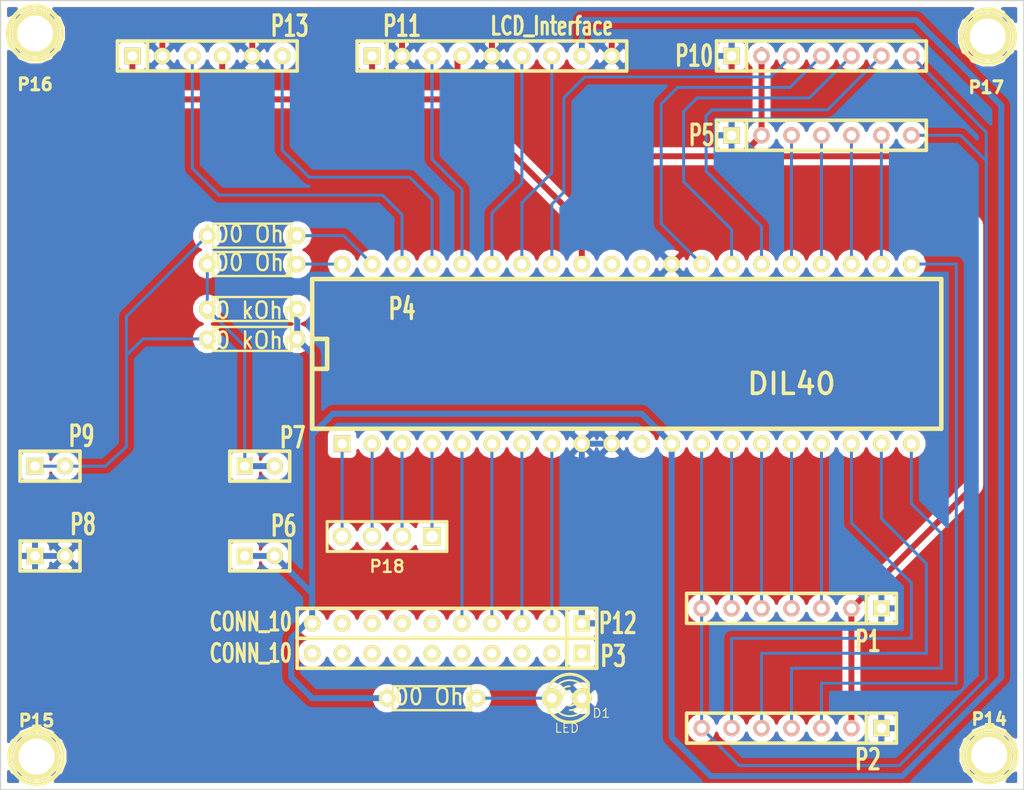
<source format=kicad_pcb>
(kicad_pcb (version 3) (host pcbnew "(2013-07-07 BZR 4022)-stable")

  (general
    (links 76)
    (no_connects 0)
    (area 186.893999 133.807999 273.735001 200.837001)
    (thickness 1.6)
    (drawings 4)
    (tracks 170)
    (zones 0)
    (modules 24)
    (nets 39)
  )

  (page A3)
  (layers
    (15 F.Cu signal)
    (0 B.Cu signal)
    (16 B.Adhes user)
    (17 F.Adhes user)
    (18 B.Paste user)
    (19 F.Paste user)
    (20 B.SilkS user)
    (21 F.SilkS user)
    (22 B.Mask user)
    (23 F.Mask user)
    (24 Dwgs.User user)
    (25 Cmts.User user)
    (26 Eco1.User user)
    (27 Eco2.User user)
    (28 Edge.Cuts user)
  )

  (setup
    (last_trace_width 0.254)
    (user_trace_width 0.508)
    (trace_clearance 0.254)
    (zone_clearance 0.508)
    (zone_45_only no)
    (trace_min 0.254)
    (segment_width 0.2)
    (edge_width 0.1)
    (via_size 0.889)
    (via_drill 0.635)
    (via_min_size 0.889)
    (via_min_drill 0.508)
    (uvia_size 0.508)
    (uvia_drill 0.127)
    (uvias_allowed no)
    (uvia_min_size 0.508)
    (uvia_min_drill 0.127)
    (pcb_text_width 0.3)
    (pcb_text_size 1.5 1.5)
    (mod_edge_width 0.15)
    (mod_text_size 1 1)
    (mod_text_width 0.15)
    (pad_size 1.397 1.397)
    (pad_drill 0.8128)
    (pad_to_mask_clearance 0)
    (aux_axis_origin 0 0)
    (visible_elements 7FFFFFFF)
    (pcbplotparams
      (layerselection 536838145)
      (usegerberextensions true)
      (excludeedgelayer true)
      (linewidth 0.150000)
      (plotframeref false)
      (viasonmask false)
      (mode 1)
      (useauxorigin false)
      (hpglpennumber 1)
      (hpglpenspeed 20)
      (hpglpendiameter 15)
      (hpglpenoverlay 2)
      (psnegative false)
      (psa4output false)
      (plotreference true)
      (plotvalue true)
      (plotothertext true)
      (plotinvisibletext true)
      (padsonsilk false)
      (subtractmaskfromsilk false)
      (outputformat 1)
      (mirror false)
      (drillshape 0)
      (scaleselection 1)
      (outputdirectory Plots/Plot2))
  )

  (net 0 "")
  (net 1 /LCD)
  (net 2 /P1)
  (net 3 /P2)
  (net 4 /P3)
  (net 5 /P4)
  (net 6 5V)
  (net 7 IR_Tx)
  (net 8 N-000001)
  (net 9 N-0000010)
  (net 10 N-0000011)
  (net 11 N-0000012)
  (net 12 N-0000014)
  (net 13 N-0000015)
  (net 14 N-0000016)
  (net 15 N-0000017)
  (net 16 N-0000022)
  (net 17 N-0000023)
  (net 18 N-0000024)
  (net 19 N-0000025)
  (net 20 N-0000026)
  (net 21 N-0000027)
  (net 22 N-0000028)
  (net 23 N-0000029)
  (net 24 N-000003)
  (net 25 N-0000030)
  (net 26 N-0000031)
  (net 27 N-0000032)
  (net 28 N-0000034)
  (net 29 N-0000035)
  (net 30 N-0000036)
  (net 31 N-000004)
  (net 32 N-0000049)
  (net 33 N-000006)
  (net 34 N-000007)
  (net 35 N-000008)
  (net 36 N-000009)
  (net 37 VDD)
  (net 38 VSS)

  (net_class Default "This is the default net class."
    (clearance 0.254)
    (trace_width 0.254)
    (via_dia 0.889)
    (via_drill 0.635)
    (uvia_dia 0.508)
    (uvia_drill 0.127)
    (add_net "")
    (add_net /LCD)
    (add_net /P1)
    (add_net /P2)
    (add_net /P3)
    (add_net /P4)
    (add_net 5V)
    (add_net IR_Tx)
    (add_net N-000001)
    (add_net N-0000010)
    (add_net N-0000011)
    (add_net N-0000012)
    (add_net N-0000014)
    (add_net N-0000015)
    (add_net N-0000016)
    (add_net N-0000017)
    (add_net N-0000022)
    (add_net N-0000023)
    (add_net N-0000024)
    (add_net N-0000025)
    (add_net N-0000026)
    (add_net N-0000027)
    (add_net N-0000028)
    (add_net N-0000029)
    (add_net N-000003)
    (add_net N-0000030)
    (add_net N-0000031)
    (add_net N-0000032)
    (add_net N-0000034)
    (add_net N-0000035)
    (add_net N-0000036)
    (add_net N-000004)
    (add_net N-0000049)
    (add_net N-000006)
    (add_net N-000007)
    (add_net N-000008)
    (add_net N-000009)
    (add_net VDD)
    (add_net VSS)
  )

  (module SIL-9 (layer F.Cu) (tedit 200000) (tstamp 5774731A)
    (at 228.6 138.557)
    (descr "Connecteur 9 pins")
    (tags "CONN DEV")
    (path /576F2F28)
    (fp_text reference P11 (at -7.62 -2.54) (layer F.SilkS)
      (effects (font (size 1.72974 1.08712) (thickness 0.3048)))
    )
    (fp_text value LCD_Interface (at 5.08 -2.54) (layer F.SilkS)
      (effects (font (size 1.524 1.016) (thickness 0.3048)))
    )
    (fp_line (start 11.43 -1.27) (end 11.43 1.27) (layer F.SilkS) (width 0.3048))
    (fp_line (start 11.43 1.27) (end -11.43 1.27) (layer F.SilkS) (width 0.3048))
    (fp_line (start -11.43 1.27) (end -11.43 -1.27) (layer F.SilkS) (width 0.3048))
    (fp_line (start 11.43 -1.27) (end -11.43 -1.27) (layer F.SilkS) (width 0.3048))
    (fp_line (start -8.89 -1.27) (end -8.89 1.27) (layer F.SilkS) (width 0.3048))
    (pad 1 thru_hole rect (at -10.16 0) (size 1.397 1.397) (drill 0.8128)
      (layers *.Cu *.Mask F.SilkS)
      (net 37 VDD)
    )
    (pad 2 thru_hole circle (at -7.62 0) (size 1.397 1.397) (drill 0.8128)
      (layers *.Cu *.Mask F.SilkS)
      (net 38 VSS)
    )
    (pad 3 thru_hole circle (at -5.08 0) (size 1.397 1.397) (drill 0.8128)
      (layers *.Cu *.Mask F.SilkS)
      (net 3 /P2)
    )
    (pad 4 thru_hole circle (at -2.54 0) (size 1.397 1.397) (drill 0.8128)
      (layers *.Cu *.Mask F.SilkS)
      (net 37 VDD)
    )
    (pad 5 thru_hole circle (at 0 0) (size 1.397 1.397) (drill 0.8128)
      (layers *.Cu *.Mask F.SilkS)
      (net 38 VSS)
    )
    (pad 6 thru_hole circle (at 2.54 0) (size 1.397 1.397) (drill 0.8128)
      (layers *.Cu *.Mask F.SilkS)
      (net 2 /P1)
    )
    (pad 7 thru_hole circle (at 5.08 0) (size 1.397 1.397) (drill 0.8128)
      (layers *.Cu *.Mask F.SilkS)
      (net 1 /LCD)
    )
    (pad 8 thru_hole circle (at 7.62 0) (size 1.397 1.397) (drill 0.8128)
      (layers *.Cu *.Mask F.SilkS)
      (net 6 5V)
    )
    (pad 9 thru_hole circle (at 10.16 0) (size 1.397 1.397) (drill 0.8128)
      (layers *.Cu *.Mask F.SilkS)
      (net 38 VSS)
    )
  )

  (module SIL-7 (layer F.Cu) (tedit 57999867) (tstamp 5799990A)
    (at 256.54 138.557)
    (descr "Connecteur 7 pins")
    (tags "CONN DEV")
    (path /57709756)
    (fp_text reference P10 (at -10.795 0) (layer F.SilkS)
      (effects (font (size 1.72974 1.08712) (thickness 0.3048)))
    )
    (fp_text value CONN_01X07 (at 0 -2.54) (layer F.SilkS) hide
      (effects (font (size 1.524 1.016) (thickness 0.3048)))
    )
    (fp_line (start -8.89 -1.27) (end -8.89 -1.27) (layer F.SilkS) (width 0.3048))
    (fp_line (start -8.89 -1.27) (end 8.89 -1.27) (layer F.SilkS) (width 0.3048))
    (fp_line (start 8.89 -1.27) (end 8.89 1.27) (layer F.SilkS) (width 0.3048))
    (fp_line (start 8.89 1.27) (end -8.89 1.27) (layer F.SilkS) (width 0.3048))
    (fp_line (start -8.89 1.27) (end -8.89 -1.27) (layer F.SilkS) (width 0.3048))
    (fp_line (start -6.35 1.27) (end -6.35 1.27) (layer F.SilkS) (width 0.3048))
    (fp_line (start -6.35 1.27) (end -6.35 -1.27) (layer F.SilkS) (width 0.3048))
    (pad 1 thru_hole rect (at -7.62 0) (size 1.397 1.397) (drill 0.8128)
      (layers *.Cu *.Mask F.SilkS)
      (net 38 VSS)
    )
    (pad 2 thru_hole circle (at -5.08 0) (size 1.397 1.397) (drill 0.8128)
      (layers *.Cu *.SilkS *.Mask)
      (net 37 VDD)
    )
    (pad 3 thru_hole circle (at -2.54 0) (size 1.397 1.397) (drill 0.8128)
      (layers *.Cu *.SilkS *.Mask)
      (net 27 N-0000032)
    )
    (pad 4 thru_hole circle (at 0 0) (size 1.397 1.397) (drill 0.8128)
      (layers *.Cu *.SilkS *.Mask)
      (net 26 N-0000031)
    )
    (pad 5 thru_hole circle (at 2.54 0) (size 1.397 1.397) (drill 0.8128)
      (layers *.Cu *.SilkS *.Mask)
      (net 25 N-0000030)
    )
    (pad 6 thru_hole circle (at 5.08 0) (size 1.397 1.397) (drill 0.8128)
      (layers *.Cu *.SilkS *.Mask)
      (net 19 N-0000025)
    )
    (pad 7 thru_hole circle (at 7.62 0) (size 1.397 1.397) (drill 0.8128)
      (layers *.Cu *.SilkS *.Mask)
      (net 7 IR_Tx)
    )
  )

  (module SIL-7 (layer F.Cu) (tedit 57999874) (tstamp 5774733E)
    (at 256.54 145.288)
    (descr "Connecteur 7 pins")
    (tags "CONN DEV")
    (path /57709658)
    (fp_text reference P5 (at -10.16 0) (layer F.SilkS)
      (effects (font (size 1.72974 1.08712) (thickness 0.3048)))
    )
    (fp_text value CONN_01X07 (at 0 -2.54) (layer F.SilkS) hide
      (effects (font (size 1.524 1.016) (thickness 0.3048)))
    )
    (fp_line (start -8.89 -1.27) (end -8.89 -1.27) (layer F.SilkS) (width 0.3048))
    (fp_line (start -8.89 -1.27) (end 8.89 -1.27) (layer F.SilkS) (width 0.3048))
    (fp_line (start 8.89 -1.27) (end 8.89 1.27) (layer F.SilkS) (width 0.3048))
    (fp_line (start 8.89 1.27) (end -8.89 1.27) (layer F.SilkS) (width 0.3048))
    (fp_line (start -8.89 1.27) (end -8.89 -1.27) (layer F.SilkS) (width 0.3048))
    (fp_line (start -6.35 1.27) (end -6.35 1.27) (layer F.SilkS) (width 0.3048))
    (fp_line (start -6.35 1.27) (end -6.35 -1.27) (layer F.SilkS) (width 0.3048))
    (pad 1 thru_hole rect (at -7.62 0) (size 1.397 1.397) (drill 0.8128)
      (layers *.Cu *.Mask F.SilkS)
      (net 38 VSS)
    )
    (pad 2 thru_hole circle (at -5.08 0) (size 1.397 1.397) (drill 0.8128)
      (layers *.Cu *.SilkS *.Mask)
      (net 37 VDD)
    )
    (pad 3 thru_hole circle (at -2.54 0) (size 1.397 1.397) (drill 0.8128)
      (layers *.Cu *.SilkS *.Mask)
      (net 8 N-000001)
    )
    (pad 4 thru_hole circle (at 0 0) (size 1.397 1.397) (drill 0.8128)
      (layers *.Cu *.SilkS *.Mask)
      (net 29 N-0000035)
    )
    (pad 5 thru_hole circle (at 2.54 0) (size 1.397 1.397) (drill 0.8128)
      (layers *.Cu *.SilkS *.Mask)
      (net 23 N-0000029)
    )
    (pad 6 thru_hole circle (at 5.08 0) (size 1.397 1.397) (drill 0.8128)
      (layers *.Cu *.SilkS *.Mask)
      (net 22 N-0000028)
    )
    (pad 7 thru_hole circle (at 7.62 0) (size 1.397 1.397) (drill 0.8128)
      (layers *.Cu *.SilkS *.Mask)
      (net 7 IR_Tx)
    )
  )

  (module SIL-7 (layer F.Cu) (tedit 57999820) (tstamp 57747350)
    (at 254 195.58 180)
    (descr "Connecteur 7 pins")
    (tags "CONN DEV")
    (path /5770957C)
    (fp_text reference P2 (at -6.477 -2.667 180) (layer F.SilkS)
      (effects (font (size 1.72974 1.08712) (thickness 0.3048)))
    )
    (fp_text value CONN_01X07 (at 0 -2.54 180) (layer F.SilkS) hide
      (effects (font (size 1.524 1.016) (thickness 0.3048)))
    )
    (fp_line (start -8.89 -1.27) (end -8.89 -1.27) (layer F.SilkS) (width 0.3048))
    (fp_line (start -8.89 -1.27) (end 8.89 -1.27) (layer F.SilkS) (width 0.3048))
    (fp_line (start 8.89 -1.27) (end 8.89 1.27) (layer F.SilkS) (width 0.3048))
    (fp_line (start 8.89 1.27) (end -8.89 1.27) (layer F.SilkS) (width 0.3048))
    (fp_line (start -8.89 1.27) (end -8.89 -1.27) (layer F.SilkS) (width 0.3048))
    (fp_line (start -6.35 1.27) (end -6.35 1.27) (layer F.SilkS) (width 0.3048))
    (fp_line (start -6.35 1.27) (end -6.35 -1.27) (layer F.SilkS) (width 0.3048))
    (pad 1 thru_hole rect (at -7.62 0 180) (size 1.397 1.397) (drill 0.8128)
      (layers *.Cu *.Mask F.SilkS)
      (net 38 VSS)
    )
    (pad 2 thru_hole circle (at -5.08 0 180) (size 1.397 1.397) (drill 0.8128)
      (layers *.Cu *.SilkS *.Mask)
      (net 37 VDD)
    )
    (pad 3 thru_hole circle (at -2.54 0 180) (size 1.397 1.397) (drill 0.8128)
      (layers *.Cu *.SilkS *.Mask)
      (net 21 N-0000027)
    )
    (pad 4 thru_hole circle (at 0 0 180) (size 1.397 1.397) (drill 0.8128)
      (layers *.Cu *.SilkS *.Mask)
      (net 20 N-0000026)
    )
    (pad 5 thru_hole circle (at 2.54 0 180) (size 1.397 1.397) (drill 0.8128)
      (layers *.Cu *.SilkS *.Mask)
      (net 33 N-000006)
    )
    (pad 6 thru_hole circle (at 5.08 0 180) (size 1.397 1.397) (drill 0.8128)
      (layers *.Cu *.SilkS *.Mask)
      (net 30 N-0000036)
    )
    (pad 7 thru_hole circle (at 7.62 0 180) (size 1.397 1.397) (drill 0.8128)
      (layers *.Cu *.SilkS *.Mask)
      (net 7 IR_Tx)
    )
  )

  (module SIL-7 (layer F.Cu) (tedit 57999829) (tstamp 57747362)
    (at 254 185.42 180)
    (descr "Connecteur 7 pins")
    (tags "CONN DEV")
    (path /577094B3)
    (fp_text reference P1 (at -6.477 -2.794 180) (layer F.SilkS)
      (effects (font (size 1.72974 1.08712) (thickness 0.3048)))
    )
    (fp_text value CONN_01X07 (at 0 -2.54 180) (layer F.SilkS) hide
      (effects (font (size 1.524 1.016) (thickness 0.3048)))
    )
    (fp_line (start -8.89 -1.27) (end -8.89 -1.27) (layer F.SilkS) (width 0.3048))
    (fp_line (start -8.89 -1.27) (end 8.89 -1.27) (layer F.SilkS) (width 0.3048))
    (fp_line (start 8.89 -1.27) (end 8.89 1.27) (layer F.SilkS) (width 0.3048))
    (fp_line (start 8.89 1.27) (end -8.89 1.27) (layer F.SilkS) (width 0.3048))
    (fp_line (start -8.89 1.27) (end -8.89 -1.27) (layer F.SilkS) (width 0.3048))
    (fp_line (start -6.35 1.27) (end -6.35 1.27) (layer F.SilkS) (width 0.3048))
    (fp_line (start -6.35 1.27) (end -6.35 -1.27) (layer F.SilkS) (width 0.3048))
    (pad 1 thru_hole rect (at -7.62 0 180) (size 1.397 1.397) (drill 0.8128)
      (layers *.Cu *.Mask F.SilkS)
      (net 38 VSS)
    )
    (pad 2 thru_hole circle (at -5.08 0 180) (size 1.397 1.397) (drill 0.8128)
      (layers *.Cu *.SilkS *.Mask)
      (net 37 VDD)
    )
    (pad 3 thru_hole circle (at -2.54 0 180) (size 1.397 1.397) (drill 0.8128)
      (layers *.Cu *.SilkS *.Mask)
      (net 24 N-000003)
    )
    (pad 4 thru_hole circle (at 0 0 180) (size 1.397 1.397) (drill 0.8128)
      (layers *.Cu *.SilkS *.Mask)
      (net 31 N-000004)
    )
    (pad 5 thru_hole circle (at 2.54 0 180) (size 1.397 1.397) (drill 0.8128)
      (layers *.Cu *.SilkS *.Mask)
      (net 34 N-000007)
    )
    (pad 6 thru_hole circle (at 5.08 0 180) (size 1.397 1.397) (drill 0.8128)
      (layers *.Cu *.SilkS *.Mask)
      (net 35 N-000008)
    )
    (pad 7 thru_hole circle (at 7.62 0 180) (size 1.397 1.397) (drill 0.8128)
      (layers *.Cu *.SilkS *.Mask)
      (net 7 IR_Tx)
    )
  )

  (module SIL-6 (layer F.Cu) (tedit 5799987F) (tstamp 57747371)
    (at 204.47 138.557)
    (descr "Connecteur 6 pins")
    (tags "CONN DEV")
    (path /576F464D)
    (fp_text reference P13 (at 6.985 -2.54) (layer F.SilkS)
      (effects (font (size 1.72974 1.08712) (thickness 0.3048)))
    )
    (fp_text value "Start Buttons" (at 0 -2.54) (layer F.SilkS) hide
      (effects (font (size 1.524 1.016) (thickness 0.3048)))
    )
    (fp_line (start -7.62 1.27) (end -7.62 -1.27) (layer F.SilkS) (width 0.3048))
    (fp_line (start -7.62 -1.27) (end 7.62 -1.27) (layer F.SilkS) (width 0.3048))
    (fp_line (start 7.62 -1.27) (end 7.62 1.27) (layer F.SilkS) (width 0.3048))
    (fp_line (start 7.62 1.27) (end -7.62 1.27) (layer F.SilkS) (width 0.3048))
    (fp_line (start -5.08 1.27) (end -5.08 -1.27) (layer F.SilkS) (width 0.3048))
    (pad 1 thru_hole rect (at -6.35 0) (size 1.397 1.397) (drill 0.8128)
      (layers *.Cu *.Mask F.SilkS)
      (net 37 VDD)
    )
    (pad 2 thru_hole circle (at -3.81 0) (size 1.397 1.397) (drill 0.8128)
      (layers *.Cu *.Mask F.SilkS)
      (net 38 VSS)
    )
    (pad 3 thru_hole circle (at -1.27 0) (size 1.397 1.397) (drill 0.8128)
      (layers *.Cu *.Mask F.SilkS)
      (net 5 /P4)
    )
    (pad 4 thru_hole circle (at 1.27 0) (size 1.397 1.397) (drill 0.8128)
      (layers *.Cu *.Mask F.SilkS)
      (net 37 VDD)
    )
    (pad 5 thru_hole circle (at 3.81 0) (size 1.397 1.397) (drill 0.8128)
      (layers *.Cu *.Mask F.SilkS)
      (net 38 VSS)
    )
    (pad 6 thru_hole circle (at 6.35 0) (size 1.397 1.397) (drill 0.8128)
      (layers *.Cu *.Mask F.SilkS)
      (net 4 /P3)
    )
  )

  (module SIL-2 (layer F.Cu) (tedit 5799984A) (tstamp 579AAC5D)
    (at 208.915 173.355)
    (descr "Connecteurs 2 pins")
    (tags "CONN DEV")
    (path /576F5E2B)
    (fp_text reference P7 (at 2.794 -2.413) (layer F.SilkS)
      (effects (font (size 1.72974 1.08712) (thickness 0.3048)))
    )
    (fp_text value DAT (at 0 -2.54) (layer F.SilkS) hide
      (effects (font (size 1.524 1.016) (thickness 0.3048)))
    )
    (fp_line (start -2.54 1.27) (end -2.54 -1.27) (layer F.SilkS) (width 0.3048))
    (fp_line (start -2.54 -1.27) (end 2.54 -1.27) (layer F.SilkS) (width 0.3048))
    (fp_line (start 2.54 -1.27) (end 2.54 1.27) (layer F.SilkS) (width 0.3048))
    (fp_line (start 2.54 1.27) (end -2.54 1.27) (layer F.SilkS) (width 0.3048))
    (pad 1 thru_hole rect (at -1.27 0) (size 1.397 1.397) (drill 0.8128)
      (layers *.Cu *.Mask F.SilkS)
      (net 12 N-0000014)
    )
    (pad 2 thru_hole circle (at 1.27 0) (size 1.397 1.397) (drill 0.8128)
      (layers *.Cu *.Mask F.SilkS)
      (net 12 N-0000014)
    )
  )

  (module SIL-2 (layer F.Cu) (tedit 57999845) (tstamp 57747385)
    (at 208.915 180.975)
    (descr "Connecteurs 2 pins")
    (tags "CONN DEV")
    (path /576F5DE5)
    (fp_text reference P6 (at 2.032 -2.54) (layer F.SilkS)
      (effects (font (size 1.72974 1.08712) (thickness 0.3048)))
    )
    (fp_text value 5V (at 0 -2.54) (layer F.SilkS) hide
      (effects (font (size 1.524 1.016) (thickness 0.3048)))
    )
    (fp_line (start -2.54 1.27) (end -2.54 -1.27) (layer F.SilkS) (width 0.3048))
    (fp_line (start -2.54 -1.27) (end 2.54 -1.27) (layer F.SilkS) (width 0.3048))
    (fp_line (start 2.54 -1.27) (end 2.54 1.27) (layer F.SilkS) (width 0.3048))
    (fp_line (start 2.54 1.27) (end -2.54 1.27) (layer F.SilkS) (width 0.3048))
    (pad 1 thru_hole rect (at -1.27 0) (size 1.397 1.397) (drill 0.8128)
      (layers *.Cu *.Mask F.SilkS)
      (net 6 5V)
    )
    (pad 2 thru_hole circle (at 1.27 0) (size 1.397 1.397) (drill 0.8128)
      (layers *.Cu *.Mask F.SilkS)
      (net 6 5V)
    )
  )

  (module SIL-2 (layer F.Cu) (tedit 579998A3) (tstamp 5774738F)
    (at 191.135 180.975)
    (descr "Connecteurs 2 pins")
    (tags "CONN DEV")
    (path /576F5DA2)
    (fp_text reference P8 (at 2.794 -2.667) (layer F.SilkS)
      (effects (font (size 1.72974 1.08712) (thickness 0.3048)))
    )
    (fp_text value GND (at 0 -2.54) (layer F.SilkS) hide
      (effects (font (size 1.524 1.016) (thickness 0.3048)))
    )
    (fp_line (start -2.54 1.27) (end -2.54 -1.27) (layer F.SilkS) (width 0.3048))
    (fp_line (start -2.54 -1.27) (end 2.54 -1.27) (layer F.SilkS) (width 0.3048))
    (fp_line (start 2.54 -1.27) (end 2.54 1.27) (layer F.SilkS) (width 0.3048))
    (fp_line (start 2.54 1.27) (end -2.54 1.27) (layer F.SilkS) (width 0.3048))
    (pad 1 thru_hole rect (at -1.27 0) (size 1.397 1.397) (drill 0.8128)
      (layers *.Cu *.Mask F.SilkS)
      (net 38 VSS)
    )
    (pad 2 thru_hole circle (at 1.27 0) (size 1.397 1.397) (drill 0.8128)
      (layers *.Cu *.Mask F.SilkS)
      (net 38 VSS)
    )
  )

  (module SIL-2 (layer F.Cu) (tedit 5799989A) (tstamp 579AE484)
    (at 191.135 173.355)
    (descr "Connecteurs 2 pins")
    (tags "CONN DEV")
    (path /576F5D4B)
    (fp_text reference P9 (at 2.667 -2.54) (layer F.SilkS)
      (effects (font (size 1.72974 1.08712) (thickness 0.3048)))
    )
    (fp_text value CLK (at 0 -2.54) (layer F.SilkS) hide
      (effects (font (size 1.524 1.016) (thickness 0.3048)))
    )
    (fp_line (start -2.54 1.27) (end -2.54 -1.27) (layer F.SilkS) (width 0.3048))
    (fp_line (start -2.54 -1.27) (end 2.54 -1.27) (layer F.SilkS) (width 0.3048))
    (fp_line (start 2.54 -1.27) (end 2.54 1.27) (layer F.SilkS) (width 0.3048))
    (fp_line (start 2.54 1.27) (end -2.54 1.27) (layer F.SilkS) (width 0.3048))
    (pad 1 thru_hole rect (at -1.27 0) (size 1.397 1.397) (drill 0.8128)
      (layers *.Cu *.Mask F.SilkS)
      (net 32 N-0000049)
    )
    (pad 2 thru_hole circle (at 1.27 0) (size 1.397 1.397) (drill 0.8128)
      (layers *.Cu *.Mask F.SilkS)
      (net 32 N-0000049)
    )
  )

  (module LED-3MM (layer F.Cu) (tedit 579998BC) (tstamp 579001F1)
    (at 234.95 193.04)
    (descr "LED 3mm - Lead pitch 100mil (2,54mm)")
    (tags "LED led 3mm 3MM 100mil 2,54mm")
    (path /576EDD0E)
    (fp_text reference D1 (at 2.921 1.27) (layer F.SilkS)
      (effects (font (size 0.762 0.762) (thickness 0.0889)))
    )
    (fp_text value LED (at 0 2.54) (layer F.SilkS)
      (effects (font (size 0.762 0.762) (thickness 0.0889)))
    )
    (fp_line (start 1.8288 1.27) (end 1.8288 -1.27) (layer F.SilkS) (width 0.254))
    (fp_arc (start 0.254 0) (end -1.27 0) (angle 39.8) (layer F.SilkS) (width 0.1524))
    (fp_arc (start 0.254 0) (end -0.88392 1.01092) (angle 41.6) (layer F.SilkS) (width 0.1524))
    (fp_arc (start 0.254 0) (end 1.4097 -0.9906) (angle 40.6) (layer F.SilkS) (width 0.1524))
    (fp_arc (start 0.254 0) (end 1.778 0) (angle 39.8) (layer F.SilkS) (width 0.1524))
    (fp_arc (start 0.254 0) (end 0.254 -1.524) (angle 54.4) (layer F.SilkS) (width 0.1524))
    (fp_arc (start 0.254 0) (end -0.9652 -0.9144) (angle 53.1) (layer F.SilkS) (width 0.1524))
    (fp_arc (start 0.254 0) (end 1.45542 0.93472) (angle 52.1) (layer F.SilkS) (width 0.1524))
    (fp_arc (start 0.254 0) (end 0.254 1.524) (angle 52.1) (layer F.SilkS) (width 0.1524))
    (fp_arc (start 0.254 0) (end -0.381 0) (angle 90) (layer F.SilkS) (width 0.1524))
    (fp_arc (start 0.254 0) (end -0.762 0) (angle 90) (layer F.SilkS) (width 0.1524))
    (fp_arc (start 0.254 0) (end 0.889 0) (angle 90) (layer F.SilkS) (width 0.1524))
    (fp_arc (start 0.254 0) (end 1.27 0) (angle 90) (layer F.SilkS) (width 0.1524))
    (fp_arc (start 0.254 0) (end 0.254 -2.032) (angle 50.1) (layer F.SilkS) (width 0.254))
    (fp_arc (start 0.254 0) (end -1.5367 -0.95504) (angle 61.9) (layer F.SilkS) (width 0.254))
    (fp_arc (start 0.254 0) (end 1.8034 1.31064) (angle 49.7) (layer F.SilkS) (width 0.254))
    (fp_arc (start 0.254 0) (end 0.254 2.032) (angle 60.2) (layer F.SilkS) (width 0.254))
    (fp_arc (start 0.254 0) (end -1.778 0) (angle 28.3) (layer F.SilkS) (width 0.254))
    (fp_arc (start 0.254 0) (end -1.47574 1.06426) (angle 31.6) (layer F.SilkS) (width 0.254))
    (pad 1 thru_hole circle (at -1.27 0) (size 1.6764 1.6764) (drill 0.8128)
      (layers *.Cu *.Mask F.SilkS)
      (net 28 N-0000034)
    )
    (pad 2 thru_hole circle (at 1.27 0) (size 1.6764 1.6764) (drill 0.8128)
      (layers *.Cu *.Mask F.SilkS)
      (net 38 VSS)
    )
    (model discret/leds/led3_vertical_verde.wrl
      (at (xyz 0 0 0))
      (scale (xyz 1 1 1))
      (rotate (xyz 0 0 0))
    )
  )

  (module DIP-40__600 (layer F.Cu) (tedit 200000) (tstamp 57747439)
    (at 240.03 163.83)
    (descr "Module Dil 40 pins, pads ronds, e=600 mils")
    (tags DIL)
    (path /576F725D)
    (fp_text reference P4 (at -19.05 -3.81) (layer F.SilkS)
      (effects (font (size 1.778 1.143) (thickness 0.3048)))
    )
    (fp_text value DIL40 (at 13.97 2.54) (layer F.SilkS)
      (effects (font (size 1.778 1.778) (thickness 0.3048)))
    )
    (fp_line (start -26.67 -1.27) (end -25.4 -1.27) (layer F.SilkS) (width 0.381))
    (fp_line (start -25.4 -1.27) (end -25.4 1.27) (layer F.SilkS) (width 0.381))
    (fp_line (start -25.4 1.27) (end -26.67 1.27) (layer F.SilkS) (width 0.381))
    (fp_line (start -26.67 -6.35) (end 26.67 -6.35) (layer F.SilkS) (width 0.381))
    (fp_line (start 26.67 -6.35) (end 26.67 6.35) (layer F.SilkS) (width 0.381))
    (fp_line (start 26.67 6.35) (end -26.67 6.35) (layer F.SilkS) (width 0.381))
    (fp_line (start -26.67 6.35) (end -26.67 -6.35) (layer F.SilkS) (width 0.381))
    (pad 1 thru_hole rect (at -24.13 7.62) (size 1.397 1.397) (drill 0.8128)
      (layers *.Cu *.Mask F.SilkS)
      (net 18 N-0000024)
    )
    (pad 2 thru_hole circle (at -21.59 7.62) (size 1.397 1.397) (drill 0.8128)
      (layers *.Cu *.Mask F.SilkS)
      (net 17 N-0000023)
    )
    (pad 3 thru_hole circle (at -19.05 7.62) (size 1.397 1.397) (drill 0.8128)
      (layers *.Cu *.Mask F.SilkS)
      (net 15 N-0000017)
    )
    (pad 4 thru_hole circle (at -16.51 7.62) (size 1.397 1.397) (drill 0.8128)
      (layers *.Cu *.Mask F.SilkS)
      (net 16 N-0000022)
    )
    (pad 5 thru_hole circle (at -13.97 7.62) (size 1.397 1.397) (drill 0.8128)
      (layers *.Cu *.Mask F.SilkS)
      (net 11 N-0000012)
    )
    (pad 6 thru_hole circle (at -11.43 7.62) (size 1.397 1.397) (drill 0.8128)
      (layers *.Cu *.Mask F.SilkS)
      (net 10 N-0000011)
    )
    (pad 7 thru_hole circle (at -8.89 7.62) (size 1.397 1.397) (drill 0.8128)
      (layers *.Cu *.Mask F.SilkS)
      (net 9 N-0000010)
    )
    (pad 8 thru_hole circle (at -6.35 7.62) (size 1.397 1.397) (drill 0.8128)
      (layers *.Cu *.Mask F.SilkS)
      (net 36 N-000009)
    )
    (pad 9 thru_hole circle (at -3.81 7.62) (size 1.397 1.397) (drill 0.8128)
      (layers *.Cu *.Mask F.SilkS)
      (net 38 VSS)
    )
    (pad 10 thru_hole circle (at -1.27 7.62) (size 1.397 1.397) (drill 0.8128)
      (layers *.Cu *.Mask F.SilkS)
      (net 38 VSS)
    )
    (pad 11 thru_hole circle (at 1.27 7.62) (size 1.397 1.397) (drill 0.8128)
      (layers *.Cu *.Mask F.SilkS)
    )
    (pad 12 thru_hole circle (at 3.81 7.62) (size 1.397 1.397) (drill 0.8128)
      (layers *.Cu *.Mask F.SilkS)
      (net 6 5V)
    )
    (pad 13 thru_hole circle (at 6.35 7.62) (size 1.397 1.397) (drill 0.8128)
      (layers *.Cu *.Mask F.SilkS)
      (net 7 IR_Tx)
    )
    (pad 14 thru_hole circle (at 8.89 7.62) (size 1.397 1.397) (drill 0.8128)
      (layers *.Cu *.Mask F.SilkS)
      (net 35 N-000008)
    )
    (pad 15 thru_hole circle (at 11.43 7.62) (size 1.397 1.397) (drill 0.8128)
      (layers *.Cu *.Mask F.SilkS)
      (net 34 N-000007)
    )
    (pad 16 thru_hole circle (at 13.97 7.62) (size 1.397 1.397) (drill 0.8128)
      (layers *.Cu *.Mask F.SilkS)
      (net 31 N-000004)
    )
    (pad 17 thru_hole circle (at 16.51 7.62) (size 1.397 1.397) (drill 0.8128)
      (layers *.Cu *.Mask F.SilkS)
      (net 24 N-000003)
    )
    (pad 18 thru_hole circle (at 19.05 7.62) (size 1.397 1.397) (drill 0.8128)
      (layers *.Cu *.Mask F.SilkS)
      (net 30 N-0000036)
    )
    (pad 19 thru_hole circle (at 21.59 7.62) (size 1.397 1.397) (drill 0.8128)
      (layers *.Cu *.Mask F.SilkS)
      (net 33 N-000006)
    )
    (pad 20 thru_hole circle (at 24.13 7.62) (size 1.397 1.397) (drill 0.8128)
      (layers *.Cu *.Mask F.SilkS)
      (net 20 N-0000026)
    )
    (pad 21 thru_hole circle (at 24.13 -7.62) (size 1.397 1.397) (drill 0.8128)
      (layers *.Cu *.Mask F.SilkS)
      (net 21 N-0000027)
    )
    (pad 22 thru_hole circle (at 21.59 -7.62) (size 1.397 1.397) (drill 0.8128)
      (layers *.Cu *.Mask F.SilkS)
      (net 22 N-0000028)
    )
    (pad 23 thru_hole circle (at 19.05 -7.62) (size 1.397 1.397) (drill 0.8128)
      (layers *.Cu *.Mask F.SilkS)
      (net 23 N-0000029)
    )
    (pad 24 thru_hole circle (at 16.51 -7.62) (size 1.397 1.397) (drill 0.8128)
      (layers *.Cu *.Mask F.SilkS)
      (net 29 N-0000035)
    )
    (pad 25 thru_hole circle (at 13.97 -7.62) (size 1.397 1.397) (drill 0.8128)
      (layers *.Cu *.Mask F.SilkS)
      (net 8 N-000001)
    )
    (pad 26 thru_hole circle (at 11.43 -7.62) (size 1.397 1.397) (drill 0.8128)
      (layers *.Cu *.Mask F.SilkS)
      (net 19 N-0000025)
    )
    (pad 27 thru_hole circle (at 8.89 -7.62) (size 1.397 1.397) (drill 0.8128)
      (layers *.Cu *.Mask F.SilkS)
      (net 25 N-0000030)
    )
    (pad 28 thru_hole circle (at 6.35 -7.62) (size 1.397 1.397) (drill 0.8128)
      (layers *.Cu *.Mask F.SilkS)
      (net 26 N-0000031)
    )
    (pad 29 thru_hole circle (at 3.81 -7.62) (size 1.397 1.397) (drill 0.8128)
      (layers *.Cu *.Mask F.SilkS)
      (net 38 VSS)
    )
    (pad 30 thru_hole circle (at 1.27 -7.62) (size 1.397 1.397) (drill 0.8128)
      (layers *.Cu *.Mask F.SilkS)
    )
    (pad 31 thru_hole circle (at -1.27 -7.62) (size 1.397 1.397) (drill 0.8128)
      (layers *.Cu *.Mask F.SilkS)
    )
    (pad 32 thru_hole circle (at -3.81 -7.62) (size 1.397 1.397) (drill 0.8128)
      (layers *.Cu *.Mask F.SilkS)
      (net 37 VDD)
    )
    (pad 33 thru_hole circle (at -6.35 -7.62) (size 1.397 1.397) (drill 0.8128)
      (layers *.Cu *.Mask F.SilkS)
      (net 27 N-0000032)
    )
    (pad 34 thru_hole circle (at -8.89 -7.62) (size 1.397 1.397) (drill 0.8128)
      (layers *.Cu *.Mask F.SilkS)
      (net 1 /LCD)
    )
    (pad 35 thru_hole circle (at -11.43 -7.62) (size 1.397 1.397) (drill 0.8128)
      (layers *.Cu *.Mask F.SilkS)
      (net 2 /P1)
    )
    (pad 36 thru_hole circle (at -13.97 -7.62) (size 1.397 1.397) (drill 0.8128)
      (layers *.Cu *.Mask F.SilkS)
      (net 3 /P2)
    )
    (pad 37 thru_hole circle (at -16.51 -7.62) (size 1.397 1.397) (drill 0.8128)
      (layers *.Cu *.Mask F.SilkS)
      (net 4 /P3)
    )
    (pad 38 thru_hole circle (at -19.05 -7.62) (size 1.397 1.397) (drill 0.8128)
      (layers *.Cu *.Mask F.SilkS)
      (net 5 /P4)
    )
    (pad 39 thru_hole circle (at -21.59 -7.62) (size 1.397 1.397) (drill 0.8128)
      (layers *.Cu *.Mask F.SilkS)
      (net 13 N-0000015)
    )
    (pad 40 thru_hole circle (at -24.13 -7.62) (size 1.397 1.397) (drill 0.8128)
      (layers *.Cu *.Mask F.SilkS)
      (net 14 N-0000016)
    )
    (model dil/dil_40-w600.wrl
      (at (xyz 0 0 0))
      (scale (xyz 1 1 1))
      (rotate (xyz 0 0 0))
    )
  )

  (module SIL-10 (layer F.Cu) (tedit 57999836) (tstamp 57900213)
    (at 224.79 186.69 180)
    (descr "Connecteur 10 pins")
    (tags "CONN DEV")
    (path /57747695)
    (fp_text reference P12 (at -14.478 0 180) (layer F.SilkS)
      (effects (font (size 1.72974 1.08712) (thickness 0.3048)))
    )
    (fp_text value CONN_10 (at 16.637 0.127 180) (layer F.SilkS)
      (effects (font (size 1.524 1.016) (thickness 0.3048)))
    )
    (fp_line (start -12.7 1.27) (end -12.7 -1.27) (layer F.SilkS) (width 0.3048))
    (fp_line (start -12.7 -1.27) (end 12.7 -1.27) (layer F.SilkS) (width 0.3048))
    (fp_line (start 12.7 -1.27) (end 12.7 1.27) (layer F.SilkS) (width 0.3048))
    (fp_line (start 12.7 1.27) (end -12.7 1.27) (layer F.SilkS) (width 0.3048))
    (fp_line (start -10.16 1.27) (end -10.16 -1.27) (layer F.SilkS) (width 0.3048))
    (pad 1 thru_hole rect (at -11.43 0 180) (size 1.397 1.397) (drill 0.8128)
      (layers *.Cu *.Mask F.SilkS)
      (net 38 VSS)
    )
    (pad 2 thru_hole circle (at -8.89 0 180) (size 1.397 1.397) (drill 0.8128)
      (layers *.Cu *.Mask F.SilkS)
      (net 36 N-000009)
    )
    (pad 3 thru_hole circle (at -6.35 0 180) (size 1.397 1.397) (drill 0.8128)
      (layers *.Cu *.Mask F.SilkS)
      (net 9 N-0000010)
    )
    (pad 4 thru_hole circle (at -3.81 0 180) (size 1.397 1.397) (drill 0.8128)
      (layers *.Cu *.Mask F.SilkS)
      (net 10 N-0000011)
    )
    (pad 5 thru_hole circle (at -1.27 0 180) (size 1.397 1.397) (drill 0.8128)
      (layers *.Cu *.Mask F.SilkS)
      (net 11 N-0000012)
    )
    (pad 6 thru_hole circle (at 1.27 0 180) (size 1.397 1.397) (drill 0.8128)
      (layers *.Cu *.Mask F.SilkS)
    )
    (pad 7 thru_hole circle (at 3.81 0 180) (size 1.397 1.397) (drill 0.8128)
      (layers *.Cu *.Mask F.SilkS)
    )
    (pad 8 thru_hole circle (at 6.35 0 180) (size 1.397 1.397) (drill 0.8128)
      (layers *.Cu *.Mask F.SilkS)
    )
    (pad 9 thru_hole circle (at 8.89 0 180) (size 1.397 1.397) (drill 0.8128)
      (layers *.Cu *.Mask F.SilkS)
    )
    (pad 10 thru_hole circle (at 11.43 0 180) (size 1.397 1.397) (drill 0.8128)
      (layers *.Cu *.Mask F.SilkS)
      (net 6 5V)
    )
  )

  (module SIL-10 (layer F.Cu) (tedit 5799983F) (tstamp 57900227)
    (at 224.79 189.23 180)
    (descr "Connecteur 10 pins")
    (tags "CONN DEV")
    (path /577476A2)
    (fp_text reference P3 (at -14.097 -0.254 180) (layer F.SilkS)
      (effects (font (size 1.72974 1.08712) (thickness 0.3048)))
    )
    (fp_text value CONN_10 (at 16.637 0 180) (layer F.SilkS)
      (effects (font (size 1.524 1.016) (thickness 0.3048)))
    )
    (fp_line (start -12.7 1.27) (end -12.7 -1.27) (layer F.SilkS) (width 0.3048))
    (fp_line (start -12.7 -1.27) (end 12.7 -1.27) (layer F.SilkS) (width 0.3048))
    (fp_line (start 12.7 -1.27) (end 12.7 1.27) (layer F.SilkS) (width 0.3048))
    (fp_line (start 12.7 1.27) (end -12.7 1.27) (layer F.SilkS) (width 0.3048))
    (fp_line (start -10.16 1.27) (end -10.16 -1.27) (layer F.SilkS) (width 0.3048))
    (pad 1 thru_hole rect (at -11.43 0 180) (size 1.397 1.397) (drill 0.8128)
      (layers *.Cu *.Mask F.SilkS)
    )
    (pad 2 thru_hole circle (at -8.89 0 180) (size 1.397 1.397) (drill 0.8128)
      (layers *.Cu *.Mask F.SilkS)
    )
    (pad 3 thru_hole circle (at -6.35 0 180) (size 1.397 1.397) (drill 0.8128)
      (layers *.Cu *.Mask F.SilkS)
    )
    (pad 4 thru_hole circle (at -3.81 0 180) (size 1.397 1.397) (drill 0.8128)
      (layers *.Cu *.Mask F.SilkS)
    )
    (pad 5 thru_hole circle (at -1.27 0 180) (size 1.397 1.397) (drill 0.8128)
      (layers *.Cu *.Mask F.SilkS)
    )
    (pad 6 thru_hole circle (at 1.27 0 180) (size 1.397 1.397) (drill 0.8128)
      (layers *.Cu *.Mask F.SilkS)
    )
    (pad 7 thru_hole circle (at 3.81 0 180) (size 1.397 1.397) (drill 0.8128)
      (layers *.Cu *.Mask F.SilkS)
    )
    (pad 8 thru_hole circle (at 6.35 0 180) (size 1.397 1.397) (drill 0.8128)
      (layers *.Cu *.Mask F.SilkS)
    )
    (pad 9 thru_hole circle (at 8.89 0 180) (size 1.397 1.397) (drill 0.8128)
      (layers *.Cu *.Mask F.SilkS)
    )
    (pad 10 thru_hole circle (at 11.43 0 180) (size 1.397 1.397) (drill 0.8128)
      (layers *.Cu *.Mask F.SilkS)
    )
  )

  (module R3 (layer F.Cu) (tedit 5799985C) (tstamp 579AAD22)
    (at 208.28 160.02)
    (descr "Resitance 3 pas")
    (tags R)
    (path /576F6494)
    (autoplace_cost180 10)
    (fp_text reference R2 (at 6.223 0.254) (layer F.SilkS) hide
      (effects (font (size 1.397 1.27) (thickness 0.2032)))
    )
    (fp_text value "10 kOhm" (at 0 0.127) (layer F.SilkS)
      (effects (font (size 1.397 1.27) (thickness 0.2032)))
    )
    (fp_line (start -3.81 0) (end -3.302 0) (layer F.SilkS) (width 0.2032))
    (fp_line (start 3.81 0) (end 3.302 0) (layer F.SilkS) (width 0.2032))
    (fp_line (start 3.302 0) (end 3.302 -1.016) (layer F.SilkS) (width 0.2032))
    (fp_line (start 3.302 -1.016) (end -3.302 -1.016) (layer F.SilkS) (width 0.2032))
    (fp_line (start -3.302 -1.016) (end -3.302 1.016) (layer F.SilkS) (width 0.2032))
    (fp_line (start -3.302 1.016) (end 3.302 1.016) (layer F.SilkS) (width 0.2032))
    (fp_line (start 3.302 1.016) (end 3.302 0) (layer F.SilkS) (width 0.2032))
    (fp_line (start -3.302 -0.508) (end -2.794 -1.016) (layer F.SilkS) (width 0.2032))
    (pad 1 thru_hole circle (at -3.81 0) (size 1.397 1.397) (drill 0.8128)
      (layers *.Cu *.Mask F.SilkS)
      (net 12 N-0000014)
    )
    (pad 2 thru_hole circle (at 3.81 0) (size 1.397 1.397) (drill 0.8128)
      (layers *.Cu *.Mask F.SilkS)
      (net 6 5V)
    )
    (model discret/resistor.wrl
      (at (xyz 0 0 0))
      (scale (xyz 0.3 0.3 0.3))
      (rotate (xyz 0 0 0))
    )
  )

  (module 1pin (layer F.Cu) (tedit 5799981C) (tstamp 5799C8DE)
    (at 270.764 197.866)
    (descr "module 1 pin (ou trou mecanique de percage)")
    (tags DEV)
    (path /5799805C)
    (fp_text reference P14 (at 0 -3.048) (layer F.SilkS)
      (effects (font (size 1.016 1.016) (thickness 0.254)))
    )
    (fp_text value CONN_1 (at -0.762 -4.826) (layer F.SilkS) hide
      (effects (font (size 1.016 1.016) (thickness 0.254)))
    )
    (fp_circle (center 0 0) (end 0 -2.286) (layer F.SilkS) (width 0.381))
    (pad 1 thru_hole circle (at 0 0) (size 4.064 4.064) (drill 3.048)
      (layers *.Cu *.Mask F.SilkS)
      (net 38 VSS)
    )
  )

  (module 1pin (layer F.Cu) (tedit 5799980A) (tstamp 5799971A)
    (at 189.992 197.993)
    (descr "module 1 pin (ou trou mecanique de percage)")
    (tags DEV)
    (path /57998069)
    (fp_text reference P15 (at 0 -3.048) (layer F.SilkS)
      (effects (font (size 1.016 1.016) (thickness 0.254)))
    )
    (fp_text value CONN_1 (at 0.635 -4.953) (layer F.SilkS) hide
      (effects (font (size 1.016 1.016) (thickness 0.254)))
    )
    (fp_circle (center 0 0) (end 0 -2.286) (layer F.SilkS) (width 0.381))
    (pad 1 thru_hole circle (at 0 0) (size 4.064 4.064) (drill 3.048)
      (layers *.Cu *.Mask F.SilkS)
      (net 38 VSS)
    )
  )

  (module 1pin (layer F.Cu) (tedit 5799980F) (tstamp 5799C8EA)
    (at 189.865 136.652)
    (descr "module 1 pin (ou trou mecanique de percage)")
    (tags DEV)
    (path /5799806F)
    (fp_text reference P16 (at 0 4.318) (layer F.SilkS)
      (effects (font (size 1.016 1.016) (thickness 0.254)))
    )
    (fp_text value CONN_1 (at 0 2.794) (layer F.SilkS) hide
      (effects (font (size 1.016 1.016) (thickness 0.254)))
    )
    (fp_circle (center 0 0) (end 0 -2.286) (layer F.SilkS) (width 0.381))
    (pad 1 thru_hole circle (at 0 0) (size 4.064 4.064) (drill 3.048)
      (layers *.Cu *.Mask F.SilkS)
      (net 38 VSS)
    )
  )

  (module 1pin (layer F.Cu) (tedit 57999816) (tstamp 5799C8F0)
    (at 270.637 136.906)
    (descr "module 1 pin (ou trou mecanique de percage)")
    (tags DEV)
    (path /57998075)
    (fp_text reference P17 (at -0.127 4.318) (layer F.SilkS)
      (effects (font (size 1.016 1.016) (thickness 0.254)))
    )
    (fp_text value CONN_1 (at 0 2.794) (layer F.SilkS) hide
      (effects (font (size 1.016 1.016) (thickness 0.254)))
    )
    (fp_circle (center 0 0) (end 0 -2.286) (layer F.SilkS) (width 0.381))
    (pad 1 thru_hole circle (at 0 0) (size 4.064 4.064) (drill 3.048)
      (layers *.Cu *.Mask F.SilkS)
      (net 38 VSS)
    )
  )

  (module R3 (layer F.Cu) (tedit 57999852) (tstamp 579A33A3)
    (at 208.28 156.21 180)
    (descr "Resitance 3 pas")
    (tags R)
    (path /576F6449)
    (autoplace_cost180 10)
    (fp_text reference R1 (at -6.096 0 180) (layer F.SilkS) hide
      (effects (font (size 1.397 1.27) (thickness 0.2032)))
    )
    (fp_text value "100 Ohm" (at 0 0.127 180) (layer F.SilkS)
      (effects (font (size 1.397 1.27) (thickness 0.2032)))
    )
    (fp_line (start -3.81 0) (end -3.302 0) (layer F.SilkS) (width 0.2032))
    (fp_line (start 3.81 0) (end 3.302 0) (layer F.SilkS) (width 0.2032))
    (fp_line (start 3.302 0) (end 3.302 -1.016) (layer F.SilkS) (width 0.2032))
    (fp_line (start 3.302 -1.016) (end -3.302 -1.016) (layer F.SilkS) (width 0.2032))
    (fp_line (start -3.302 -1.016) (end -3.302 1.016) (layer F.SilkS) (width 0.2032))
    (fp_line (start -3.302 1.016) (end 3.302 1.016) (layer F.SilkS) (width 0.2032))
    (fp_line (start 3.302 1.016) (end 3.302 0) (layer F.SilkS) (width 0.2032))
    (fp_line (start -3.302 -0.508) (end -2.794 -1.016) (layer F.SilkS) (width 0.2032))
    (pad 1 thru_hole circle (at -3.81 0 180) (size 1.397 1.397) (drill 0.8128)
      (layers *.Cu *.Mask F.SilkS)
      (net 14 N-0000016)
    )
    (pad 2 thru_hole circle (at 3.81 0 180) (size 1.397 1.397) (drill 0.8128)
      (layers *.Cu *.Mask F.SilkS)
      (net 12 N-0000014)
    )
    (model discret/resistor.wrl
      (at (xyz 0 0 0))
      (scale (xyz 0.3 0.3 0.3))
      (rotate (xyz 0 0 0))
    )
  )

  (module R3 (layer F.Cu) (tedit 57999857) (tstamp 579A3584)
    (at 208.28 162.56)
    (descr "Resitance 3 pas")
    (tags R)
    (path /576F64EB)
    (autoplace_cost180 10)
    (fp_text reference R3 (at 6.096 0.127) (layer F.SilkS) hide
      (effects (font (size 1.397 1.27) (thickness 0.2032)))
    )
    (fp_text value "10 kOhm" (at 0 0.127) (layer F.SilkS)
      (effects (font (size 1.397 1.27) (thickness 0.2032)))
    )
    (fp_line (start -3.81 0) (end -3.302 0) (layer F.SilkS) (width 0.2032))
    (fp_line (start 3.81 0) (end 3.302 0) (layer F.SilkS) (width 0.2032))
    (fp_line (start 3.302 0) (end 3.302 -1.016) (layer F.SilkS) (width 0.2032))
    (fp_line (start 3.302 -1.016) (end -3.302 -1.016) (layer F.SilkS) (width 0.2032))
    (fp_line (start -3.302 -1.016) (end -3.302 1.016) (layer F.SilkS) (width 0.2032))
    (fp_line (start -3.302 1.016) (end 3.302 1.016) (layer F.SilkS) (width 0.2032))
    (fp_line (start 3.302 1.016) (end 3.302 0) (layer F.SilkS) (width 0.2032))
    (fp_line (start -3.302 -0.508) (end -2.794 -1.016) (layer F.SilkS) (width 0.2032))
    (pad 1 thru_hole circle (at -3.81 0) (size 1.397 1.397) (drill 0.8128)
      (layers *.Cu *.Mask F.SilkS)
      (net 32 N-0000049)
    )
    (pad 2 thru_hole circle (at 3.81 0) (size 1.397 1.397) (drill 0.8128)
      (layers *.Cu *.Mask F.SilkS)
      (net 6 5V)
    )
    (model discret/resistor.wrl
      (at (xyz 0 0 0))
      (scale (xyz 0.3 0.3 0.3))
      (rotate (xyz 0 0 0))
    )
  )

  (module R3 (layer F.Cu) (tedit 5799988E) (tstamp 5790074A)
    (at 208.28 153.797 180)
    (descr "Resitance 3 pas")
    (tags R)
    (path /576F7D1F)
    (autoplace_cost180 10)
    (fp_text reference R4 (at 2.921 2.032 180) (layer F.SilkS) hide
      (effects (font (size 1.397 1.27) (thickness 0.2032)))
    )
    (fp_text value "100 Ohm" (at 0 0.127 180) (layer F.SilkS)
      (effects (font (size 1.397 1.27) (thickness 0.2032)))
    )
    (fp_line (start -3.81 0) (end -3.302 0) (layer F.SilkS) (width 0.2032))
    (fp_line (start 3.81 0) (end 3.302 0) (layer F.SilkS) (width 0.2032))
    (fp_line (start 3.302 0) (end 3.302 -1.016) (layer F.SilkS) (width 0.2032))
    (fp_line (start 3.302 -1.016) (end -3.302 -1.016) (layer F.SilkS) (width 0.2032))
    (fp_line (start -3.302 -1.016) (end -3.302 1.016) (layer F.SilkS) (width 0.2032))
    (fp_line (start -3.302 1.016) (end 3.302 1.016) (layer F.SilkS) (width 0.2032))
    (fp_line (start 3.302 1.016) (end 3.302 0) (layer F.SilkS) (width 0.2032))
    (fp_line (start -3.302 -0.508) (end -2.794 -1.016) (layer F.SilkS) (width 0.2032))
    (pad 1 thru_hole circle (at -3.81 0 180) (size 1.397 1.397) (drill 0.8128)
      (layers *.Cu *.Mask F.SilkS)
      (net 13 N-0000015)
    )
    (pad 2 thru_hole circle (at 3.81 0 180) (size 1.397 1.397) (drill 0.8128)
      (layers *.Cu *.Mask F.SilkS)
      (net 32 N-0000049)
    )
    (model discret/resistor.wrl
      (at (xyz 0 0 0))
      (scale (xyz 0.3 0.3 0.3))
      (rotate (xyz 0 0 0))
    )
  )

  (module R3 (layer F.Cu) (tedit 579998AE) (tstamp 579001FF)
    (at 223.52 193.04 180)
    (descr "Resitance 3 pas")
    (tags R)
    (path /576F4DCF)
    (autoplace_cost180 10)
    (fp_text reference R5 (at 5.969 0 180) (layer F.SilkS) hide
      (effects (font (size 1.397 1.27) (thickness 0.2032)))
    )
    (fp_text value "100 Ohm" (at 0 0.127 180) (layer F.SilkS)
      (effects (font (size 1.397 1.27) (thickness 0.2032)))
    )
    (fp_line (start -3.81 0) (end -3.302 0) (layer F.SilkS) (width 0.2032))
    (fp_line (start 3.81 0) (end 3.302 0) (layer F.SilkS) (width 0.2032))
    (fp_line (start 3.302 0) (end 3.302 -1.016) (layer F.SilkS) (width 0.2032))
    (fp_line (start 3.302 -1.016) (end -3.302 -1.016) (layer F.SilkS) (width 0.2032))
    (fp_line (start -3.302 -1.016) (end -3.302 1.016) (layer F.SilkS) (width 0.2032))
    (fp_line (start -3.302 1.016) (end 3.302 1.016) (layer F.SilkS) (width 0.2032))
    (fp_line (start 3.302 1.016) (end 3.302 0) (layer F.SilkS) (width 0.2032))
    (fp_line (start -3.302 -0.508) (end -2.794 -1.016) (layer F.SilkS) (width 0.2032))
    (pad 1 thru_hole circle (at -3.81 0 180) (size 1.397 1.397) (drill 0.8128)
      (layers *.Cu *.Mask F.SilkS)
      (net 28 N-0000034)
    )
    (pad 2 thru_hole circle (at 3.81 0 180) (size 1.397 1.397) (drill 0.8128)
      (layers *.Cu *.Mask F.SilkS)
      (net 6 5V)
    )
    (model discret/resistor.wrl
      (at (xyz 0 0 0))
      (scale (xyz 0.3 0.3 0.3))
      (rotate (xyz 0 0 0))
    )
  )

  (module PIN_ARRAY_4x1 (layer F.Cu) (tedit 4C10F42E) (tstamp 585BAD71)
    (at 219.71 179.324 180)
    (descr "Double rangee de contacts 2 x 5 pins")
    (tags CONN)
    (path /585B20A8)
    (fp_text reference P18 (at 0 -2.54 180) (layer F.SilkS)
      (effects (font (size 1.016 1.016) (thickness 0.2032)))
    )
    (fp_text value CONN_4 (at 0 2.54 180) (layer F.SilkS) hide
      (effects (font (size 1.016 1.016) (thickness 0.2032)))
    )
    (fp_line (start 5.08 1.27) (end -5.08 1.27) (layer F.SilkS) (width 0.254))
    (fp_line (start 5.08 -1.27) (end -5.08 -1.27) (layer F.SilkS) (width 0.254))
    (fp_line (start -5.08 -1.27) (end -5.08 1.27) (layer F.SilkS) (width 0.254))
    (fp_line (start 5.08 1.27) (end 5.08 -1.27) (layer F.SilkS) (width 0.254))
    (pad 1 thru_hole rect (at -3.81 0 180) (size 1.524 1.524) (drill 1.016)
      (layers *.Cu *.Mask F.SilkS)
      (net 16 N-0000022)
    )
    (pad 2 thru_hole circle (at -1.27 0 180) (size 1.524 1.524) (drill 1.016)
      (layers *.Cu *.Mask F.SilkS)
      (net 15 N-0000017)
    )
    (pad 3 thru_hole circle (at 1.27 0 180) (size 1.524 1.524) (drill 1.016)
      (layers *.Cu *.Mask F.SilkS)
      (net 17 N-0000023)
    )
    (pad 4 thru_hole circle (at 3.81 0 180) (size 1.524 1.524) (drill 1.016)
      (layers *.Cu *.Mask F.SilkS)
      (net 18 N-0000024)
    )
    (model pin_array\pins_array_4x1.wrl
      (at (xyz 0 0 0))
      (scale (xyz 1 1 1))
      (rotate (xyz 0 0 0))
    )
  )

  (gr_line (start 273.685 133.858) (end 273.685 200.787) (angle 90) (layer Edge.Cuts) (width 0.1))
  (gr_line (start 186.944 200.787) (end 273.685 200.787) (angle 90) (layer Edge.Cuts) (width 0.1))
  (gr_line (start 186.944 133.858) (end 186.944 200.787) (angle 90) (layer Edge.Cuts) (width 0.1))
  (gr_line (start 273.685 133.858) (end 186.944 133.858) (angle 90) (layer Edge.Cuts) (width 0.1))

  (segment (start 233.68 138.557) (end 233.68 148.463) (width 0.254) (layer B.Cu) (net 1))
  (segment (start 231.14 151.003) (end 231.14 156.21) (width 0.254) (layer B.Cu) (net 1) (tstamp 5799C7F1))
  (segment (start 233.68 148.463) (end 231.14 151.003) (width 0.254) (layer B.Cu) (net 1) (tstamp 5799C7EF))
  (segment (start 231.14 138.557) (end 231.14 149.352) (width 0.254) (layer B.Cu) (net 2))
  (segment (start 228.6 151.892) (end 228.6 156.21) (width 0.254) (layer B.Cu) (net 2) (tstamp 5799C7EB))
  (segment (start 231.14 149.352) (end 228.6 151.892) (width 0.254) (layer B.Cu) (net 2) (tstamp 5799C7E9))
  (segment (start 223.52 138.557) (end 223.52 147.32) (width 0.254) (layer B.Cu) (net 3))
  (segment (start 226.06 149.86) (end 226.06 156.21) (width 0.254) (layer B.Cu) (net 3) (tstamp 5799C7E3))
  (segment (start 223.52 147.32) (end 226.06 149.86) (width 0.254) (layer B.Cu) (net 3) (tstamp 5799C7E1))
  (segment (start 210.82 138.557) (end 210.82 146.558) (width 0.254) (layer B.Cu) (net 4))
  (segment (start 223.52 150.749) (end 223.52 156.21) (width 0.254) (layer B.Cu) (net 4) (tstamp 5799C7DC))
  (segment (start 221.615 148.844) (end 223.52 150.749) (width 0.254) (layer B.Cu) (net 4) (tstamp 5799C7DA))
  (segment (start 213.106 148.844) (end 221.615 148.844) (width 0.254) (layer B.Cu) (net 4) (tstamp 5799C7D8))
  (segment (start 210.82 146.558) (end 213.106 148.844) (width 0.254) (layer B.Cu) (net 4) (tstamp 5799C7D6))
  (segment (start 203.2 138.557) (end 203.2 148.082) (width 0.254) (layer B.Cu) (net 5))
  (segment (start 220.98 152.019) (end 220.98 156.21) (width 0.254) (layer B.Cu) (net 5) (tstamp 5799C7D1))
  (segment (start 219.329 150.368) (end 220.98 152.019) (width 0.254) (layer B.Cu) (net 5) (tstamp 5799C7CF))
  (segment (start 205.486 150.368) (end 219.329 150.368) (width 0.254) (layer B.Cu) (net 5) (tstamp 5799C7CD))
  (segment (start 203.2 148.082) (end 205.486 150.368) (width 0.254) (layer B.Cu) (net 5) (tstamp 5799C7CB))
  (segment (start 243.84 186.436) (end 243.84 196.342) (width 0.508) (layer B.Cu) (net 6))
  (segment (start 236.22 135.509) (end 236.22 138.557) (width 0.508) (layer B.Cu) (net 6) (tstamp 5790025F) (status 20))
  (segment (start 264.541 135.509) (end 236.22 135.509) (width 0.508) (layer B.Cu) (net 6) (tstamp 583D7371))
  (segment (start 271.78 142.748) (end 264.541 135.509) (width 0.508) (layer B.Cu) (net 6) (tstamp 583D7366))
  (segment (start 271.78 191.262) (end 271.78 142.748) (width 0.508) (layer B.Cu) (net 6) (tstamp 583D7359))
  (segment (start 263.398 199.644) (end 271.78 191.262) (width 0.508) (layer B.Cu) (net 6) (tstamp 583D7351))
  (segment (start 247.142 199.644) (end 263.398 199.644) (width 0.508) (layer B.Cu) (net 6) (tstamp 583D734A))
  (segment (start 243.84 196.342) (end 247.142 199.644) (width 0.508) (layer B.Cu) (net 6) (tstamp 583D733C))
  (segment (start 212.09 162.56) (end 213.36 163.83) (width 0.508) (layer B.Cu) (net 6))
  (segment (start 213.36 163.83) (end 213.36 170.688) (width 0.508) (layer B.Cu) (net 6) (tstamp 583CFB4D))
  (segment (start 210.185 180.975) (end 213.36 184.15) (width 0.508) (layer B.Cu) (net 6))
  (segment (start 215.138 168.91) (end 213.36 170.688) (width 0.508) (layer B.Cu) (net 6))
  (segment (start 241.3 168.91) (end 215.138 168.91) (width 0.508) (layer B.Cu) (net 6) (tstamp 579AACD7))
  (segment (start 243.84 171.45) (end 241.3 168.91) (width 0.508) (layer B.Cu) (net 6))
  (segment (start 213.36 170.688) (end 213.36 184.15) (width 0.508) (layer B.Cu) (net 6) (tstamp 583CFB38))
  (segment (start 213.36 184.15) (end 213.36 186.69) (width 0.508) (layer B.Cu) (net 6) (tstamp 583CFB47))
  (segment (start 207.645 180.975) (end 210.185 180.975) (width 0.508) (layer B.Cu) (net 6))
  (segment (start 213.36 186.69) (end 212.852 186.69) (width 0.508) (layer B.Cu) (net 6))
  (segment (start 212.852 186.69) (end 211.582 187.96) (width 0.508) (layer B.Cu) (net 6) (tstamp 583CFAD5))
  (segment (start 211.582 187.96) (end 211.582 191.262) (width 0.508) (layer B.Cu) (net 6) (tstamp 583CFADC))
  (segment (start 211.582 191.262) (end 213.36 193.04) (width 0.508) (layer B.Cu) (net 6) (tstamp 583CFADE))
  (segment (start 213.36 193.04) (end 219.71 193.04) (width 0.508) (layer B.Cu) (net 6) (tstamp 583CFAE8))
  (segment (start 212.09 160.02) (end 212.09 162.56) (width 0.508) (layer B.Cu) (net 6))
  (segment (start 243.84 186.436) (end 243.84 171.45) (width 0.508) (layer B.Cu) (net 6) (tstamp 583CFA94))
  (segment (start 264.16 145.288) (end 268.351 145.288) (width 0.254) (layer B.Cu) (net 7))
  (segment (start 268.351 145.288) (end 270.51 147.447) (width 0.254) (layer B.Cu) (net 7) (tstamp 5799C827))
  (segment (start 246.38 195.58) (end 249.555 198.755) (width 0.254) (layer B.Cu) (net 7))
  (segment (start 270.51 191.389) (end 270.51 147.447) (width 0.254) (layer B.Cu) (net 7) (tstamp 5779BEFD))
  (segment (start 270.51 147.447) (end 270.51 145.288) (width 0.254) (layer B.Cu) (net 7) (tstamp 5799C82B))
  (segment (start 263.144 198.755) (end 270.51 191.389) (width 0.254) (layer B.Cu) (net 7) (tstamp 5799C6D1))
  (segment (start 249.555 198.755) (end 263.144 198.755) (width 0.254) (layer B.Cu) (net 7) (tstamp 5799C6CF))
  (segment (start 264.16 138.557) (end 270.51 145.034) (width 0.254) (layer B.Cu) (net 7) (status 10))
  (segment (start 270.51 145.034) (end 270.51 145.288) (width 0.254) (layer B.Cu) (net 7) (tstamp 5779BF0A))
  (segment (start 246.38 185.42) (end 246.38 195.58) (width 0.254) (layer B.Cu) (net 7) (status 20))
  (segment (start 246.38 185.42) (end 246.38 171.45) (width 0.254) (layer B.Cu) (net 7))
  (segment (start 254 156.21) (end 254 145.288) (width 0.254) (layer B.Cu) (net 8) (status 20))
  (segment (start 231.14 186.69) (end 231.14 171.45) (width 0.254) (layer B.Cu) (net 9) (status 10))
  (segment (start 228.6 186.69) (end 228.6 171.45) (width 0.254) (layer B.Cu) (net 10) (status 10))
  (segment (start 226.06 186.69) (end 226.06 171.45) (width 0.254) (layer B.Cu) (net 11) (status 10))
  (segment (start 204.47 156.21) (end 204.47 160.02) (width 0.254) (layer B.Cu) (net 12))
  (segment (start 207.645 173.355) (end 207.645 163.195) (width 0.254) (layer B.Cu) (net 12))
  (segment (start 207.645 163.195) (end 204.47 160.02) (width 0.254) (layer B.Cu) (net 12) (tstamp 57ADBFE9))
  (segment (start 207.645 173.355) (end 210.185 173.355) (width 0.508) (layer B.Cu) (net 12) (status 30))
  (segment (start 212.09 153.797) (end 216.027 153.797) (width 0.254) (layer B.Cu) (net 13))
  (segment (start 216.027 153.797) (end 218.44 156.21) (width 0.254) (layer B.Cu) (net 13) (tstamp 579A35A4))
  (segment (start 212.09 156.21) (end 215.9 156.21) (width 0.254) (layer B.Cu) (net 14))
  (segment (start 220.98 179.324) (end 220.98 171.45) (width 0.254) (layer B.Cu) (net 15))
  (segment (start 223.52 171.45) (end 223.52 179.324) (width 0.254) (layer B.Cu) (net 16))
  (segment (start 218.44 171.45) (end 218.44 179.324) (width 0.254) (layer B.Cu) (net 17))
  (segment (start 215.9 179.324) (end 215.9 171.45) (width 0.254) (layer B.Cu) (net 18))
  (segment (start 261.62 138.557) (end 257.048 143.129) (width 0.254) (layer B.Cu) (net 19))
  (segment (start 251.46 153.035) (end 251.46 156.21) (width 0.254) (layer B.Cu) (net 19) (tstamp 5799C822))
  (segment (start 246.761 148.336) (end 251.46 153.035) (width 0.254) (layer B.Cu) (net 19) (tstamp 5799C820))
  (segment (start 246.761 143.637) (end 246.761 148.336) (width 0.254) (layer B.Cu) (net 19) (tstamp 5799C81F))
  (segment (start 247.269 143.129) (end 246.761 143.637) (width 0.254) (layer B.Cu) (net 19) (tstamp 5799C81D))
  (segment (start 257.048 143.129) (end 247.269 143.129) (width 0.254) (layer B.Cu) (net 19) (tstamp 5799C81B))
  (segment (start 254 195.58) (end 254 190.5) (width 0.254) (layer B.Cu) (net 20) (status 10))
  (segment (start 264.16 176.53) (end 264.16 171.45) (width 0.254) (layer B.Cu) (net 20) (tstamp 5779BEB3))
  (segment (start 266.7 179.07) (end 264.16 176.53) (width 0.254) (layer B.Cu) (net 20) (tstamp 5779BEB2))
  (segment (start 266.7 190.5) (end 266.7 179.07) (width 0.254) (layer B.Cu) (net 20) (tstamp 5779BEB0))
  (segment (start 254 190.5) (end 266.7 190.5) (width 0.254) (layer B.Cu) (net 20) (tstamp 5779BEAE))
  (segment (start 256.54 195.58) (end 256.54 191.77) (width 0.254) (layer B.Cu) (net 21) (status 10))
  (segment (start 264.16 156.21) (end 264.16 156.21) (width 0.254) (layer B.Cu) (net 21) (tstamp 5779BED1))
  (segment (start 267.97 156.21) (end 264.16 156.21) (width 0.254) (layer B.Cu) (net 21) (tstamp 5779BECB))
  (segment (start 267.97 191.77) (end 267.97 156.21) (width 0.254) (layer B.Cu) (net 21) (tstamp 5779BEC8))
  (segment (start 256.54 191.77) (end 267.97 191.77) (width 0.254) (layer B.Cu) (net 21) (tstamp 5779BEC5))
  (segment (start 261.62 156.21) (end 261.62 145.288) (width 0.254) (layer B.Cu) (net 22) (status 20))
  (segment (start 259.08 156.21) (end 259.08 145.288) (width 0.254) (layer B.Cu) (net 23) (status 20))
  (segment (start 256.54 185.42) (end 256.54 171.45) (width 0.254) (layer B.Cu) (net 24))
  (segment (start 248.92 156.21) (end 248.92 153.289) (width 0.254) (layer B.Cu) (net 25))
  (segment (start 255.524 142.113) (end 259.08 138.557) (width 0.254) (layer B.Cu) (net 25) (tstamp 5799C815))
  (segment (start 245.999 142.113) (end 255.524 142.113) (width 0.254) (layer B.Cu) (net 25) (tstamp 5799C813))
  (segment (start 244.856 143.256) (end 245.999 142.113) (width 0.254) (layer B.Cu) (net 25) (tstamp 5799C812))
  (segment (start 244.856 149.225) (end 244.856 143.256) (width 0.254) (layer B.Cu) (net 25) (tstamp 5799C810))
  (segment (start 248.92 153.289) (end 244.856 149.225) (width 0.254) (layer B.Cu) (net 25) (tstamp 5799C80E))
  (segment (start 256.54 138.557) (end 253.873 141.224) (width 0.254) (layer B.Cu) (net 26))
  (segment (start 242.951 152.781) (end 246.38 156.21) (width 0.254) (layer B.Cu) (net 26) (tstamp 5799C809))
  (segment (start 242.951 142.621) (end 242.951 152.781) (width 0.254) (layer B.Cu) (net 26) (tstamp 5799C807))
  (segment (start 244.348 141.224) (end 242.951 142.621) (width 0.254) (layer B.Cu) (net 26) (tstamp 5799C805))
  (segment (start 253.873 141.224) (end 244.348 141.224) (width 0.254) (layer B.Cu) (net 26) (tstamp 5799C803))
  (segment (start 254 138.557) (end 252.222 140.335) (width 0.254) (layer B.Cu) (net 27))
  (segment (start 233.68 151.13) (end 233.68 156.21) (width 0.254) (layer B.Cu) (net 27) (tstamp 5799C7FF))
  (segment (start 234.696 150.114) (end 233.68 151.13) (width 0.254) (layer B.Cu) (net 27) (tstamp 5799C7FE))
  (segment (start 234.696 142.113) (end 234.696 150.114) (width 0.254) (layer B.Cu) (net 27) (tstamp 5799C7FC))
  (segment (start 236.474 140.335) (end 234.696 142.113) (width 0.254) (layer B.Cu) (net 27) (tstamp 5799C7FA))
  (segment (start 237.617 140.335) (end 236.474 140.335) (width 0.254) (layer B.Cu) (net 27) (tstamp 5799C7F8))
  (segment (start 252.222 140.335) (end 237.617 140.335) (width 0.254) (layer B.Cu) (net 27) (tstamp 5799C7F6))
  (segment (start 227.33 193.04) (end 229.87 193.04) (width 0.254) (layer B.Cu) (net 28))
  (segment (start 229.87 193.04) (end 233.68 193.04) (width 0.254) (layer B.Cu) (net 28))
  (segment (start 256.54 156.21) (end 256.54 145.288) (width 0.254) (layer B.Cu) (net 29) (status 20))
  (segment (start 248.92 195.58) (end 248.92 187.96) (width 0.254) (layer B.Cu) (net 30) (status 10))
  (segment (start 259.08 178.181) (end 259.08 171.45) (width 0.254) (layer B.Cu) (net 30) (tstamp 5779BE98))
  (segment (start 264.16 183.261) (end 259.08 178.181) (width 0.254) (layer B.Cu) (net 30) (tstamp 5779BE93))
  (segment (start 264.16 187.96) (end 264.16 183.261) (width 0.254) (layer B.Cu) (net 30) (tstamp 5779BE91))
  (segment (start 248.92 187.96) (end 264.16 187.96) (width 0.254) (layer B.Cu) (net 30) (tstamp 5779BE8D))
  (segment (start 254 185.42) (end 254 171.45) (width 0.254) (layer B.Cu) (net 31))
  (segment (start 197.612 163.957) (end 199.009 162.56) (width 0.254) (layer B.Cu) (net 32))
  (segment (start 199.009 162.56) (end 204.47 162.56) (width 0.254) (layer B.Cu) (net 32) (tstamp 57ADC051))
  (segment (start 197.612 160.655) (end 197.612 161.163) (width 0.254) (layer B.Cu) (net 32))
  (segment (start 195.834 173.355) (end 197.612 171.704) (width 0.254) (layer B.Cu) (net 32) (tstamp 579A3649))
  (segment (start 192.405 173.355) (end 195.834 173.355) (width 0.254) (layer B.Cu) (net 32) (status 10))
  (segment (start 197.612 168.148) (end 197.612 171.704) (width 0.254) (layer B.Cu) (net 32))
  (segment (start 197.612 160.655) (end 197.612 163.576) (width 0.254) (layer B.Cu) (net 32) (tstamp 579A35AC))
  (segment (start 204.47 153.797) (end 197.612 160.655) (width 0.254) (layer B.Cu) (net 32))
  (segment (start 197.612 168.148) (end 197.612 163.957) (width 0.254) (layer B.Cu) (net 32) (tstamp 579A35B1))
  (segment (start 197.612 163.957) (end 197.612 163.576) (width 0.254) (layer B.Cu) (net 32) (tstamp 57ADC075))
  (segment (start 189.865 173.355) (end 192.405 173.355) (width 0.254) (layer B.Cu) (net 32) (status 30))
  (segment (start 251.46 195.58) (end 251.46 189.23) (width 0.254) (layer B.Cu) (net 33) (status 10))
  (segment (start 261.62 177.8) (end 261.62 171.45) (width 0.254) (layer B.Cu) (net 33) (tstamp 5779BEA5))
  (segment (start 265.43 181.61) (end 261.62 177.8) (width 0.254) (layer B.Cu) (net 33) (tstamp 5779BEA4))
  (segment (start 265.43 189.23) (end 265.43 181.61) (width 0.254) (layer B.Cu) (net 33) (tstamp 5779BEA3))
  (segment (start 251.46 189.23) (end 265.43 189.23) (width 0.254) (layer B.Cu) (net 33) (tstamp 5779BEA1))
  (segment (start 251.46 185.42) (end 251.46 171.45) (width 0.254) (layer B.Cu) (net 34))
  (segment (start 248.92 185.42) (end 248.92 171.45) (width 0.254) (layer B.Cu) (net 35))
  (segment (start 233.68 186.69) (end 233.68 171.45) (width 0.254) (layer B.Cu) (net 36) (status 10))
  (segment (start 259.08 185.42) (end 269.494 175.006) (width 0.508) (layer F.Cu) (net 37))
  (segment (start 263.652 147.066) (end 249.682 147.066) (width 0.508) (layer F.Cu) (net 37) (tstamp 583D73F3))
  (segment (start 269.494 152.908) (end 263.652 147.066) (width 0.508) (layer F.Cu) (net 37) (tstamp 583D73EF))
  (segment (start 269.494 175.006) (end 269.494 152.908) (width 0.508) (layer F.Cu) (net 37) (tstamp 583D73E3))
  (segment (start 259.08 195.58) (end 259.08 185.42) (width 0.508) (layer F.Cu) (net 37))
  (segment (start 236.22 152.908) (end 242.062 147.066) (width 0.508) (layer F.Cu) (net 37))
  (segment (start 242.062 147.066) (end 249.682 147.066) (width 0.508) (layer F.Cu) (net 37) (tstamp 583D73B4))
  (segment (start 249.682 147.066) (end 251.46 145.288) (width 0.508) (layer F.Cu) (net 37) (tstamp 583D73C3))
  (segment (start 251.46 145.288) (end 251.46 138.557) (width 0.508) (layer F.Cu) (net 37))
  (segment (start 251.46 138.557) (end 251.46 138.049) (width 0.508) (layer B.Cu) (net 37))
  (segment (start 225.679 142.24) (end 225.679 138.938) (width 0.508) (layer F.Cu) (net 37))
  (segment (start 225.679 138.938) (end 226.06 138.557) (width 0.508) (layer F.Cu) (net 37) (tstamp 57BE7CBE))
  (segment (start 218.44 142.24) (end 225.679 142.24) (width 0.508) (layer F.Cu) (net 37))
  (segment (start 236.22 152.781) (end 236.22 152.908) (width 0.508) (layer F.Cu) (net 37) (tstamp 57BE7CBA))
  (segment (start 236.22 152.908) (end 236.22 156.21) (width 0.508) (layer F.Cu) (net 37) (tstamp 583D73B2))
  (segment (start 225.679 142.24) (end 236.22 152.781) (width 0.508) (layer F.Cu) (net 37) (tstamp 57BE7CB5))
  (segment (start 218.44 138.557) (end 218.44 142.24) (width 0.508) (layer F.Cu) (net 37) (status 10))
  (segment (start 205.74 138.557) (end 205.74 142.24) (width 0.508) (layer F.Cu) (net 37) (status 10))
  (segment (start 198.12 142.24) (end 198.12 138.557) (width 0.508) (layer F.Cu) (net 37) (tstamp 5790031A) (status 20))
  (segment (start 205.74 142.24) (end 198.12 142.24) (width 0.508) (layer F.Cu) (net 37) (tstamp 57900323))
  (segment (start 218.44 142.24) (end 205.74 142.24) (width 0.508) (layer F.Cu) (net 37) (tstamp 57900327))
  (segment (start 220.98 136.017) (end 208.28 136.017) (width 0.508) (layer F.Cu) (net 38))
  (segment (start 208.28 138.557) (end 208.28 136.017) (width 0.508) (layer F.Cu) (net 38) (status 10))
  (segment (start 200.66 136.017) (end 200.66 138.557) (width 0.508) (layer F.Cu) (net 38) (tstamp 579002EE) (status 20))
  (segment (start 208.28 136.017) (end 200.66 136.017) (width 0.508) (layer F.Cu) (net 38) (tstamp 579002F9))
  (segment (start 228.6 136.017) (end 220.98 136.017) (width 0.508) (layer F.Cu) (net 38))
  (segment (start 220.98 136.017) (end 220.98 138.557) (width 0.508) (layer F.Cu) (net 38) (tstamp 579002E8) (status 20))
  (segment (start 248.92 136.017) (end 238.76 136.017) (width 0.508) (layer F.Cu) (net 38))
  (segment (start 238.76 136.017) (end 228.6 136.017) (width 0.508) (layer F.Cu) (net 38))
  (segment (start 238.76 136.017) (end 238.76 138.557) (width 0.508) (layer F.Cu) (net 38) (tstamp 579002D7) (status 20))
  (segment (start 228.6 136.017) (end 228.6 138.557) (width 0.508) (layer F.Cu) (net 38) (tstamp 579002E2) (status 20))
  (segment (start 189.865 180.975) (end 192.405 180.975) (width 0.508) (layer B.Cu) (net 38))
  (segment (start 248.92 136.017) (end 248.92 138.557) (width 0.508) (layer F.Cu) (net 38) (tstamp 579002D1) (status 20))
  (segment (start 248.92 145.288) (end 248.92 138.557) (width 0.508) (layer F.Cu) (net 38) (status 20))
  (segment (start 236.22 186.69) (end 236.22 171.45) (width 0.508) (layer B.Cu) (net 38) (status 10))
  (segment (start 236.22 171.45) (end 238.76 171.45) (width 0.508) (layer B.Cu) (net 38))

  (zone (net 38) (net_name VSS) (layer F.Cu) (tstamp 579996BD) (hatch edge 0.508)
    (connect_pads (clearance 0.508))
    (min_thickness 0.254)
    (fill (arc_segments 16) (thermal_gap 0.508) (thermal_bridge_width 0.508))
    (polygon
      (pts
        (xy 273.685 200.787) (xy 186.944 200.787) (xy 186.944 133.858) (xy 273.685 133.858)
      )
    )
    (filled_polygon
      (pts
        (xy 273 200.102) (xy 272.279568 200.102) (xy 272.482515 199.76412) (xy 270.764 198.045605) (xy 270.584395 198.22521)
        (xy 270.584395 197.866) (xy 268.86588 196.147485) (xy 268.491834 196.372155) (xy 268.093123 197.355388) (xy 268.101028 198.416356)
        (xy 268.491834 199.359845) (xy 268.86588 199.584515) (xy 270.584395 197.866) (xy 270.584395 198.22521) (xy 269.045485 199.76412)
        (xy 269.248431 200.102) (xy 262.95361 200.102) (xy 262.95361 196.152745) (xy 262.95361 195.007255) (xy 262.95361 185.992745)
        (xy 262.9535 185.70575) (xy 262.79475 185.547) (xy 261.747 185.547) (xy 261.747 186.59475) (xy 261.90575 186.7535)
        (xy 262.444255 186.75361) (xy 262.677729 186.657141) (xy 262.856513 186.478668) (xy 262.953389 186.245364) (xy 262.95361 185.992745)
        (xy 262.95361 195.007255) (xy 262.953389 194.754636) (xy 262.856513 194.521332) (xy 262.677729 194.342859) (xy 262.444255 194.24639)
        (xy 261.90575 194.2465) (xy 261.747 194.40525) (xy 261.747 195.453) (xy 262.79475 195.453) (xy 262.9535 195.29425)
        (xy 262.95361 195.007255) (xy 262.95361 196.152745) (xy 262.9535 195.86575) (xy 262.79475 195.707) (xy 261.747 195.707)
        (xy 261.747 196.75475) (xy 261.90575 196.9135) (xy 262.444255 196.91361) (xy 262.677729 196.817141) (xy 262.856513 196.638668)
        (xy 262.953389 196.405364) (xy 262.95361 196.152745) (xy 262.95361 200.102) (xy 239.514581 200.102) (xy 239.514581 172.384186)
        (xy 238.76 171.629605) (xy 238.580395 171.80921) (xy 238.580395 171.45) (xy 237.825814 170.695419) (xy 237.590202 170.757072)
        (xy 237.49814 171.018635) (xy 237.389798 170.757072) (xy 237.154186 170.695419) (xy 236.974581 170.875024) (xy 236.974581 170.515814)
        (xy 236.912928 170.280202) (xy 236.41252 170.104076) (xy 235.882802 170.132854) (xy 235.527072 170.280202) (xy 235.465419 170.515814)
        (xy 236.22 171.270395) (xy 236.974581 170.515814) (xy 236.974581 170.875024) (xy 236.399605 171.45) (xy 237.154186 172.204581)
        (xy 237.389798 172.142928) (xy 237.481859 171.881364) (xy 237.590202 172.142928) (xy 237.825814 172.204581) (xy 238.580395 171.45)
        (xy 238.580395 171.80921) (xy 238.005419 172.384186) (xy 238.067072 172.619798) (xy 238.56748 172.795924) (xy 239.097198 172.767146)
        (xy 239.452928 172.619798) (xy 239.514581 172.384186) (xy 239.514581 200.102) (xy 237.704976 200.102) (xy 237.704976 193.265903)
        (xy 237.678388 192.680432) (xy 237.55361 192.37919) (xy 237.55361 189.802745) (xy 237.55361 188.405745) (xy 237.457141 188.172271)
        (xy 237.278668 187.993487) (xy 237.198112 187.960037) (xy 237.277729 187.927141) (xy 237.456513 187.748668) (xy 237.553389 187.515364)
        (xy 237.55361 187.262745) (xy 237.55361 186.117255) (xy 237.553389 185.864636) (xy 237.456513 185.631332) (xy 237.277729 185.452859)
        (xy 237.044255 185.35639) (xy 236.974581 185.356404) (xy 236.974581 172.384186) (xy 236.22 171.629605) (xy 236.040395 171.80921)
        (xy 236.040395 171.45) (xy 235.285814 170.695419) (xy 235.050202 170.757072) (xy 234.951917 171.036316) (xy 234.811145 170.69562)
        (xy 234.436353 170.320174) (xy 233.946413 170.116733) (xy 233.415914 170.11627) (xy 232.92562 170.318855) (xy 232.550174 170.693647)
        (xy 232.409906 171.031448) (xy 232.271145 170.69562) (xy 231.896353 170.320174) (xy 231.406413 170.116733) (xy 230.875914 170.11627)
        (xy 230.38562 170.318855) (xy 230.010174 170.693647) (xy 229.869906 171.031448) (xy 229.731145 170.69562) (xy 229.356353 170.320174)
        (xy 228.866413 170.116733) (xy 228.335914 170.11627) (xy 227.84562 170.318855) (xy 227.470174 170.693647) (xy 227.329906 171.031448)
        (xy 227.191145 170.69562) (xy 226.816353 170.320174) (xy 226.326413 170.116733) (xy 225.795914 170.11627) (xy 225.30562 170.318855)
        (xy 224.930174 170.693647) (xy 224.789906 171.031448) (xy 224.651145 170.69562) (xy 224.276353 170.320174) (xy 223.786413 170.116733)
        (xy 223.255914 170.11627) (xy 222.76562 170.318855) (xy 222.390174 170.693647) (xy 222.249906 171.031448) (xy 222.111145 170.69562)
        (xy 221.736353 170.320174) (xy 221.246413 170.116733) (xy 220.715914 170.11627) (xy 220.22562 170.318855) (xy 219.850174 170.693647)
        (xy 219.709906 171.031448) (xy 219.571145 170.69562) (xy 219.196353 170.320174) (xy 218.706413 170.116733) (xy 218.175914 170.11627)
        (xy 217.68562 170.318855) (xy 217.310174 170.693647) (xy 217.23361 170.878033) (xy 217.23361 170.625745) (xy 217.137141 170.392271)
        (xy 216.958668 170.213487) (xy 216.725364 170.116611) (xy 216.472745 170.11639) (xy 215.075745 170.11639) (xy 214.842271 170.212859)
        (xy 214.663487 170.391332) (xy 214.566611 170.624636) (xy 214.56639 170.877255) (xy 214.56639 172.274255) (xy 214.662859 172.507729)
        (xy 214.841332 172.686513) (xy 215.074636 172.783389) (xy 215.327255 172.78361) (xy 216.724255 172.78361) (xy 216.957729 172.687141)
        (xy 217.136513 172.508668) (xy 217.233389 172.275364) (xy 217.23361 172.022745) (xy 217.23361 172.022272) (xy 217.308855 172.20438)
        (xy 217.683647 172.579826) (xy 218.173587 172.783267) (xy 218.704086 172.78373) (xy 219.19438 172.581145) (xy 219.569826 172.206353)
        (xy 219.710093 171.868551) (xy 219.848855 172.20438) (xy 220.223647 172.579826) (xy 220.713587 172.783267) (xy 221.244086 172.78373)
        (xy 221.73438 172.581145) (xy 222.109826 172.206353) (xy 222.250093 171.868551) (xy 222.388855 172.20438) (xy 222.763647 172.579826)
        (xy 223.253587 172.783267) (xy 223.784086 172.78373) (xy 224.27438 172.581145) (xy 224.649826 172.206353) (xy 224.790093 171.868551)
        (xy 224.928855 172.20438) (xy 225.303647 172.579826) (xy 225.793587 172.783267) (xy 226.324086 172.78373) (xy 226.81438 172.581145)
        (xy 227.189826 172.206353) (xy 227.330093 171.868551) (xy 227.468855 172.20438) (xy 227.843647 172.579826) (xy 228.333587 172.783267)
        (xy 228.864086 172.78373) (xy 229.35438 172.581145) (xy 229.729826 172.206353) (xy 229.870093 171.868551) (xy 230.008855 172.20438)
        (xy 230.383647 172.579826) (xy 230.873587 172.783267) (xy 231.404086 172.78373) (xy 231.89438 172.581145) (xy 232.269826 172.206353)
        (xy 232.410093 171.868551) (xy 232.548855 172.20438) (xy 232.923647 172.579826) (xy 233.413587 172.783267) (xy 233.944086 172.78373)
        (xy 234.43438 172.581145) (xy 234.809826 172.206353) (xy 234.943314 171.884877) (xy 235.050202 172.142928) (xy 235.285814 172.204581)
        (xy 236.040395 171.45) (xy 236.040395 171.80921) (xy 235.465419 172.384186) (xy 235.527072 172.619798) (xy 236.02748 172.795924)
        (xy 236.557198 172.767146) (xy 236.912928 172.619798) (xy 236.974581 172.384186) (xy 236.974581 185.356404) (xy 236.50575 185.3565)
        (xy 236.347 185.51525) (xy 236.347 186.563) (xy 237.39475 186.563) (xy 237.5535 186.40425) (xy 237.55361 186.117255)
        (xy 237.55361 187.262745) (xy 237.5535 186.97575) (xy 237.39475 186.817) (xy 236.347 186.817) (xy 236.347 186.837)
        (xy 236.093 186.837) (xy 236.093 186.817) (xy 236.073 186.817) (xy 236.073 186.563) (xy 236.093 186.563)
        (xy 236.093 185.51525) (xy 235.93425 185.3565) (xy 235.395745 185.35639) (xy 235.162271 185.452859) (xy 234.983487 185.631332)
        (xy 234.886611 185.864636) (xy 234.88639 186.117255) (xy 234.88639 186.117727) (xy 234.811145 185.93562) (xy 234.436353 185.560174)
        (xy 233.946413 185.356733) (xy 233.415914 185.35627) (xy 232.92562 185.558855) (xy 232.550174 185.933647) (xy 232.409906 186.271448)
        (xy 232.271145 185.93562) (xy 231.896353 185.560174) (xy 231.406413 185.356733) (xy 230.875914 185.35627) (xy 230.38562 185.558855)
        (xy 230.010174 185.933647) (xy 229.869906 186.271448) (xy 229.731145 185.93562) (xy 229.356353 185.560174) (xy 228.866413 185.356733)
        (xy 228.335914 185.35627) (xy 227.84562 185.558855) (xy 227.470174 185.933647) (xy 227.329906 186.271448) (xy 227.191145 185.93562)
        (xy 226.816353 185.560174) (xy 226.326413 185.356733) (xy 225.795914 185.35627) (xy 225.30562 185.558855) (xy 224.930174 185.933647)
        (xy 224.91711 185.965108) (xy 224.91711 179.960245) (xy 224.91711 178.436245) (xy 224.820641 178.202771) (xy 224.642168 178.023987)
        (xy 224.408864 177.927111) (xy 224.156245 177.92689) (xy 222.632245 177.92689) (xy 222.398771 178.023359) (xy 222.219987 178.201832)
        (xy 222.123111 178.435136) (xy 222.123061 178.491676) (xy 221.77237 178.140372) (xy 221.259099 177.927244) (xy 220.703339 177.926759)
        (xy 220.189697 178.138991) (xy 219.796372 178.53163) (xy 219.71005 178.739514) (xy 219.625009 178.533697) (xy 219.23237 178.140372)
        (xy 218.719099 177.927244) (xy 218.163339 177.926759) (xy 217.649697 178.138991) (xy 217.256372 178.53163) (xy 217.17005 178.739514)
        (xy 217.085009 178.533697) (xy 216.69237 178.140372) (xy 216.179099 177.927244) (xy 215.623339 177.926759) (xy 215.109697 178.138991)
        (xy 214.716372 178.53163) (xy 214.503244 179.044901) (xy 214.502759 179.600661) (xy 214.714991 180.114303) (xy 215.10763 180.507628)
        (xy 215.620901 180.720756) (xy 216.176661 180.721241) (xy 216.690303 180.509009) (xy 217.083628 180.11637) (xy 217.169949 179.908485)
        (xy 217.254991 180.114303) (xy 217.64763 180.507628) (xy 218.160901 180.720756) (xy 218.716661 180.721241) (xy 219.230303 180.509009)
        (xy 219.623628 180.11637) (xy 219.709949 179.908485) (xy 219.794991 180.114303) (xy 220.18763 180.507628) (xy 220.700901 180.720756)
        (xy 221.256661 180.721241) (xy 221.770303 180.509009) (xy 222.12289 180.157036) (xy 222.12289 180.211755) (xy 222.219359 180.445229)
        (xy 222.397832 180.624013) (xy 222.631136 180.720889) (xy 222.883755 180.72111) (xy 224.407755 180.72111) (xy 224.641229 180.624641)
        (xy 224.820013 180.446168) (xy 224.916889 180.212864) (xy 224.91711 179.960245) (xy 224.91711 185.965108) (xy 224.789906 186.271448)
        (xy 224.651145 185.93562) (xy 224.276353 185.560174) (xy 223.786413 185.356733) (xy 223.255914 185.35627) (xy 222.76562 185.558855)
        (xy 222.390174 185.933647) (xy 222.249906 186.271448) (xy 222.111145 185.93562) (xy 221.736353 185.560174) (xy 221.246413 185.356733)
        (xy 220.715914 185.35627) (xy 220.22562 185.558855) (xy 219.850174 185.933647) (xy 219.709906 186.271448) (xy 219.571145 185.93562)
        (xy 219.196353 185.560174) (xy 218.706413 185.356733) (xy 218.175914 185.35627) (xy 217.68562 185.558855) (xy 217.310174 185.933647)
        (xy 217.169906 186.271448) (xy 217.031145 185.93562) (xy 216.656353 185.560174) (xy 216.166413 185.356733) (xy 215.635914 185.35627)
        (xy 215.14562 185.558855) (xy 214.770174 185.933647) (xy 214.629906 186.271448) (xy 214.491145 185.93562) (xy 214.116353 185.560174)
        (xy 213.626413 185.356733) (xy 213.42373 185.356556) (xy 213.42373 162.295914) (xy 213.221145 161.80562) (xy 212.846353 161.430174)
        (xy 212.508551 161.289906) (xy 212.84438 161.151145) (xy 213.219826 160.776353) (xy 213.423267 160.286413) (xy 213.42373 159.755914)
        (xy 213.42373 155.945914) (xy 213.221145 155.45562) (xy 212.846353 155.080174) (xy 212.661853 155.003563) (xy 212.84438 154.928145)
        (xy 213.219826 154.553353) (xy 213.423267 154.063413) (xy 213.42373 153.532914) (xy 213.221145 153.04262) (xy 212.846353 152.667174)
        (xy 212.356413 152.463733) (xy 211.825914 152.46327) (xy 211.33562 152.665855) (xy 210.960174 153.040647) (xy 210.756733 153.530587)
        (xy 210.75627 154.061086) (xy 210.958855 154.55138) (xy 211.333647 154.926826) (xy 211.518146 155.003436) (xy 211.33562 155.078855)
        (xy 210.960174 155.453647) (xy 210.756733 155.943587) (xy 210.75627 156.474086) (xy 210.958855 156.96438) (xy 211.333647 157.339826)
        (xy 211.823587 157.543267) (xy 212.354086 157.54373) (xy 212.84438 157.341145) (xy 213.219826 156.966353) (xy 213.423267 156.476413)
        (xy 213.42373 155.945914) (xy 213.42373 159.755914) (xy 213.221145 159.26562) (xy 212.846353 158.890174) (xy 212.356413 158.686733)
        (xy 211.825914 158.68627) (xy 211.33562 158.888855) (xy 210.960174 159.263647) (xy 210.756733 159.753587) (xy 210.75627 160.284086)
        (xy 210.958855 160.77438) (xy 211.333647 161.149826) (xy 211.671448 161.290093) (xy 211.33562 161.428855) (xy 210.960174 161.803647)
        (xy 210.756733 162.293587) (xy 210.75627 162.824086) (xy 210.958855 163.31438) (xy 211.333647 163.689826) (xy 211.823587 163.893267)
        (xy 212.354086 163.89373) (xy 212.84438 163.691145) (xy 213.219826 163.316353) (xy 213.423267 162.826413) (xy 213.42373 162.295914)
        (xy 213.42373 185.356556) (xy 213.095914 185.35627) (xy 212.60562 185.558855) (xy 212.230174 185.933647) (xy 212.026733 186.423587)
        (xy 212.02627 186.954086) (xy 212.228855 187.44438) (xy 212.603647 187.819826) (xy 212.941448 187.960093) (xy 212.60562 188.098855)
        (xy 212.230174 188.473647) (xy 212.026733 188.963587) (xy 212.02627 189.494086) (xy 212.228855 189.98438) (xy 212.603647 190.359826)
        (xy 213.093587 190.563267) (xy 213.624086 190.56373) (xy 214.11438 190.361145) (xy 214.489826 189.986353) (xy 214.630093 189.648551)
        (xy 214.768855 189.98438) (xy 215.143647 190.359826) (xy 215.633587 190.563267) (xy 216.164086 190.56373) (xy 216.65438 190.361145)
        (xy 217.029826 189.986353) (xy 217.170093 189.648551) (xy 217.308855 189.98438) (xy 217.683647 190.359826) (xy 218.173587 190.563267)
        (xy 218.704086 190.56373) (xy 219.19438 190.361145) (xy 219.569826 189.986353) (xy 219.710093 189.648551) (xy 219.848855 189.98438)
        (xy 220.223647 190.359826) (xy 220.713587 190.563267) (xy 221.244086 190.56373) (xy 221.73438 190.361145) (xy 222.109826 189.986353)
        (xy 222.250093 189.648551) (xy 222.388855 189.98438) (xy 222.763647 190.359826) (xy 223.253587 190.563267) (xy 223.784086 190.56373)
        (xy 224.27438 190.361145) (xy 224.649826 189.986353) (xy 224.790093 189.648551) (xy 224.928855 189.98438) (xy 225.303647 190.359826)
        (xy 225.793587 190.563267) (xy 226.324086 190.56373) (xy 226.81438 190.361145) (xy 227.189826 189.986353) (xy 227.330093 189.648551)
        (xy 227.468855 189.98438) (xy 227.843647 190.359826) (xy 228.333587 190.563267) (xy 228.864086 190.56373) (xy 229.35438 190.361145)
        (xy 229.729826 189.986353) (xy 229.870093 189.648551) (xy 230.008855 189.98438) (xy 230.383647 190.359826) (xy 230.873587 190.563267)
        (xy 231.404086 190.56373) (xy 231.89438 190.361145) (xy 232.269826 189.986353) (xy 232.410093 189.648551) (xy 232.548855 189.98438)
        (xy 232.923647 190.359826) (xy 233.413587 190.563267) (xy 233.944086 190.56373) (xy 234.43438 190.361145) (xy 234.809826 189.986353)
        (xy 234.88639 189.801966) (xy 234.88639 190.054255) (xy 234.982859 190.287729) (xy 235.161332 190.466513) (xy 235.394636 190.563389)
        (xy 235.647255 190.56361) (xy 237.044255 190.56361) (xy 237.277729 190.467141) (xy 237.456513 190.288668) (xy 237.553389 190.055364)
        (xy 237.55361 189.802745) (xy 237.55361 192.37919) (xy 237.50549 192.263018) (xy 237.255412 192.184193) (xy 237.075807 192.363798)
        (xy 237.075807 192.004588) (xy 236.996982 191.75451) (xy 236.445903 191.555024) (xy 235.860432 191.581612) (xy 235.443018 191.75451)
        (xy 235.364193 192.004588) (xy 236.22 192.860395) (xy 237.075807 192.004588) (xy 237.075807 192.363798) (xy 236.399605 193.04)
        (xy 237.255412 193.895807) (xy 237.50549 193.816982) (xy 237.704976 193.265903) (xy 237.704976 200.102) (xy 237.075807 200.102)
        (xy 237.075807 194.075412) (xy 236.22 193.219605) (xy 236.040395 193.39921) (xy 236.040395 193.04) (xy 235.184588 192.184193)
        (xy 234.950835 192.257872) (xy 234.929646 192.20659) (xy 234.51559 191.791811) (xy 233.974323 191.567057) (xy 233.388248 191.566546)
        (xy 232.84659 191.790354) (xy 232.431811 192.20441) (xy 232.207057 192.745677) (xy 232.206546 193.331752) (xy 232.430354 193.87341)
        (xy 232.84441 194.288189) (xy 233.385677 194.512943) (xy 233.971752 194.513454) (xy 234.51341 194.289646) (xy 234.928189 193.87559)
        (xy 234.95044 193.822003) (xy 235.184588 193.895807) (xy 236.040395 193.04) (xy 236.040395 193.39921) (xy 235.364193 194.075412)
        (xy 235.443018 194.32549) (xy 235.994097 194.524976) (xy 236.579568 194.498388) (xy 236.996982 194.32549) (xy 237.075807 194.075412)
        (xy 237.075807 200.102) (xy 228.66373 200.102) (xy 228.66373 192.775914) (xy 228.461145 192.28562) (xy 228.086353 191.910174)
        (xy 227.596413 191.706733) (xy 227.065914 191.70627) (xy 226.57562 191.908855) (xy 226.200174 192.283647) (xy 225.996733 192.773587)
        (xy 225.99627 193.304086) (xy 226.198855 193.79438) (xy 226.573647 194.169826) (xy 227.063587 194.373267) (xy 227.594086 194.37373)
        (xy 228.08438 194.171145) (xy 228.459826 193.796353) (xy 228.663267 193.306413) (xy 228.66373 192.775914) (xy 228.66373 200.102)
        (xy 221.04373 200.102) (xy 221.04373 192.775914) (xy 220.841145 192.28562) (xy 220.466353 191.910174) (xy 219.976413 191.706733)
        (xy 219.445914 191.70627) (xy 218.95562 191.908855) (xy 218.580174 192.283647) (xy 218.376733 192.773587) (xy 218.37627 193.304086)
        (xy 218.578855 193.79438) (xy 218.953647 194.169826) (xy 219.443587 194.373267) (xy 219.974086 194.37373) (xy 220.46438 194.171145)
        (xy 220.839826 193.796353) (xy 221.043267 193.306413) (xy 221.04373 192.775914) (xy 221.04373 200.102) (xy 211.51873 200.102)
        (xy 211.51873 180.710914) (xy 211.51873 173.090914) (xy 211.316145 172.60062) (xy 210.941353 172.225174) (xy 210.451413 172.021733)
        (xy 209.920914 172.02127) (xy 209.43062 172.223855) (xy 209.055174 172.598647) (xy 208.97861 172.783033) (xy 208.97861 172.530745)
        (xy 208.882141 172.297271) (xy 208.703668 172.118487) (xy 208.470364 172.021611) (xy 208.217745 172.02139) (xy 206.820745 172.02139)
        (xy 206.587271 172.117859) (xy 206.408487 172.296332) (xy 206.311611 172.529636) (xy 206.31139 172.782255) (xy 206.31139 174.179255)
        (xy 206.407859 174.412729) (xy 206.586332 174.591513) (xy 206.819636 174.688389) (xy 207.072255 174.68861) (xy 208.469255 174.68861)
        (xy 208.702729 174.592141) (xy 208.881513 174.413668) (xy 208.978389 174.180364) (xy 208.97861 173.927745) (xy 208.97861 173.927272)
        (xy 209.053855 174.10938) (xy 209.428647 174.484826) (xy 209.918587 174.688267) (xy 210.449086 174.68873) (xy 210.93938 174.486145)
        (xy 211.314826 174.111353) (xy 211.518267 173.621413) (xy 211.51873 173.090914) (xy 211.51873 180.710914) (xy 211.316145 180.22062)
        (xy 210.941353 179.845174) (xy 210.451413 179.641733) (xy 209.920914 179.64127) (xy 209.43062 179.843855) (xy 209.055174 180.218647)
        (xy 208.97861 180.403033) (xy 208.97861 180.150745) (xy 208.882141 179.917271) (xy 208.703668 179.738487) (xy 208.470364 179.641611)
        (xy 208.217745 179.64139) (xy 206.820745 179.64139) (xy 206.587271 179.737859) (xy 206.408487 179.916332) (xy 206.311611 180.149636)
        (xy 206.31139 180.402255) (xy 206.31139 181.799255) (xy 206.407859 182.032729) (xy 206.586332 182.211513) (xy 206.819636 182.308389)
        (xy 207.072255 182.30861) (xy 208.469255 182.30861) (xy 208.702729 182.212141) (xy 208.881513 182.033668) (xy 208.978389 181.800364)
        (xy 208.97861 181.547745) (xy 208.97861 181.547272) (xy 209.053855 181.72938) (xy 209.428647 182.104826) (xy 209.918587 182.308267)
        (xy 210.449086 182.30873) (xy 210.93938 182.106145) (xy 211.314826 181.731353) (xy 211.518267 181.241413) (xy 211.51873 180.710914)
        (xy 211.51873 200.102) (xy 205.80373 200.102) (xy 205.80373 162.295914) (xy 205.601145 161.80562) (xy 205.226353 161.430174)
        (xy 204.888551 161.289906) (xy 205.22438 161.151145) (xy 205.599826 160.776353) (xy 205.803267 160.286413) (xy 205.80373 159.755914)
        (xy 205.80373 155.945914) (xy 205.601145 155.45562) (xy 205.226353 155.080174) (xy 205.041853 155.003563) (xy 205.22438 154.928145)
        (xy 205.599826 154.553353) (xy 205.803267 154.063413) (xy 205.80373 153.532914) (xy 205.601145 153.04262) (xy 205.226353 152.667174)
        (xy 204.736413 152.463733) (xy 204.205914 152.46327) (xy 203.71562 152.665855) (xy 203.340174 153.040647) (xy 203.136733 153.530587)
        (xy 203.13627 154.061086) (xy 203.338855 154.55138) (xy 203.713647 154.926826) (xy 203.898146 155.003436) (xy 203.71562 155.078855)
        (xy 203.340174 155.453647) (xy 203.136733 155.943587) (xy 203.13627 156.474086) (xy 203.338855 156.96438) (xy 203.713647 157.339826)
        (xy 204.203587 157.543267) (xy 204.734086 157.54373) (xy 205.22438 157.341145) (xy 205.599826 156.966353) (xy 205.803267 156.476413)
        (xy 205.80373 155.945914) (xy 205.80373 159.755914) (xy 205.601145 159.26562) (xy 205.226353 158.890174) (xy 204.736413 158.686733)
        (xy 204.205914 158.68627) (xy 203.71562 158.888855) (xy 203.340174 159.263647) (xy 203.136733 159.753587) (xy 203.13627 160.284086)
        (xy 203.338855 160.77438) (xy 203.713647 161.149826) (xy 204.051448 161.290093) (xy 203.71562 161.428855) (xy 203.340174 161.803647)
        (xy 203.136733 162.293587) (xy 203.13627 162.824086) (xy 203.338855 163.31438) (xy 203.713647 163.689826) (xy 204.203587 163.893267)
        (xy 204.734086 163.89373) (xy 205.22438 163.691145) (xy 205.599826 163.316353) (xy 205.803267 162.826413) (xy 205.80373 162.295914)
        (xy 205.80373 200.102) (xy 193.750924 200.102) (xy 193.750924 181.16752) (xy 193.73873 180.943064) (xy 193.73873 173.090914)
        (xy 193.536145 172.60062) (xy 193.161353 172.225174) (xy 192.671413 172.021733) (xy 192.535877 172.021614) (xy 192.535877 137.162612)
        (xy 192.527972 136.101644) (xy 192.137166 135.158155) (xy 191.76312 134.933485) (xy 190.044605 136.652) (xy 191.76312 138.370515)
        (xy 192.137166 138.145845) (xy 192.535877 137.162612) (xy 192.535877 172.021614) (xy 192.140914 172.02127) (xy 191.65062 172.223855)
        (xy 191.583515 172.290843) (xy 191.583515 138.55012) (xy 189.865 136.831605) (xy 188.146485 138.55012) (xy 188.371155 138.924166)
        (xy 189.354388 139.322877) (xy 190.415356 139.314972) (xy 191.358845 138.924166) (xy 191.583515 138.55012) (xy 191.583515 172.290843)
        (xy 191.275174 172.598647) (xy 191.19861 172.783033) (xy 191.19861 172.530745) (xy 191.102141 172.297271) (xy 190.923668 172.118487)
        (xy 190.690364 172.021611) (xy 190.437745 172.02139) (xy 189.040745 172.02139) (xy 188.807271 172.117859) (xy 188.628487 172.296332)
        (xy 188.531611 172.529636) (xy 188.53139 172.782255) (xy 188.53139 174.179255) (xy 188.627859 174.412729) (xy 188.806332 174.591513)
        (xy 189.039636 174.688389) (xy 189.292255 174.68861) (xy 190.689255 174.68861) (xy 190.922729 174.592141) (xy 191.101513 174.413668)
        (xy 191.198389 174.180364) (xy 191.19861 173.927745) (xy 191.19861 173.927272) (xy 191.273855 174.10938) (xy 191.648647 174.484826)
        (xy 192.138587 174.688267) (xy 192.669086 174.68873) (xy 193.15938 174.486145) (xy 193.534826 174.111353) (xy 193.738267 173.621413)
        (xy 193.73873 173.090914) (xy 193.73873 180.943064) (xy 193.722146 180.637802) (xy 193.574798 180.282072) (xy 193.339186 180.220419)
        (xy 193.159581 180.400024) (xy 193.159581 180.040814) (xy 193.097928 179.805202) (xy 192.59752 179.629076) (xy 192.067802 179.657854)
        (xy 191.712072 179.805202) (xy 191.650419 180.040814) (xy 192.405 180.795395) (xy 193.159581 180.040814) (xy 193.159581 180.400024)
        (xy 192.584605 180.975) (xy 193.339186 181.729581) (xy 193.574798 181.667928) (xy 193.750924 181.16752) (xy 193.750924 200.102)
        (xy 193.159581 200.102) (xy 193.159581 181.909186) (xy 192.405 181.154605) (xy 192.225395 181.33421) (xy 192.225395 180.975)
        (xy 191.470814 180.220419) (xy 191.235202 180.282072) (xy 191.198595 180.386077) (xy 191.198389 180.149636) (xy 191.101513 179.916332)
        (xy 190.922729 179.737859) (xy 190.689255 179.64139) (xy 190.15075 179.6415) (xy 189.992 179.80025) (xy 189.992 180.848)
        (xy 190.012 180.848) (xy 190.012 181.102) (xy 189.992 181.102) (xy 189.992 182.14975) (xy 190.15075 182.3085)
        (xy 190.689255 182.30861) (xy 190.922729 182.212141) (xy 191.101513 182.033668) (xy 191.198389 181.800364) (xy 191.198582 181.579519)
        (xy 191.235202 181.667928) (xy 191.470814 181.729581) (xy 192.225395 180.975) (xy 192.225395 181.33421) (xy 191.650419 181.909186)
        (xy 191.712072 182.144798) (xy 192.21248 182.320924) (xy 192.742198 182.292146) (xy 193.097928 182.144798) (xy 193.159581 181.909186)
        (xy 193.159581 200.102) (xy 192.662877 200.102) (xy 192.662877 198.503612) (xy 192.654972 197.442644) (xy 192.264166 196.499155)
        (xy 191.89012 196.274485) (xy 191.710515 196.45409) (xy 191.710515 196.09488) (xy 191.485845 195.720834) (xy 190.502612 195.322123)
        (xy 189.738 195.327819) (xy 189.738 182.14975) (xy 189.738 181.102) (xy 189.738 180.848) (xy 189.738 179.80025)
        (xy 189.57925 179.6415) (xy 189.040745 179.64139) (xy 188.807271 179.737859) (xy 188.628487 179.916332) (xy 188.531611 180.149636)
        (xy 188.53139 180.402255) (xy 188.5315 180.68925) (xy 188.69025 180.848) (xy 189.738 180.848) (xy 189.738 181.102)
        (xy 188.69025 181.102) (xy 188.5315 181.26075) (xy 188.53139 181.547745) (xy 188.531611 181.800364) (xy 188.628487 182.033668)
        (xy 188.807271 182.212141) (xy 189.040745 182.30861) (xy 189.57925 182.3085) (xy 189.738 182.14975) (xy 189.738 195.327819)
        (xy 189.441644 195.330028) (xy 188.498155 195.720834) (xy 188.273485 196.09488) (xy 189.992 197.813395) (xy 191.710515 196.09488)
        (xy 191.710515 196.45409) (xy 190.171605 197.993) (xy 191.89012 199.711515) (xy 192.264166 199.486845) (xy 192.662877 198.503612)
        (xy 192.662877 200.102) (xy 191.58385 200.102) (xy 191.710515 199.89112) (xy 189.992 198.172605) (xy 188.273485 199.89112)
        (xy 188.400149 200.102) (xy 187.629 200.102) (xy 187.629 199.267552) (xy 187.719834 199.486845) (xy 188.09388 199.711515)
        (xy 189.812395 197.993) (xy 188.09388 196.274485) (xy 187.719834 196.499155) (xy 187.629 196.723154) (xy 187.629 138.167568)
        (xy 187.96688 138.370515) (xy 189.685395 136.652) (xy 187.96688 134.933485) (xy 187.629 135.136431) (xy 187.629 134.543)
        (xy 188.273149 134.543) (xy 188.146485 134.75388) (xy 189.865 136.472395) (xy 191.583515 134.75388) (xy 191.45685 134.543)
        (xy 269.362447 134.543) (xy 269.143155 134.633834) (xy 268.918485 135.00788) (xy 270.637 136.726395) (xy 272.355515 135.00788)
        (xy 272.130845 134.633834) (xy 271.906845 134.543) (xy 273 134.543) (xy 273 135.631447) (xy 272.909166 135.412155)
        (xy 272.53512 135.187485) (xy 270.816605 136.906) (xy 272.53512 138.624515) (xy 272.909166 138.399845) (xy 273 138.175845)
        (xy 273 196.350431) (xy 272.66212 196.147485) (xy 272.482515 196.32709) (xy 272.482515 195.96788) (xy 272.355515 195.756441)
        (xy 272.355515 138.80412) (xy 270.637 137.085605) (xy 270.457395 137.26521) (xy 270.457395 136.906) (xy 268.73888 135.187485)
        (xy 268.364834 135.412155) (xy 267.966123 136.395388) (xy 267.974028 137.456356) (xy 268.364834 138.399845) (xy 268.73888 138.624515)
        (xy 270.457395 136.906) (xy 270.457395 137.26521) (xy 268.918485 138.80412) (xy 269.143155 139.178166) (xy 270.126388 139.576877)
        (xy 271.187356 139.568972) (xy 272.130845 139.178166) (xy 272.355515 138.80412) (xy 272.355515 195.756441) (xy 272.257845 195.593834)
        (xy 271.274612 195.195123) (xy 270.383 195.201766) (xy 270.383 175.006) (xy 270.383 152.908) (xy 270.315329 152.567794)
        (xy 270.122618 152.279382) (xy 270.122614 152.279379) (xy 264.453013 146.609777) (xy 264.91438 146.419145) (xy 265.289826 146.044353)
        (xy 265.493267 145.554413) (xy 265.49373 145.023914) (xy 265.291145 144.53362) (xy 264.916353 144.158174) (xy 264.426413 143.954733)
        (xy 263.895914 143.95427) (xy 263.40562 144.156855) (xy 263.030174 144.531647) (xy 262.889906 144.869448) (xy 262.751145 144.53362)
        (xy 262.376353 144.158174) (xy 261.886413 143.954733) (xy 261.355914 143.95427) (xy 260.86562 144.156855) (xy 260.490174 144.531647)
        (xy 260.349906 144.869448) (xy 260.211145 144.53362) (xy 259.836353 144.158174) (xy 259.346413 143.954733) (xy 258.815914 143.95427)
        (xy 258.32562 144.156855) (xy 257.950174 144.531647) (xy 257.809906 144.869448) (xy 257.671145 144.53362) (xy 257.296353 144.158174)
        (xy 256.806413 143.954733) (xy 256.275914 143.95427) (xy 255.78562 144.156855) (xy 255.410174 144.531647) (xy 255.269906 144.869448)
        (xy 255.131145 144.53362) (xy 254.756353 144.158174) (xy 254.266413 143.954733) (xy 253.735914 143.95427) (xy 253.24562 144.156855)
        (xy 252.870174 144.531647) (xy 252.729906 144.869448) (xy 252.591145 144.53362) (xy 252.349 144.291052) (xy 252.349 139.553759)
        (xy 252.589826 139.313353) (xy 252.730093 138.975551) (xy 252.868855 139.31138) (xy 253.243647 139.686826) (xy 253.733587 139.890267)
        (xy 254.264086 139.89073) (xy 254.75438 139.688145) (xy 255.129826 139.313353) (xy 255.270093 138.975551) (xy 255.408855 139.31138)
        (xy 255.783647 139.686826) (xy 256.273587 139.890267) (xy 256.804086 139.89073) (xy 257.29438 139.688145) (xy 257.669826 139.313353)
        (xy 257.810093 138.975551) (xy 257.948855 139.31138) (xy 258.323647 139.686826) (xy 258.813587 139.890267) (xy 259.344086 139.89073)
        (xy 259.83438 139.688145) (xy 260.209826 139.313353) (xy 260.350093 138.975551) (xy 260.488855 139.31138) (xy 260.863647 139.686826)
        (xy 261.353587 139.890267) (xy 261.884086 139.89073) (xy 262.37438 139.688145) (xy 262.749826 139.313353) (xy 262.890093 138.975551)
        (xy 263.028855 139.31138) (xy 263.403647 139.686826) (xy 263.893587 139.890267) (xy 264.424086 139.89073) (xy 264.91438 139.688145)
        (xy 265.289826 139.313353) (xy 265.493267 138.823413) (xy 265.49373 138.292914) (xy 265.291145 137.80262) (xy 264.916353 137.427174)
        (xy 264.426413 137.223733) (xy 263.895914 137.22327) (xy 263.40562 137.425855) (xy 263.030174 137.800647) (xy 262.889906 138.138448)
        (xy 262.751145 137.80262) (xy 262.376353 137.427174) (xy 261.886413 137.223733) (xy 261.355914 137.22327) (xy 260.86562 137.425855)
        (xy 260.490174 137.800647) (xy 260.349906 138.138448) (xy 260.211145 137.80262) (xy 259.836353 137.427174) (xy 259.346413 137.223733)
        (xy 258.815914 137.22327) (xy 258.32562 137.425855) (xy 257.950174 137.800647) (xy 257.809906 138.138448) (xy 257.671145 137.80262)
        (xy 257.296353 137.427174) (xy 256.806413 137.223733) (xy 256.275914 137.22327) (xy 255.78562 137.425855) (xy 255.410174 137.800647)
        (xy 255.269906 138.138448) (xy 255.131145 137.80262) (xy 254.756353 137.427174) (xy 254.266413 137.223733) (xy 253.735914 137.22327)
        (xy 253.24562 137.425855) (xy 252.870174 137.800647) (xy 252.729906 138.138448) (xy 252.591145 137.80262) (xy 252.216353 137.427174)
        (xy 251.726413 137.223733) (xy 251.195914 137.22327) (xy 250.70562 137.425855) (xy 250.330174 137.800647) (xy 250.253609 137.985034)
        (xy 250.25361 137.984255) (xy 250.253389 137.731636) (xy 250.156513 137.498332) (xy 249.977729 137.319859) (xy 249.744255 137.22339)
        (xy 249.20575 137.2235) (xy 249.047 137.38225) (xy 249.047 138.43) (xy 249.067 138.43) (xy 249.067 138.684)
        (xy 249.047 138.684) (xy 249.047 139.73175) (xy 249.20575 139.8905) (xy 249.744255 139.89061) (xy 249.977729 139.794141)
        (xy 250.156513 139.615668) (xy 250.253389 139.382364) (xy 250.25361 139.129745) (xy 250.253609 139.129272) (xy 250.328855 139.31138)
        (xy 250.571 139.553947) (xy 250.571 144.29124) (xy 250.330174 144.531647) (xy 250.253609 144.716034) (xy 250.25361 144.715255)
        (xy 250.253389 144.462636) (xy 250.156513 144.229332) (xy 249.977729 144.050859) (xy 249.744255 143.95439) (xy 249.20575 143.9545)
        (xy 249.047 144.11325) (xy 249.047 145.161) (xy 249.067 145.161) (xy 249.067 145.415) (xy 249.047 145.415)
        (xy 249.047 145.435) (xy 248.793 145.435) (xy 248.793 145.415) (xy 248.793 145.161) (xy 248.793 144.11325)
        (xy 248.793 139.73175) (xy 248.793 138.684) (xy 248.793 138.43) (xy 248.793 137.38225) (xy 248.63425 137.2235)
        (xy 248.095745 137.22339) (xy 247.862271 137.319859) (xy 247.683487 137.498332) (xy 247.586611 137.731636) (xy 247.58639 137.984255)
        (xy 247.5865 138.27125) (xy 247.74525 138.43) (xy 248.793 138.43) (xy 248.793 138.684) (xy 247.74525 138.684)
        (xy 247.5865 138.84275) (xy 247.58639 139.129745) (xy 247.586611 139.382364) (xy 247.683487 139.615668) (xy 247.862271 139.794141)
        (xy 248.095745 139.89061) (xy 248.63425 139.8905) (xy 248.793 139.73175) (xy 248.793 144.11325) (xy 248.63425 143.9545)
        (xy 248.095745 143.95439) (xy 247.862271 144.050859) (xy 247.683487 144.229332) (xy 247.586611 144.462636) (xy 247.58639 144.715255)
        (xy 247.5865 145.00225) (xy 247.74525 145.161) (xy 248.793 145.161) (xy 248.793 145.415) (xy 247.74525 145.415)
        (xy 247.5865 145.57375) (xy 247.58639 145.860745) (xy 247.586611 146.113364) (xy 247.613034 146.177) (xy 242.062 146.177)
        (xy 241.721794 146.244671) (xy 241.433382 146.437382) (xy 241.433379 146.437385) (xy 240.105924 147.76484) (xy 240.105924 138.74952)
        (xy 240.077146 138.219802) (xy 239.929798 137.864072) (xy 239.694186 137.802419) (xy 239.514581 137.982024) (xy 239.514581 137.622814)
        (xy 239.452928 137.387202) (xy 238.95252 137.211076) (xy 238.422802 137.239854) (xy 238.067072 137.387202) (xy 238.005419 137.622814)
        (xy 238.76 138.377395) (xy 239.514581 137.622814) (xy 239.514581 137.982024) (xy 238.939605 138.557) (xy 239.694186 139.311581)
        (xy 239.929798 139.249928) (xy 240.105924 138.74952) (xy 240.105924 147.76484) (xy 239.514581 148.356183) (xy 239.514581 139.491186)
        (xy 238.76 138.736605) (xy 238.580395 138.91621) (xy 238.580395 138.557) (xy 237.825814 137.802419) (xy 237.590202 137.864072)
        (xy 237.491917 138.143316) (xy 237.351145 137.80262) (xy 236.976353 137.427174) (xy 236.486413 137.223733) (xy 235.955914 137.22327)
        (xy 235.46562 137.425855) (xy 235.090174 137.800647) (xy 234.949906 138.138448) (xy 234.811145 137.80262) (xy 234.436353 137.427174)
        (xy 233.946413 137.223733) (xy 233.415914 137.22327) (xy 232.92562 137.425855) (xy 232.550174 137.800647) (xy 232.409906 138.138448)
        (xy 232.271145 137.80262) (xy 231.896353 137.427174) (xy 231.406413 137.223733) (xy 230.875914 137.22327) (xy 230.38562 137.425855)
        (xy 230.010174 137.800647) (xy 229.876685 138.122122) (xy 229.769798 137.864072) (xy 229.534186 137.802419) (xy 229.354581 137.982024)
        (xy 229.354581 137.622814) (xy 229.292928 137.387202) (xy 228.79252 137.211076) (xy 228.262802 137.239854) (xy 227.907072 137.387202)
        (xy 227.845419 137.622814) (xy 228.6 138.377395) (xy 229.354581 137.622814) (xy 229.354581 137.982024) (xy 228.779605 138.557)
        (xy 229.534186 139.311581) (xy 229.769798 139.249928) (xy 229.868082 138.970683) (xy 230.008855 139.31138) (xy 230.383647 139.686826)
        (xy 230.873587 139.890267) (xy 231.404086 139.89073) (xy 231.89438 139.688145) (xy 232.269826 139.313353) (xy 232.410093 138.975551)
        (xy 232.548855 139.31138) (xy 232.923647 139.686826) (xy 233.413587 139.890267) (xy 233.944086 139.89073) (xy 234.43438 139.688145)
        (xy 234.809826 139.313353) (xy 234.950093 138.975551) (xy 235.088855 139.31138) (xy 235.463647 139.686826) (xy 235.953587 139.890267)
        (xy 236.484086 139.89073) (xy 236.97438 139.688145) (xy 237.349826 139.313353) (xy 237.483314 138.991877) (xy 237.590202 139.249928)
        (xy 237.825814 139.311581) (xy 238.580395 138.557) (xy 238.580395 138.91621) (xy 238.005419 139.491186) (xy 238.067072 139.726798)
        (xy 238.56748 139.902924) (xy 239.097198 139.874146) (xy 239.452928 139.726798) (xy 239.514581 139.491186) (xy 239.514581 148.356183)
        (xy 236.2835 151.587264) (xy 229.354581 144.658345) (xy 229.354581 139.491186) (xy 228.6 138.736605) (xy 227.845419 139.491186)
        (xy 227.907072 139.726798) (xy 228.40748 139.902924) (xy 228.937198 139.874146) (xy 229.292928 139.726798) (xy 229.354581 139.491186)
        (xy 229.354581 144.658345) (xy 226.568 141.871764) (xy 226.568 139.789946) (xy 226.81438 139.688145) (xy 227.189826 139.313353)
        (xy 227.323314 138.991877) (xy 227.430202 139.249928) (xy 227.665814 139.311581) (xy 228.420395 138.557) (xy 227.665814 137.802419)
        (xy 227.430202 137.864072) (xy 227.331917 138.143316) (xy 227.191145 137.80262) (xy 226.816353 137.427174) (xy 226.326413 137.223733)
        (xy 225.795914 137.22327) (xy 225.30562 137.425855) (xy 224.930174 137.800647) (xy 224.789906 138.138448) (xy 224.651145 137.80262)
        (xy 224.276353 137.427174) (xy 223.786413 137.223733) (xy 223.255914 137.22327) (xy 222.76562 137.425855) (xy 222.390174 137.800647)
        (xy 222.256685 138.122122) (xy 222.149798 137.864072) (xy 221.914186 137.802419) (xy 221.734581 137.982024) (xy 221.734581 137.622814)
        (xy 221.672928 137.387202) (xy 221.17252 137.211076) (xy 220.642802 137.239854) (xy 220.287072 137.387202) (xy 220.225419 137.622814)
        (xy 220.98 138.377395) (xy 221.734581 137.622814) (xy 221.734581 137.982024) (xy 221.159605 138.557) (xy 221.914186 139.311581)
        (xy 222.149798 139.249928) (xy 222.248082 138.970683) (xy 222.388855 139.31138) (xy 222.763647 139.686826) (xy 223.253587 139.890267)
        (xy 223.784086 139.89073) (xy 224.27438 139.688145) (xy 224.649826 139.313353) (xy 224.79 138.975776) (xy 224.79 141.351)
        (xy 221.734581 141.351) (xy 221.734581 139.491186) (xy 220.98 138.736605) (xy 220.225419 139.491186) (xy 220.287072 139.726798)
        (xy 220.78748 139.902924) (xy 221.317198 139.874146) (xy 221.672928 139.726798) (xy 221.734581 139.491186) (xy 221.734581 141.351)
        (xy 219.329 141.351) (xy 219.329 139.863858) (xy 219.497729 139.794141) (xy 219.676513 139.615668) (xy 219.773389 139.382364)
        (xy 219.773582 139.161519) (xy 219.810202 139.249928) (xy 220.045814 139.311581) (xy 220.800395 138.557) (xy 220.045814 137.802419)
        (xy 219.810202 137.864072) (xy 219.77361 137.968036) (xy 219.77361 137.732745) (xy 219.677141 137.499271) (xy 219.498668 137.320487)
        (xy 219.265364 137.223611) (xy 219.012745 137.22339) (xy 217.615745 137.22339) (xy 217.382271 137.319859) (xy 217.203487 137.498332)
        (xy 217.106611 137.731636) (xy 217.10639 137.984255) (xy 217.10639 139.381255) (xy 217.202859 139.614729) (xy 217.381332 139.793513)
        (xy 217.551 139.863965) (xy 217.551 141.351) (xy 212.15373 141.351) (xy 212.15373 138.292914) (xy 211.951145 137.80262)
        (xy 211.576353 137.427174) (xy 211.086413 137.223733) (xy 210.555914 137.22327) (xy 210.06562 137.425855) (xy 209.690174 137.800647)
        (xy 209.556685 138.122122) (xy 209.449798 137.864072) (xy 209.214186 137.802419) (xy 209.034581 137.982024) (xy 209.034581 137.622814)
        (xy 208.972928 137.387202) (xy 208.47252 137.211076) (xy 207.942802 137.239854) (xy 207.587072 137.387202) (xy 207.525419 137.622814)
        (xy 208.28 138.377395) (xy 209.034581 137.622814) (xy 209.034581 137.982024) (xy 208.459605 138.557) (xy 209.214186 139.311581)
        (xy 209.449798 139.249928) (xy 209.548082 138.970683) (xy 209.688855 139.31138) (xy 210.063647 139.686826) (xy 210.553587 139.890267)
        (xy 211.084086 139.89073) (xy 211.57438 139.688145) (xy 211.949826 139.313353) (xy 212.153267 138.823413) (xy 212.15373 138.292914)
        (xy 212.15373 141.351) (xy 209.034581 141.351) (xy 209.034581 139.491186) (xy 208.28 138.736605) (xy 207.525419 139.491186)
        (xy 207.587072 139.726798) (xy 208.08748 139.902924) (xy 208.617198 139.874146) (xy 208.972928 139.726798) (xy 209.034581 139.491186)
        (xy 209.034581 141.351) (xy 206.629 141.351) (xy 206.629 139.553759) (xy 206.869826 139.313353) (xy 207.003314 138.991877)
        (xy 207.110202 139.249928) (xy 207.345814 139.311581) (xy 208.100395 138.557) (xy 207.345814 137.802419) (xy 207.110202 137.864072)
        (xy 207.011917 138.143316) (xy 206.871145 137.80262) (xy 206.496353 137.427174) (xy 206.006413 137.223733) (xy 205.475914 137.22327)
        (xy 204.98562 137.425855) (xy 204.610174 137.800647) (xy 204.469906 138.138448) (xy 204.331145 137.80262) (xy 203.956353 137.427174)
        (xy 203.466413 137.223733) (xy 202.935914 137.22327) (xy 202.44562 137.425855) (xy 202.070174 137.800647) (xy 201.936685 138.122122)
        (xy 201.829798 137.864072) (xy 201.594186 137.802419) (xy 201.414581 137.982024) (xy 201.414581 137.622814) (xy 201.352928 137.387202)
        (xy 200.85252 137.211076) (xy 200.322802 137.239854) (xy 199.967072 137.387202) (xy 199.905419 137.622814) (xy 200.66 138.377395)
        (xy 201.414581 137.622814) (xy 201.414581 137.982024) (xy 200.839605 138.557) (xy 201.594186 139.311581) (xy 201.829798 139.249928)
        (xy 201.928082 138.970683) (xy 202.068855 139.31138) (xy 202.443647 139.686826) (xy 202.933587 139.890267) (xy 203.464086 139.89073)
        (xy 203.95438 139.688145) (xy 204.329826 139.313353) (xy 204.470093 138.975551) (xy 204.608855 139.31138) (xy 204.851 139.553947)
        (xy 204.851 141.351) (xy 201.414581 141.351) (xy 201.414581 139.491186) (xy 200.66 138.736605) (xy 199.905419 139.491186)
        (xy 199.967072 139.726798) (xy 200.46748 139.902924) (xy 200.997198 139.874146) (xy 201.352928 139.726798) (xy 201.414581 139.491186)
        (xy 201.414581 141.351) (xy 199.009 141.351) (xy 199.009 139.863858) (xy 199.177729 139.794141) (xy 199.356513 139.615668)
        (xy 199.453389 139.382364) (xy 199.453582 139.161519) (xy 199.490202 139.249928) (xy 199.725814 139.311581) (xy 200.480395 138.557)
        (xy 199.725814 137.802419) (xy 199.490202 137.864072) (xy 199.45361 137.968036) (xy 199.45361 137.732745) (xy 199.357141 137.499271)
        (xy 199.178668 137.320487) (xy 198.945364 137.223611) (xy 198.692745 137.22339) (xy 197.295745 137.22339) (xy 197.062271 137.319859)
        (xy 196.883487 137.498332) (xy 196.786611 137.731636) (xy 196.78639 137.984255) (xy 196.78639 139.381255) (xy 196.882859 139.614729)
        (xy 197.061332 139.793513) (xy 197.231 139.863965) (xy 197.231 142.24) (xy 197.298671 142.580206) (xy 197.491382 142.868618)
        (xy 197.779794 143.061329) (xy 198.12 143.129) (xy 205.74 143.129) (xy 218.44 143.129) (xy 225.310764 143.129)
        (xy 235.331 153.149236) (xy 235.331 155.21324) (xy 235.090174 155.453647) (xy 234.949906 155.791448) (xy 234.811145 155.45562)
        (xy 234.436353 155.080174) (xy 233.946413 154.876733) (xy 233.415914 154.87627) (xy 232.92562 155.078855) (xy 232.550174 155.453647)
        (xy 232.409906 155.791448) (xy 232.271145 155.45562) (xy 231.896353 155.080174) (xy 231.406413 154.876733) (xy 230.875914 154.87627)
        (xy 230.38562 155.078855) (xy 230.010174 155.453647) (xy 229.869906 155.791448) (xy 229.731145 155.45562) (xy 229.356353 155.080174)
        (xy 228.866413 154.876733) (xy 228.335914 154.87627) (xy 227.84562 155.078855) (xy 227.470174 155.453647) (xy 227.329906 155.791448)
        (xy 227.191145 155.45562) (xy 226.816353 155.080174) (xy 226.326413 154.876733) (xy 225.795914 154.87627) (xy 225.30562 155.078855)
        (xy 224.930174 155.453647) (xy 224.789906 155.791448) (xy 224.651145 155.45562) (xy 224.276353 155.080174) (xy 223.786413 154.876733)
        (xy 223.255914 154.87627) (xy 222.76562 155.078855) (xy 222.390174 155.453647) (xy 222.249906 155.791448) (xy 222.111145 155.45562)
        (xy 221.736353 155.080174) (xy 221.246413 154.876733) (xy 220.715914 154.87627) (xy 220.22562 155.078855) (xy 219.850174 155.453647)
        (xy 219.709906 155.791448) (xy 219.571145 155.45562) (xy 219.196353 155.080174) (xy 218.706413 154.876733) (xy 218.175914 154.87627)
        (xy 217.68562 155.078855) (xy 217.310174 155.453647) (xy 217.169906 155.791448) (xy 217.031145 155.45562) (xy 216.656353 155.080174)
        (xy 216.166413 154.876733) (xy 215.635914 154.87627) (xy 215.14562 155.078855) (xy 214.770174 155.453647) (xy 214.566733 155.943587)
        (xy 214.56627 156.474086) (xy 214.768855 156.96438) (xy 215.143647 157.339826) (xy 215.633587 157.543267) (xy 216.164086 157.54373)
        (xy 216.65438 157.341145) (xy 217.029826 156.966353) (xy 217.170093 156.628551) (xy 217.308855 156.96438) (xy 217.683647 157.339826)
        (xy 218.173587 157.543267) (xy 218.704086 157.54373) (xy 219.19438 157.341145) (xy 219.569826 156.966353) (xy 219.710093 156.628551)
        (xy 219.848855 156.96438) (xy 220.223647 157.339826) (xy 220.713587 157.543267) (xy 221.244086 157.54373) (xy 221.73438 157.341145)
        (xy 222.109826 156.966353) (xy 222.250093 156.628551) (xy 222.388855 156.96438) (xy 222.763647 157.339826) (xy 223.253587 157.543267)
        (xy 223.784086 157.54373) (xy 224.27438 157.341145) (xy 224.649826 156.966353) (xy 224.790093 156.628551) (xy 224.928855 156.96438)
        (xy 225.303647 157.339826) (xy 225.793587 157.543267) (xy 226.324086 157.54373) (xy 226.81438 157.341145) (xy 227.189826 156.966353)
        (xy 227.330093 156.628551) (xy 227.468855 156.96438) (xy 227.843647 157.339826) (xy 228.333587 157.543267) (xy 228.864086 157.54373)
        (xy 229.35438 157.341145) (xy 229.729826 156.966353) (xy 229.870093 156.628551) (xy 230.008855 156.96438) (xy 230.383647 157.339826)
        (xy 230.873587 157.543267) (xy 231.404086 157.54373) (xy 231.89438 157.341145) (xy 232.269826 156.966353) (xy 232.410093 156.628551)
        (xy 232.548855 156.96438) (xy 232.923647 157.339826) (xy 233.413587 157.543267) (xy 233.944086 157.54373) (xy 234.43438 157.341145)
        (xy 234.809826 156.966353) (xy 234.950093 156.628551) (xy 235.088855 156.96438) (xy 235.463647 157.339826) (xy 235.953587 157.543267)
        (xy 236.484086 157.54373) (xy 236.97438 157.341145) (xy 237.349826 156.966353) (xy 237.490093 156.628551) (xy 237.628855 156.96438)
        (xy 238.003647 157.339826) (xy 238.493587 157.543267) (xy 239.024086 157.54373) (xy 239.51438 157.341145) (xy 239.889826 156.966353)
        (xy 240.030093 156.628551) (xy 240.168855 156.96438) (xy 240.543647 157.339826) (xy 241.033587 157.543267) (xy 241.564086 157.54373)
        (xy 242.05438 157.341145) (xy 242.429826 156.966353) (xy 242.563314 156.644877) (xy 242.670202 156.902928) (xy 242.905814 156.964581)
        (xy 243.660395 156.21) (xy 242.905814 155.455419) (xy 242.670202 155.517072) (xy 242.571917 155.796316) (xy 242.431145 155.45562)
        (xy 242.056353 155.080174) (xy 241.566413 154.876733) (xy 241.035914 154.87627) (xy 240.54562 155.078855) (xy 240.170174 155.453647)
        (xy 240.029906 155.791448) (xy 239.891145 155.45562) (xy 239.516353 155.080174) (xy 239.026413 154.876733) (xy 238.495914 154.87627)
        (xy 238.00562 155.078855) (xy 237.630174 155.453647) (xy 237.489906 155.791448) (xy 237.351145 155.45562) (xy 237.109 155.213052)
        (xy 237.109 153.276235) (xy 242.430235 147.955) (xy 249.682 147.955) (xy 263.283764 147.955) (xy 268.605 153.276235)
        (xy 268.605 174.637764) (xy 265.49373 177.749033) (xy 265.49373 171.185914) (xy 265.49373 155.945914) (xy 265.291145 155.45562)
        (xy 264.916353 155.080174) (xy 264.426413 154.876733) (xy 263.895914 154.87627) (xy 263.40562 155.078855) (xy 263.030174 155.453647)
        (xy 262.889906 155.791448) (xy 262.751145 155.45562) (xy 262.376353 155.080174) (xy 261.886413 154.876733) (xy 261.355914 154.87627)
        (xy 260.86562 155.078855) (xy 260.490174 155.453647) (xy 260.349906 155.791448) (xy 260.211145 155.45562) (xy 259.836353 155.080174)
        (xy 259.346413 154.876733) (xy 258.815914 154.87627) (xy 258.32562 155.078855) (xy 257.950174 155.453647) (xy 257.809906 155.791448)
        (xy 257.671145 155.45562) (xy 257.296353 155.080174) (xy 256.806413 154.876733) (xy 256.275914 154.87627) (xy 255.78562 155.078855)
        (xy 255.410174 155.453647) (xy 255.269906 155.791448) (xy 255.131145 155.45562) (xy 254.756353 155.080174) (xy 254.266413 154.876733)
        (xy 253.735914 154.87627) (xy 253.24562 155.078855) (xy 252.870174 155.453647) (xy 252.729906 155.791448) (xy 252.591145 155.45562)
        (xy 252.216353 155.080174) (xy 251.726413 154.876733) (xy 251.195914 154.87627) (xy 250.70562 155.078855) (xy 250.330174 155.453647)
        (xy 250.189906 155.791448) (xy 250.051145 155.45562) (xy 249.676353 155.080174) (xy 249.186413 154.876733) (xy 248.655914 154.87627)
        (xy 248.16562 155.078855) (xy 247.790174 155.453647) (xy 247.649906 155.791448) (xy 247.511145 155.45562) (xy 247.136353 155.080174)
        (xy 246.646413 154.876733) (xy 246.115914 154.87627) (xy 245.62562 155.078855) (xy 245.250174 155.453647) (xy 245.116685 155.775122)
        (xy 245.009798 155.517072) (xy 244.774186 155.455419) (xy 244.594581 155.635024) (xy 244.594581 155.275814) (xy 244.532928 155.040202)
        (xy 244.03252 154.864076) (xy 243.502802 154.892854) (xy 243.147072 155.040202) (xy 243.085419 155.275814) (xy 243.84 156.030395)
        (xy 244.594581 155.275814) (xy 244.594581 155.635024) (xy 244.019605 156.21) (xy 244.774186 156.964581) (xy 245.009798 156.902928)
        (xy 245.108082 156.623683) (xy 245.248855 156.96438) (xy 245.623647 157.339826) (xy 246.113587 157.543267) (xy 246.644086 157.54373)
        (xy 247.13438 157.341145) (xy 247.509826 156.966353) (xy 247.650093 156.628551) (xy 247.788855 156.96438) (xy 248.163647 157.339826)
        (xy 248.653587 157.543267) (xy 249.184086 157.54373) (xy 249.67438 157.341145) (xy 250.049826 156.966353) (xy 250.190093 156.628551)
        (xy 250.328855 156.96438) (xy 250.703647 157.339826) (xy 251.193587 157.543267) (xy 251.724086 157.54373) (xy 252.21438 157.341145)
        (xy 252.589826 156.966353) (xy 252.730093 156.628551) (xy 252.868855 156.96438) (xy 253.243647 157.339826) (xy 253.733587 157.543267)
        (xy 254.264086 157.54373) (xy 254.75438 157.341145) (xy 255.129826 156.966353) (xy 255.270093 156.628551) (xy 255.408855 156.96438)
        (xy 255.783647 157.339826) (xy 256.273587 157.543267) (xy 256.804086 157.54373) (xy 257.29438 157.341145) (xy 257.669826 156.966353)
        (xy 257.810093 156.628551) (xy 257.948855 156.96438) (xy 258.323647 157.339826) (xy 258.813587 157.543267) (xy 259.344086 157.54373)
        (xy 259.83438 157.341145) (xy 260.209826 156.966353) (xy 260.350093 156.628551) (xy 260.488855 156.96438) (xy 260.863647 157.339826)
        (xy 261.353587 157.543267) (xy 261.884086 157.54373) (xy 262.37438 157.341145) (xy 262.749826 156.966353) (xy 262.890093 156.628551)
        (xy 263.028855 156.96438) (xy 263.403647 157.339826) (xy 263.893587 157.543267) (xy 264.424086 157.54373) (xy 264.91438 157.341145)
        (xy 265.289826 156.966353) (xy 265.493267 156.476413) (xy 265.49373 155.945914) (xy 265.49373 171.185914) (xy 265.291145 170.69562)
        (xy 264.916353 170.320174) (xy 264.426413 170.116733) (xy 263.895914 170.11627) (xy 263.40562 170.318855) (xy 263.030174 170.693647)
        (xy 262.889906 171.031448) (xy 262.751145 170.69562) (xy 262.376353 170.320174) (xy 261.886413 170.116733) (xy 261.355914 170.11627)
        (xy 260.86562 170.318855) (xy 260.490174 170.693647) (xy 260.349906 171.031448) (xy 260.211145 170.69562) (xy 259.836353 170.320174)
        (xy 259.346413 170.116733) (xy 258.815914 170.11627) (xy 258.32562 170.318855) (xy 257.950174 170.693647) (xy 257.809906 171.031448)
        (xy 257.671145 170.69562) (xy 257.296353 170.320174) (xy 256.806413 170.116733) (xy 256.275914 170.11627) (xy 255.78562 170.318855)
        (xy 255.410174 170.693647) (xy 255.269906 171.031448) (xy 255.131145 170.69562) (xy 254.756353 170.320174) (xy 254.266413 170.116733)
        (xy 253.735914 170.11627) (xy 253.24562 170.318855) (xy 252.870174 170.693647) (xy 252.729906 171.031448) (xy 252.591145 170.69562)
        (xy 252.216353 170.320174) (xy 251.726413 170.116733) (xy 251.195914 170.11627) (xy 250.70562 170.318855) (xy 250.330174 170.693647)
        (xy 250.189906 171.031448) (xy 250.051145 170.69562) (xy 249.676353 170.320174) (xy 249.186413 170.116733) (xy 248.655914 170.11627)
        (xy 248.16562 170.318855) (xy 247.790174 170.693647) (xy 247.649906 171.031448) (xy 247.511145 170.69562) (xy 247.136353 170.320174)
        (xy 246.646413 170.116733) (xy 246.115914 170.11627) (xy 245.62562 170.318855) (xy 245.250174 170.693647) (xy 245.109906 171.031448)
        (xy 244.971145 170.69562) (xy 244.596353 170.320174) (xy 244.594581 170.319438) (xy 244.594581 157.144186) (xy 243.84 156.389605)
        (xy 243.085419 157.144186) (xy 243.147072 157.379798) (xy 243.64748 157.555924) (xy 244.177198 157.527146) (xy 244.532928 157.379798)
        (xy 244.594581 157.144186) (xy 244.594581 170.319438) (xy 244.106413 170.116733) (xy 243.575914 170.11627) (xy 243.08562 170.318855)
        (xy 242.710174 170.693647) (xy 242.569906 171.031448) (xy 242.431145 170.69562) (xy 242.056353 170.320174) (xy 241.566413 170.116733)
        (xy 241.035914 170.11627) (xy 240.54562 170.318855) (xy 240.170174 170.693647) (xy 240.036685 171.015122) (xy 239.929798 170.757072)
        (xy 239.694186 170.695419) (xy 239.514581 170.875024) (xy 239.514581 170.515814) (xy 239.452928 170.280202) (xy 238.95252 170.104076)
        (xy 238.422802 170.132854) (xy 238.067072 170.280202) (xy 238.005419 170.515814) (xy 238.76 171.270395) (xy 239.514581 170.515814)
        (xy 239.514581 170.875024) (xy 238.939605 171.45) (xy 239.694186 172.204581) (xy 239.929798 172.142928) (xy 240.028082 171.863683)
        (xy 240.168855 172.20438) (xy 240.543647 172.579826) (xy 241.033587 172.783267) (xy 241.564086 172.78373) (xy 242.05438 172.581145)
        (xy 242.429826 172.206353) (xy 242.570093 171.868551) (xy 242.708855 172.20438) (xy 243.083647 172.579826) (xy 243.573587 172.783267)
        (xy 244.104086 172.78373) (xy 244.59438 172.581145) (xy 244.969826 172.206353) (xy 245.110093 171.868551) (xy 245.248855 172.20438)
        (xy 245.623647 172.579826) (xy 246.113587 172.783267) (xy 246.644086 172.78373) (xy 247.13438 172.581145) (xy 247.509826 172.206353)
        (xy 247.650093 171.868551) (xy 247.788855 172.20438) (xy 248.163647 172.579826) (xy 248.653587 172.783267) (xy 249.184086 172.78373)
        (xy 249.67438 172.581145) (xy 250.049826 172.206353) (xy 250.190093 171.868551) (xy 250.328855 172.20438) (xy 250.703647 172.579826)
        (xy 251.193587 172.783267) (xy 251.724086 172.78373) (xy 252.21438 172.581145) (xy 252.589826 172.206353) (xy 252.730093 171.868551)
        (xy 252.868855 172.20438) (xy 253.243647 172.579826) (xy 253.733587 172.783267) (xy 254.264086 172.78373) (xy 254.75438 172.581145)
        (xy 255.129826 172.206353) (xy 255.270093 171.868551) (xy 255.408855 172.20438) (xy 255.783647 172.579826) (xy 256.273587 172.783267)
        (xy 256.804086 172.78373) (xy 257.29438 172.581145) (xy 257.669826 172.206353) (xy 257.810093 171.868551) (xy 257.948855 172.20438)
        (xy 258.323647 172.579826) (xy 258.813587 172.783267) (xy 259.344086 172.78373) (xy 259.83438 172.581145) (xy 260.209826 172.206353)
        (xy 260.350093 171.868551) (xy 260.488855 172.20438) (xy 260.863647 172.579826) (xy 261.353587 172.783267) (xy 261.884086 172.78373)
        (xy 262.37438 172.581145) (xy 262.749826 172.206353) (xy 262.890093 171.868551) (xy 263.028855 172.20438) (xy 263.403647 172.579826)
        (xy 263.893587 172.783267) (xy 264.424086 172.78373) (xy 264.91438 172.581145) (xy 265.289826 172.206353) (xy 265.493267 171.716413)
        (xy 265.49373 171.185914) (xy 265.49373 177.749033) (xy 259.156197 184.086566) (xy 258.815914 184.08627) (xy 258.32562 184.288855)
        (xy 257.950174 184.663647) (xy 257.809906 185.001448) (xy 257.671145 184.66562) (xy 257.296353 184.290174) (xy 256.806413 184.086733)
        (xy 256.275914 184.08627) (xy 255.78562 184.288855) (xy 255.410174 184.663647) (xy 255.269906 185.001448) (xy 255.131145 184.66562)
        (xy 254.756353 184.290174) (xy 254.266413 184.086733) (xy 253.735914 184.08627) (xy 253.24562 184.288855) (xy 252.870174 184.663647)
        (xy 252.729906 185.001448) (xy 252.591145 184.66562) (xy 252.216353 184.290174) (xy 251.726413 184.086733) (xy 251.195914 184.08627)
        (xy 250.70562 184.288855) (xy 250.330174 184.663647) (xy 250.189906 185.001448) (xy 250.051145 184.66562) (xy 249.676353 184.290174)
        (xy 249.186413 184.086733) (xy 248.655914 184.08627) (xy 248.16562 184.288855) (xy 247.790174 184.663647) (xy 247.649906 185.001448)
        (xy 247.511145 184.66562) (xy 247.136353 184.290174) (xy 246.646413 184.086733) (xy 246.115914 184.08627) (xy 245.62562 184.288855)
        (xy 245.250174 184.663647) (xy 245.046733 185.153587) (xy 245.04627 185.684086) (xy 245.248855 186.17438) (xy 245.623647 186.549826)
        (xy 246.113587 186.753267) (xy 246.644086 186.75373) (xy 247.13438 186.551145) (xy 247.509826 186.176353) (xy 247.650093 185.838551)
        (xy 247.788855 186.17438) (xy 248.163647 186.549826) (xy 248.653587 186.753267) (xy 249.184086 186.75373) (xy 249.67438 186.551145)
        (xy 250.049826 186.176353) (xy 250.190093 185.838551) (xy 250.328855 186.17438) (xy 250.703647 186.549826) (xy 251.193587 186.753267)
        (xy 251.724086 186.75373) (xy 252.21438 186.551145) (xy 252.589826 186.176353) (xy 252.730093 185.838551) (xy 252.868855 186.17438)
        (xy 253.243647 186.549826) (xy 253.733587 186.753267) (xy 254.264086 186.75373) (xy 254.75438 186.551145) (xy 255.129826 186.176353)
        (xy 255.270093 185.838551) (xy 255.408855 186.17438) (xy 255.783647 186.549826) (xy 256.273587 186.753267) (xy 256.804086 186.75373)
        (xy 257.29438 186.551145) (xy 257.669826 186.176353) (xy 257.810093 185.838551) (xy 257.948855 186.17438) (xy 258.191 186.416947)
        (xy 258.191 194.58324) (xy 257.950174 194.823647) (xy 257.809906 195.161448) (xy 257.671145 194.82562) (xy 257.296353 194.450174)
        (xy 256.806413 194.246733) (xy 256.275914 194.24627) (xy 255.78562 194.448855) (xy 255.410174 194.823647) (xy 255.269906 195.161448)
        (xy 255.131145 194.82562) (xy 254.756353 194.450174) (xy 254.266413 194.246733) (xy 253.735914 194.24627) (xy 253.24562 194.448855)
        (xy 252.870174 194.823647) (xy 252.729906 195.161448) (xy 252.591145 194.82562) (xy 252.216353 194.450174) (xy 251.726413 194.246733)
        (xy 251.195914 194.24627) (xy 250.70562 194.448855) (xy 250.330174 194.823647) (xy 250.189906 195.161448) (xy 250.051145 194.82562)
        (xy 249.676353 194.450174) (xy 249.186413 194.246733) (xy 248.655914 194.24627) (xy 248.16562 194.448855) (xy 247.790174 194.823647)
        (xy 247.649906 195.161448) (xy 247.511145 194.82562) (xy 247.136353 194.450174) (xy 246.646413 194.246733) (xy 246.115914 194.24627)
        (xy 245.62562 194.448855) (xy 245.250174 194.823647) (xy 245.046733 195.313587) (xy 245.04627 195.844086) (xy 245.248855 196.33438)
        (xy 245.623647 196.709826) (xy 246.113587 196.913267) (xy 246.644086 196.91373) (xy 247.13438 196.711145) (xy 247.509826 196.336353)
        (xy 247.650093 195.998551) (xy 247.788855 196.33438) (xy 248.163647 196.709826) (xy 248.653587 196.913267) (xy 249.184086 196.91373)
        (xy 249.67438 196.711145) (xy 250.049826 196.336353) (xy 250.190093 195.998551) (xy 250.328855 196.33438) (xy 250.703647 196.709826)
        (xy 251.193587 196.913267) (xy 251.724086 196.91373) (xy 252.21438 196.711145) (xy 252.589826 196.336353) (xy 252.730093 195.998551)
        (xy 252.868855 196.33438) (xy 253.243647 196.709826) (xy 253.733587 196.913267) (xy 254.264086 196.91373) (xy 254.75438 196.711145)
        (xy 255.129826 196.336353) (xy 255.270093 195.998551) (xy 255.408855 196.33438) (xy 255.783647 196.709826) (xy 256.273587 196.913267)
        (xy 256.804086 196.91373) (xy 257.29438 196.711145) (xy 257.669826 196.336353) (xy 257.810093 195.998551) (xy 257.948855 196.33438)
        (xy 258.323647 196.709826) (xy 258.813587 196.913267) (xy 259.344086 196.91373) (xy 259.83438 196.711145) (xy 260.209826 196.336353)
        (xy 260.28639 196.151965) (xy 260.28639 196.152745) (xy 260.286611 196.405364) (xy 260.383487 196.638668) (xy 260.562271 196.817141)
        (xy 260.795745 196.91361) (xy 261.33425 196.9135) (xy 261.493 196.75475) (xy 261.493 195.707) (xy 261.473 195.707)
        (xy 261.473 195.453) (xy 261.493 195.453) (xy 261.493 194.40525) (xy 261.33425 194.2465) (xy 260.795745 194.24639)
        (xy 260.562271 194.342859) (xy 260.383487 194.521332) (xy 260.286611 194.754636) (xy 260.28639 195.007255) (xy 260.28639 195.007727)
        (xy 260.211145 194.82562) (xy 259.969 194.583052) (xy 259.969 186.416759) (xy 260.209826 186.176353) (xy 260.28639 185.991965)
        (xy 260.28639 185.992745) (xy 260.286611 186.245364) (xy 260.383487 186.478668) (xy 260.562271 186.657141) (xy 260.795745 186.75361)
        (xy 261.33425 186.7535) (xy 261.493 186.59475) (xy 261.493 185.547) (xy 261.473 185.547) (xy 261.473 185.293)
        (xy 261.493 185.293) (xy 261.493 185.273) (xy 261.747 185.273) (xy 261.747 185.293) (xy 262.79475 185.293)
        (xy 262.9535 185.13425) (xy 262.95361 184.847255) (xy 262.953389 184.594636) (xy 262.856513 184.361332) (xy 262.677729 184.182859)
        (xy 262.444255 184.08639) (xy 261.90575 184.0865) (xy 261.747002 184.245248) (xy 261.747002 184.0865) (xy 261.670735 184.0865)
        (xy 270.122618 175.634618) (xy 270.315329 175.346206) (xy 270.315329 175.346205) (xy 270.383 175.006) (xy 270.383 195.201766)
        (xy 270.213644 195.203028) (xy 269.270155 195.593834) (xy 269.045485 195.96788) (xy 270.764 197.686395) (xy 272.482515 195.96788)
        (xy 272.482515 196.32709) (xy 270.943605 197.866) (xy 272.66212 199.584515) (xy 273 199.381568) (xy 273 200.102)
      )
    )
  )
  (zone (net 38) (net_name VSS) (layer B.Cu) (tstamp 57999720) (hatch edge 0.508)
    (connect_pads (clearance 0.508))
    (min_thickness 0.254)
    (fill (arc_segments 16) (thermal_gap 0.508) (thermal_bridge_width 0.508))
    (polygon
      (pts
        (xy 273.685 200.787) (xy 186.944 200.787) (xy 186.944 133.858) (xy 273.685 133.858)
      )
    )
    (filled_polygon
      (pts
        (xy 263.398 187.198) (xy 262.95361 187.198) (xy 262.95361 185.992745) (xy 262.95361 184.847255) (xy 262.953389 184.594636)
        (xy 262.856513 184.361332) (xy 262.677729 184.182859) (xy 262.444255 184.08639) (xy 261.90575 184.0865) (xy 261.747 184.24525)
        (xy 261.747 185.293) (xy 262.79475 185.293) (xy 262.9535 185.13425) (xy 262.95361 184.847255) (xy 262.95361 185.992745)
        (xy 262.9535 185.70575) (xy 262.79475 185.547) (xy 261.747 185.547) (xy 261.747 186.59475) (xy 261.90575 186.7535)
        (xy 262.444255 186.75361) (xy 262.677729 186.657141) (xy 262.856513 186.478668) (xy 262.953389 186.245364) (xy 262.95361 185.992745)
        (xy 262.95361 187.198) (xy 248.92 187.198) (xy 248.628395 187.256004) (xy 248.381185 187.421185) (xy 248.216004 187.668395)
        (xy 248.158 187.96) (xy 248.158 194.456461) (xy 247.790174 194.823647) (xy 247.649906 195.161448) (xy 247.511145 194.82562)
        (xy 247.142 194.45583) (xy 247.142 186.543538) (xy 247.509826 186.176353) (xy 247.650093 185.838551) (xy 247.788855 186.17438)
        (xy 248.163647 186.549826) (xy 248.653587 186.753267) (xy 249.184086 186.75373) (xy 249.67438 186.551145) (xy 250.049826 186.176353)
        (xy 250.190093 185.838551) (xy 250.328855 186.17438) (xy 250.703647 186.549826) (xy 251.193587 186.753267) (xy 251.724086 186.75373)
        (xy 252.21438 186.551145) (xy 252.589826 186.176353) (xy 252.730093 185.838551) (xy 252.868855 186.17438) (xy 253.243647 186.549826)
        (xy 253.733587 186.753267) (xy 254.264086 186.75373) (xy 254.75438 186.551145) (xy 255.129826 186.176353) (xy 255.270093 185.838551)
        (xy 255.408855 186.17438) (xy 255.783647 186.549826) (xy 256.273587 186.753267) (xy 256.804086 186.75373) (xy 257.29438 186.551145)
        (xy 257.669826 186.176353) (xy 257.810093 185.838551) (xy 257.948855 186.17438) (xy 258.323647 186.549826) (xy 258.813587 186.753267)
        (xy 259.344086 186.75373) (xy 259.83438 186.551145) (xy 260.209826 186.176353) (xy 260.28639 185.991965) (xy 260.28639 185.992745)
        (xy 260.286611 186.245364) (xy 260.383487 186.478668) (xy 260.562271 186.657141) (xy 260.795745 186.75361) (xy 261.33425 186.7535)
        (xy 261.493 186.59475) (xy 261.493 185.547) (xy 261.473 185.547) (xy 261.473 185.293) (xy 261.493 185.293)
        (xy 261.493 184.24525) (xy 261.33425 184.0865) (xy 260.795745 184.08639) (xy 260.562271 184.182859) (xy 260.383487 184.361332)
        (xy 260.286611 184.594636) (xy 260.28639 184.847255) (xy 260.28639 184.847727) (xy 260.211145 184.66562) (xy 259.836353 184.290174)
        (xy 259.346413 184.086733) (xy 258.815914 184.08627) (xy 258.32562 184.288855) (xy 257.950174 184.663647) (xy 257.809906 185.001448)
        (xy 257.671145 184.66562) (xy 257.302 184.29583) (xy 257.302 172.573538) (xy 257.669826 172.206353) (xy 257.810093 171.868551)
        (xy 257.948855 172.20438) (xy 258.318 172.574169) (xy 258.318 178.181) (xy 258.376004 178.472605) (xy 258.541185 178.719815)
        (xy 263.398 183.57663) (xy 263.398 187.198)
      )
    )
    (filled_polygon
      (pts
        (xy 269.748 145.60737) (xy 268.889815 144.749185) (xy 268.642605 144.584004) (xy 268.351 144.526) (xy 265.283538 144.526)
        (xy 264.916353 144.158174) (xy 264.426413 143.954733) (xy 263.895914 143.95427) (xy 263.40562 144.156855) (xy 263.030174 144.531647)
        (xy 262.889906 144.869448) (xy 262.751145 144.53362) (xy 262.376353 144.158174) (xy 261.886413 143.954733) (xy 261.355914 143.95427)
        (xy 260.86562 144.156855) (xy 260.490174 144.531647) (xy 260.349906 144.869448) (xy 260.211145 144.53362) (xy 259.836353 144.158174)
        (xy 259.346413 143.954733) (xy 258.815914 143.95427) (xy 258.32562 144.156855) (xy 257.950174 144.531647) (xy 257.809906 144.869448)
        (xy 257.671145 144.53362) (xy 257.296353 144.158174) (xy 256.806413 143.954733) (xy 256.275914 143.95427) (xy 255.78562 144.156855)
        (xy 255.410174 144.531647) (xy 255.269906 144.869448) (xy 255.131145 144.53362) (xy 254.756353 144.158174) (xy 254.266413 143.954733)
        (xy 253.735914 143.95427) (xy 253.24562 144.156855) (xy 252.870174 144.531647) (xy 252.729906 144.869448) (xy 252.591145 144.53362)
        (xy 252.216353 144.158174) (xy 251.726413 143.954733) (xy 251.195914 143.95427) (xy 250.70562 144.156855) (xy 250.330174 144.531647)
        (xy 250.253609 144.716034) (xy 250.25361 144.715255) (xy 250.253389 144.462636) (xy 250.156513 144.229332) (xy 249.977729 144.050859)
        (xy 249.744255 143.95439) (xy 249.20575 143.9545) (xy 249.047 144.11325) (xy 249.047 145.161) (xy 249.067 145.161)
        (xy 249.067 145.415) (xy 249.047 145.415) (xy 249.047 146.46275) (xy 249.20575 146.6215) (xy 249.744255 146.62161)
        (xy 249.977729 146.525141) (xy 250.156513 146.346668) (xy 250.253389 146.113364) (xy 250.25361 145.860745) (xy 250.253609 145.860272)
        (xy 250.328855 146.04238) (xy 250.703647 146.417826) (xy 251.193587 146.621267) (xy 251.724086 146.62173) (xy 252.21438 146.419145)
        (xy 252.589826 146.044353) (xy 252.730093 145.706551) (xy 252.868855 146.04238) (xy 253.238 146.412169) (xy 253.238 155.086461)
        (xy 252.870174 155.453647) (xy 252.729906 155.791448) (xy 252.591145 155.45562) (xy 252.222 155.08583) (xy 252.222 153.035)
        (xy 252.163996 152.743395) (xy 251.998815 152.496185) (xy 251.998815 152.496184) (xy 248.793 149.290369) (xy 248.793 146.46275)
        (xy 248.793 145.415) (xy 248.793 145.161) (xy 248.793 144.11325) (xy 248.63425 143.9545) (xy 248.095745 143.95439)
        (xy 247.862271 144.050859) (xy 247.683487 144.229332) (xy 247.586611 144.462636) (xy 247.58639 144.715255) (xy 247.5865 145.00225)
        (xy 247.74525 145.161) (xy 248.793 145.161) (xy 248.793 145.415) (xy 247.74525 145.415) (xy 247.5865 145.57375)
        (xy 247.58639 145.860745) (xy 247.586611 146.113364) (xy 247.683487 146.346668) (xy 247.862271 146.525141) (xy 248.095745 146.62161)
        (xy 248.63425 146.6215) (xy 248.793 146.46275) (xy 248.793 149.290369) (xy 247.523 148.020369) (xy 247.523 143.95263)
        (xy 247.58463 143.891) (xy 257.048 143.891) (xy 257.048 143.890999) (xy 257.339604 143.832996) (xy 257.339605 143.832996)
        (xy 257.586815 143.667815) (xy 261.364354 139.890276) (xy 261.884086 139.89073) (xy 262.37438 139.688145) (xy 262.749826 139.313353)
        (xy 262.890093 138.975551) (xy 263.028855 139.31138) (xy 263.403647 139.686826) (xy 263.893587 139.890267) (xy 264.399543 139.890708)
        (xy 269.748 145.352373) (xy 269.748 145.60737)
      )
    )
    (filled_polygon
      (pts
        (xy 269.748 191.07337) (xy 262.95361 197.86776) (xy 262.95361 196.152745) (xy 262.95361 195.007255) (xy 262.953389 194.754636)
        (xy 262.856513 194.521332) (xy 262.677729 194.342859) (xy 262.444255 194.24639) (xy 261.90575 194.2465) (xy 261.747 194.40525)
        (xy 261.747 195.453) (xy 262.79475 195.453) (xy 262.9535 195.29425) (xy 262.95361 195.007255) (xy 262.95361 196.152745)
        (xy 262.9535 195.86575) (xy 262.79475 195.707) (xy 261.747 195.707) (xy 261.747 196.75475) (xy 261.90575 196.9135)
        (xy 262.444255 196.91361) (xy 262.677729 196.817141) (xy 262.856513 196.638668) (xy 262.953389 196.405364) (xy 262.95361 196.152745)
        (xy 262.95361 197.86776) (xy 262.82837 197.993) (xy 249.87063 197.993) (xy 248.791016 196.913386) (xy 249.184086 196.91373)
        (xy 249.67438 196.711145) (xy 250.049826 196.336353) (xy 250.190093 195.998551) (xy 250.328855 196.33438) (xy 250.703647 196.709826)
        (xy 251.193587 196.913267) (xy 251.724086 196.91373) (xy 252.21438 196.711145) (xy 252.589826 196.336353) (xy 252.730093 195.998551)
        (xy 252.868855 196.33438) (xy 253.243647 196.709826) (xy 253.733587 196.913267) (xy 254.264086 196.91373) (xy 254.75438 196.711145)
        (xy 255.129826 196.336353) (xy 255.270093 195.998551) (xy 255.408855 196.33438) (xy 255.783647 196.709826) (xy 256.273587 196.913267)
        (xy 256.804086 196.91373) (xy 257.29438 196.711145) (xy 257.669826 196.336353) (xy 257.810093 195.998551) (xy 257.948855 196.33438)
        (xy 258.323647 196.709826) (xy 258.813587 196.913267) (xy 259.344086 196.91373) (xy 259.83438 196.711145) (xy 260.209826 196.336353)
        (xy 260.28639 196.151965) (xy 260.28639 196.152745) (xy 260.286611 196.405364) (xy 260.383487 196.638668) (xy 260.562271 196.817141)
        (xy 260.795745 196.91361) (xy 261.33425 196.9135) (xy 261.493 196.75475) (xy 261.493 195.707) (xy 261.473 195.707)
        (xy 261.473 195.453) (xy 261.493 195.453) (xy 261.493 194.40525) (xy 261.33425 194.2465) (xy 260.795745 194.24639)
        (xy 260.562271 194.342859) (xy 260.383487 194.521332) (xy 260.286611 194.754636) (xy 260.28639 195.007255) (xy 260.28639 195.007727)
        (xy 260.211145 194.82562) (xy 259.836353 194.450174) (xy 259.346413 194.246733) (xy 258.815914 194.24627) (xy 258.32562 194.448855)
        (xy 257.950174 194.823647) (xy 257.809906 195.161448) (xy 257.671145 194.82562) (xy 257.302 194.45583) (xy 257.302 192.532)
        (xy 267.97 192.532) (xy 268.261605 192.473996) (xy 268.508815 192.308815) (xy 268.673996 192.061605) (xy 268.732 191.77)
        (xy 268.732 156.21) (xy 268.673996 155.918395) (xy 268.508815 155.671185) (xy 268.261605 155.506004) (xy 267.97 155.448)
        (xy 265.283538 155.448) (xy 264.916353 155.080174) (xy 264.426413 154.876733) (xy 263.895914 154.87627) (xy 263.40562 155.078855)
        (xy 263.030174 155.453647) (xy 262.889906 155.791448) (xy 262.751145 155.45562) (xy 262.382 155.08583) (xy 262.382 146.411538)
        (xy 262.749826 146.044353) (xy 262.890093 145.706551) (xy 263.028855 146.04238) (xy 263.403647 146.417826) (xy 263.893587 146.621267)
        (xy 264.424086 146.62173) (xy 264.91438 146.419145) (xy 265.284169 146.05) (xy 268.035369 146.05) (xy 269.748 147.76263)
        (xy 269.748 191.07337)
      )
    )
    (filled_polygon
      (pts
        (xy 270.891 144.341375) (xy 265.491523 138.827612) (xy 265.493267 138.823413) (xy 265.49373 138.292914) (xy 265.291145 137.80262)
        (xy 264.916353 137.427174) (xy 264.426413 137.223733) (xy 263.895914 137.22327) (xy 263.40562 137.425855) (xy 263.030174 137.800647)
        (xy 262.889906 138.138448) (xy 262.751145 137.80262) (xy 262.376353 137.427174) (xy 261.886413 137.223733) (xy 261.355914 137.22327)
        (xy 260.86562 137.425855) (xy 260.490174 137.800647) (xy 260.349906 138.138448) (xy 260.211145 137.80262) (xy 259.836353 137.427174)
        (xy 259.346413 137.223733) (xy 258.815914 137.22327) (xy 258.32562 137.425855) (xy 257.950174 137.800647) (xy 257.809906 138.138448)
        (xy 257.671145 137.80262) (xy 257.296353 137.427174) (xy 256.806413 137.223733) (xy 256.275914 137.22327) (xy 255.78562 137.425855)
        (xy 255.410174 137.800647) (xy 255.269906 138.138448) (xy 255.131145 137.80262) (xy 254.756353 137.427174) (xy 254.266413 137.223733)
        (xy 253.735914 137.22327) (xy 253.24562 137.425855) (xy 252.870174 137.800647) (xy 252.729906 138.138448) (xy 252.591145 137.80262)
        (xy 252.216353 137.427174) (xy 251.905777 137.298211) (xy 251.800206 137.227671) (xy 251.46 137.16) (xy 251.119794 137.227671)
        (xy 251.013706 137.298556) (xy 250.70562 137.425855) (xy 250.330174 137.800647) (xy 250.253609 137.985034) (xy 250.25361 137.984255)
        (xy 250.253389 137.731636) (xy 250.156513 137.498332) (xy 249.977729 137.319859) (xy 249.744255 137.22339) (xy 249.20575 137.2235)
        (xy 249.047 137.38225) (xy 249.047 138.43) (xy 249.067 138.43) (xy 249.067 138.684) (xy 249.047 138.684)
        (xy 249.047 138.704) (xy 248.793 138.704) (xy 248.793 138.684) (xy 248.793 138.43) (xy 248.793 137.38225)
        (xy 248.63425 137.2235) (xy 248.095745 137.22339) (xy 247.862271 137.319859) (xy 247.683487 137.498332) (xy 247.586611 137.731636)
        (xy 247.58639 137.984255) (xy 247.5865 138.27125) (xy 247.74525 138.43) (xy 248.793 138.43) (xy 248.793 138.684)
        (xy 247.74525 138.684) (xy 247.5865 138.84275) (xy 247.58639 139.129745) (xy 247.586611 139.382364) (xy 247.665769 139.573)
        (xy 240.105924 139.573) (xy 240.105924 138.74952) (xy 240.077146 138.219802) (xy 239.929798 137.864072) (xy 239.694186 137.802419)
        (xy 239.514581 137.982024) (xy 239.514581 137.622814) (xy 239.452928 137.387202) (xy 238.95252 137.211076) (xy 238.422802 137.239854)
        (xy 238.067072 137.387202) (xy 238.005419 137.622814) (xy 238.76 138.377395) (xy 239.514581 137.622814) (xy 239.514581 137.982024)
        (xy 238.939605 138.557) (xy 239.694186 139.311581) (xy 239.929798 139.249928) (xy 240.105924 138.74952) (xy 240.105924 139.573)
        (xy 239.493172 139.573) (xy 239.514581 139.491186) (xy 238.76 138.736605) (xy 238.005419 139.491186) (xy 238.026827 139.573)
        (xy 237.617 139.573) (xy 237.089725 139.573) (xy 237.349826 139.313353) (xy 237.483314 138.991877) (xy 237.590202 139.249928)
        (xy 237.825814 139.311581) (xy 238.580395 138.557) (xy 237.825814 137.802419) (xy 237.590202 137.864072) (xy 237.491917 138.143316)
        (xy 237.351145 137.80262) (xy 237.109 137.560052) (xy 237.109 136.398) (xy 264.172764 136.398) (xy 270.891 143.116236)
        (xy 270.891 144.341375)
      )
    )
    (filled_polygon
      (pts
        (xy 273 200.102) (xy 272.279568 200.102) (xy 272.482515 199.76412) (xy 270.764 198.045605) (xy 270.584395 198.22521)
        (xy 270.584395 197.866) (xy 268.86588 196.147485) (xy 268.491834 196.372155) (xy 268.093123 197.355388) (xy 268.101028 198.416356)
        (xy 268.491834 199.359845) (xy 268.86588 199.584515) (xy 270.584395 197.866) (xy 270.584395 198.22521) (xy 269.045485 199.76412)
        (xy 269.248431 200.102) (xy 264.197236 200.102) (xy 272.408618 191.890618) (xy 272.601329 191.602206) (xy 272.601329 191.602205)
        (xy 272.669 191.262) (xy 272.669 142.748) (xy 272.668999 142.747999) (xy 272.601329 142.407794) (xy 272.408618 142.119382)
        (xy 272.408617 142.119381) (xy 269.688575 139.399339) (xy 270.126388 139.576877) (xy 271.187356 139.568972) (xy 272.130845 139.178166)
        (xy 272.355515 138.80412) (xy 270.637 137.085605) (xy 270.622857 137.099747) (xy 270.443252 136.920142) (xy 270.457395 136.906)
        (xy 268.73888 135.187485) (xy 268.364834 135.412155) (xy 267.966123 136.395388) (xy 267.974028 137.456356) (xy 268.135556 137.84632)
        (xy 265.169618 134.880382) (xy 264.881206 134.687671) (xy 264.541 134.62) (xy 236.22 134.62) (xy 235.879794 134.687671)
        (xy 235.591382 134.880382) (xy 235.398671 135.168794) (xy 235.331 135.509) (xy 235.331 137.56024) (xy 235.090174 137.800647)
        (xy 234.949906 138.138448) (xy 234.811145 137.80262) (xy 234.436353 137.427174) (xy 233.946413 137.223733) (xy 233.415914 137.22327)
        (xy 232.92562 137.425855) (xy 232.550174 137.800647) (xy 232.409906 138.138448) (xy 232.271145 137.80262) (xy 231.896353 137.427174)
        (xy 231.406413 137.223733) (xy 230.875914 137.22327) (xy 230.38562 137.425855) (xy 230.010174 137.800647) (xy 229.876685 138.122122)
        (xy 229.769798 137.864072) (xy 229.534186 137.802419) (xy 229.354581 137.982024) (xy 229.354581 137.622814) (xy 229.292928 137.387202)
        (xy 228.79252 137.211076) (xy 228.262802 137.239854) (xy 227.907072 137.387202) (xy 227.845419 137.622814) (xy 228.6 138.377395)
        (xy 229.354581 137.622814) (xy 229.354581 137.982024) (xy 228.779605 138.557) (xy 229.534186 139.311581) (xy 229.769798 139.249928)
        (xy 229.868082 138.970683) (xy 230.008855 139.31138) (xy 230.378 139.681169) (xy 230.378 149.036369) (xy 229.354581 150.059788)
        (xy 229.354581 139.491186) (xy 228.6 138.736605) (xy 227.845419 139.491186) (xy 227.907072 139.726798) (xy 228.40748 139.902924)
        (xy 228.937198 139.874146) (xy 229.292928 139.726798) (xy 229.354581 139.491186) (xy 229.354581 150.059788) (xy 228.061185 151.353185)
        (xy 227.896004 151.600395) (xy 227.838 151.892) (xy 227.838 155.086461) (xy 227.470174 155.453647) (xy 227.329906 155.791448)
        (xy 227.191145 155.45562) (xy 226.822 155.08583) (xy 226.822 149.86) (xy 226.763996 149.568395) (xy 226.598815 149.321185)
        (xy 226.598815 149.321184) (xy 224.282 147.004369) (xy 224.282 139.680538) (xy 224.649826 139.313353) (xy 224.790093 138.975551)
        (xy 224.928855 139.31138) (xy 225.303647 139.686826) (xy 225.793587 139.890267) (xy 226.324086 139.89073) (xy 226.81438 139.688145)
        (xy 227.189826 139.313353) (xy 227.323314 138.991877) (xy 227.430202 139.249928) (xy 227.665814 139.311581) (xy 228.420395 138.557)
        (xy 227.665814 137.802419) (xy 227.430202 137.864072) (xy 227.331917 138.143316) (xy 227.191145 137.80262) (xy 226.816353 137.427174)
        (xy 226.326413 137.223733) (xy 225.795914 137.22327) (xy 225.30562 137.425855) (xy 224.930174 137.800647) (xy 224.789906 138.138448)
        (xy 224.651145 137.80262) (xy 224.276353 137.427174) (xy 223.786413 137.223733) (xy 223.255914 137.22327) (xy 222.76562 137.425855)
        (xy 222.390174 137.800647) (xy 222.256685 138.122122) (xy 222.149798 137.864072) (xy 221.914186 137.802419) (xy 221.734581 137.982024)
        (xy 221.734581 137.622814) (xy 221.672928 137.387202) (xy 221.17252 137.211076) (xy 220.642802 137.239854) (xy 220.287072 137.387202)
        (xy 220.225419 137.622814) (xy 220.98 138.377395) (xy 221.734581 137.622814) (xy 221.734581 137.982024) (xy 221.159605 138.557)
        (xy 221.914186 139.311581) (xy 222.149798 139.249928) (xy 222.248082 138.970683) (xy 222.388855 139.31138) (xy 222.758 139.681169)
        (xy 222.758 147.32) (xy 222.816004 147.611605) (xy 222.981185 147.858815) (xy 225.298 150.17563) (xy 225.298 155.086461)
        (xy 224.930174 155.453647) (xy 224.789906 155.791448) (xy 224.651145 155.45562) (xy 224.282 155.08583) (xy 224.282 150.749)
        (xy 224.281999 150.748999) (xy 224.223996 150.457395) (xy 224.058815 150.210185) (xy 224.058815 150.210184) (xy 222.153815 148.305185)
        (xy 221.906605 148.140004) (xy 221.734581 148.105786) (xy 221.734581 139.491186) (xy 220.98 138.736605) (xy 220.800395 138.91621)
        (xy 220.800395 138.557) (xy 220.045814 137.802419) (xy 219.810202 137.864072) (xy 219.77361 137.968036) (xy 219.77361 137.732745)
        (xy 219.677141 137.499271) (xy 219.498668 137.320487) (xy 219.265364 137.223611) (xy 219.012745 137.22339) (xy 217.615745 137.22339)
        (xy 217.382271 137.319859) (xy 217.203487 137.498332) (xy 217.106611 137.731636) (xy 217.10639 137.984255) (xy 217.10639 139.381255)
        (xy 217.202859 139.614729) (xy 217.381332 139.793513) (xy 217.614636 139.890389) (xy 217.867255 139.89061) (xy 219.264255 139.89061)
        (xy 219.497729 139.794141) (xy 219.676513 139.615668) (xy 219.773389 139.382364) (xy 219.773582 139.161519) (xy 219.810202 139.249928)
        (xy 220.045814 139.311581) (xy 220.800395 138.557) (xy 220.800395 138.91621) (xy 220.225419 139.491186) (xy 220.287072 139.726798)
        (xy 220.78748 139.902924) (xy 221.317198 139.874146) (xy 221.672928 139.726798) (xy 221.734581 139.491186) (xy 221.734581 148.105786)
        (xy 221.615 148.082) (xy 213.42163 148.082) (xy 211.582 146.242369) (xy 211.582 139.680538) (xy 211.949826 139.313353)
        (xy 212.153267 138.823413) (xy 212.15373 138.292914) (xy 211.951145 137.80262) (xy 211.576353 137.427174) (xy 211.086413 137.223733)
        (xy 210.555914 137.22327) (xy 210.06562 137.425855) (xy 209.690174 137.800647) (xy 209.556685 138.122122) (xy 209.449798 137.864072)
        (xy 209.214186 137.802419) (xy 209.034581 137.982024) (xy 209.034581 137.622814) (xy 208.972928 137.387202) (xy 208.47252 137.211076)
        (xy 207.942802 137.239854) (xy 207.587072 137.387202) (xy 207.525419 137.622814) (xy 208.28 138.377395) (xy 209.034581 137.622814)
        (xy 209.034581 137.982024) (xy 208.459605 138.557) (xy 209.214186 139.311581) (xy 209.449798 139.249928) (xy 209.548082 138.970683)
        (xy 209.688855 139.31138) (xy 210.058 139.681169) (xy 210.058 146.558) (xy 210.116004 146.849605) (xy 210.281185 147.096815)
        (xy 212.567184 149.382815) (xy 212.567185 149.382815) (xy 212.814395 149.547996) (xy 213.106 149.606) (xy 209.034581 149.606)
        (xy 209.034581 139.491186) (xy 208.28 138.736605) (xy 207.525419 139.491186) (xy 207.587072 139.726798) (xy 208.08748 139.902924)
        (xy 208.617198 139.874146) (xy 208.972928 139.726798) (xy 209.034581 139.491186) (xy 209.034581 149.606) (xy 205.80163 149.606)
        (xy 203.962 147.766369) (xy 203.962 139.680538) (xy 204.329826 139.313353) (xy 204.470093 138.975551) (xy 204.608855 139.31138)
        (xy 204.983647 139.686826) (xy 205.473587 139.890267) (xy 206.004086 139.89073) (xy 206.49438 139.688145) (xy 206.869826 139.313353)
        (xy 207.003314 138.991877) (xy 207.110202 139.249928) (xy 207.345814 139.311581) (xy 208.100395 138.557) (xy 207.345814 137.802419)
        (xy 207.110202 137.864072) (xy 207.011917 138.143316) (xy 206.871145 137.80262) (xy 206.496353 137.427174) (xy 206.006413 137.223733)
        (xy 205.475914 137.22327) (xy 204.98562 137.425855) (xy 204.610174 137.800647) (xy 204.469906 138.138448) (xy 204.331145 137.80262)
        (xy 203.956353 137.427174) (xy 203.466413 137.223733) (xy 202.935914 137.22327) (xy 202.44562 137.425855) (xy 202.070174 137.800647)
        (xy 201.936685 138.122122) (xy 201.829798 137.864072) (xy 201.594186 137.802419) (xy 201.414581 137.982024) (xy 201.414581 137.622814)
        (xy 201.352928 137.387202) (xy 200.85252 137.211076) (xy 200.322802 137.239854) (xy 199.967072 137.387202) (xy 199.905419 137.622814)
        (xy 200.66 138.377395) (xy 201.414581 137.622814) (xy 201.414581 137.982024) (xy 200.839605 138.557) (xy 201.594186 139.311581)
        (xy 201.829798 139.249928) (xy 201.928082 138.970683) (xy 202.068855 139.31138) (xy 202.438 139.681169) (xy 202.438 148.082)
        (xy 202.496004 148.373605) (xy 202.661185 148.620815) (xy 204.947184 150.906815) (xy 204.947185 150.906815) (xy 205.194395 151.071996)
        (xy 205.486 151.13) (xy 219.013369 151.13) (xy 220.218 152.33463) (xy 220.218 155.086461) (xy 219.850174 155.453647)
        (xy 219.709906 155.791448) (xy 219.571145 155.45562) (xy 219.196353 155.080174) (xy 218.706413 154.876733) (xy 218.183907 154.876276)
        (xy 216.565815 153.258185) (xy 216.318605 153.093004) (xy 216.027 153.035) (xy 213.213538 153.035) (xy 212.846353 152.667174)
        (xy 212.356413 152.463733) (xy 211.825914 152.46327) (xy 211.33562 152.665855) (xy 210.960174 153.040647) (xy 210.756733 153.530587)
        (xy 210.75627 154.061086) (xy 210.958855 154.55138) (xy 211.333647 154.926826) (xy 211.518146 155.003436) (xy 211.33562 155.078855)
        (xy 210.960174 155.453647) (xy 210.756733 155.943587) (xy 210.75627 156.474086) (xy 210.958855 156.96438) (xy 211.333647 157.339826)
        (xy 211.823587 157.543267) (xy 212.354086 157.54373) (xy 212.84438 157.341145) (xy 213.214169 156.972) (xy 214.776461 156.972)
        (xy 215.143647 157.339826) (xy 215.633587 157.543267) (xy 216.164086 157.54373) (xy 216.65438 157.341145) (xy 217.029826 156.966353)
        (xy 217.170093 156.628551) (xy 217.308855 156.96438) (xy 217.683647 157.339826) (xy 218.173587 157.543267) (xy 218.704086 157.54373)
        (xy 219.19438 157.341145) (xy 219.569826 156.966353) (xy 219.710093 156.628551) (xy 219.848855 156.96438) (xy 220.223647 157.339826)
        (xy 220.713587 157.543267) (xy 221.244086 157.54373) (xy 221.73438 157.341145) (xy 222.109826 156.966353) (xy 222.250093 156.628551)
        (xy 222.388855 156.96438) (xy 222.763647 157.339826) (xy 223.253587 157.543267) (xy 223.784086 157.54373) (xy 224.27438 157.341145)
        (xy 224.649826 156.966353) (xy 224.790093 156.628551) (xy 224.928855 156.96438) (xy 225.303647 157.339826) (xy 225.793587 157.543267)
        (xy 226.324086 157.54373) (xy 226.81438 157.341145) (xy 227.189826 156.966353) (xy 227.330093 156.628551) (xy 227.468855 156.96438)
        (xy 227.843647 157.339826) (xy 228.333587 157.543267) (xy 228.864086 157.54373) (xy 229.35438 157.341145) (xy 229.729826 156.966353)
        (xy 229.870093 156.628551) (xy 230.008855 156.96438) (xy 230.383647 157.339826) (xy 230.873587 157.543267) (xy 231.404086 157.54373)
        (xy 231.89438 157.341145) (xy 232.269826 156.966353) (xy 232.410093 156.628551) (xy 232.548855 156.96438) (xy 232.923647 157.339826)
        (xy 233.413587 157.543267) (xy 233.944086 157.54373) (xy 234.43438 157.341145) (xy 234.809826 156.966353) (xy 234.950093 156.628551)
        (xy 235.088855 156.96438) (xy 235.463647 157.339826) (xy 235.953587 157.543267) (xy 236.484086 157.54373) (xy 236.97438 157.341145)
        (xy 237.349826 156.966353) (xy 237.490093 156.628551) (xy 237.628855 156.96438) (xy 238.003647 157.339826) (xy 238.493587 157.543267)
        (xy 239.024086 157.54373) (xy 239.51438 157.341145) (xy 239.889826 156.966353) (xy 240.030093 156.628551) (xy 240.168855 156.96438)
        (xy 240.543647 157.339826) (xy 241.033587 157.543267) (xy 241.564086 157.54373) (xy 242.05438 157.341145) (xy 242.429826 156.966353)
        (xy 242.563314 156.644877) (xy 242.670202 156.902928) (xy 242.905814 156.964581) (xy 243.660395 156.21) (xy 242.905814 155.455419)
        (xy 242.670202 155.517072) (xy 242.571917 155.796316) (xy 242.431145 155.45562) (xy 242.056353 155.080174) (xy 241.566413 154.876733)
        (xy 241.035914 154.87627) (xy 240.54562 155.078855) (xy 240.170174 155.453647) (xy 240.029906 155.791448) (xy 239.891145 155.45562)
        (xy 239.516353 155.080174) (xy 239.026413 154.876733) (xy 238.495914 154.87627) (xy 238.00562 155.078855) (xy 237.630174 155.453647)
        (xy 237.489906 155.791448) (xy 237.351145 155.45562) (xy 236.976353 155.080174) (xy 236.486413 154.876733) (xy 235.955914 154.87627)
        (xy 235.46562 155.078855) (xy 235.090174 155.453647) (xy 234.949906 155.791448) (xy 234.811145 155.45562) (xy 234.442 155.08583)
        (xy 234.442 151.44563) (xy 235.234815 150.652816) (xy 235.234815 150.652815) (xy 235.399996 150.405605) (xy 235.457999 150.114001)
        (xy 235.458 150.114) (xy 235.458 142.42863) (xy 236.78963 141.097) (xy 237.617 141.097) (xy 243.397369 141.097)
        (xy 242.412185 142.082185) (xy 242.247004 142.329395) (xy 242.189 142.621) (xy 242.189 152.781) (xy 242.247004 153.072605)
        (xy 242.412185 153.319815) (xy 243.960365 154.867995) (xy 243.502802 154.892854) (xy 243.147072 155.040202) (xy 243.085419 155.275814)
        (xy 243.84 156.030395) (xy 243.854142 156.016252) (xy 244.033747 156.195857) (xy 244.019605 156.21) (xy 244.774186 156.964581)
        (xy 245.009798 156.902928) (xy 245.108082 156.623683) (xy 245.248855 156.96438) (xy 245.623647 157.339826) (xy 246.113587 157.543267)
        (xy 246.644086 157.54373) (xy 247.13438 157.341145) (xy 247.509826 156.966353) (xy 247.650093 156.628551) (xy 247.788855 156.96438)
        (xy 248.163647 157.339826) (xy 248.653587 157.543267) (xy 249.184086 157.54373) (xy 249.67438 157.341145) (xy 250.049826 156.966353)
        (xy 250.190093 156.628551) (xy 250.328855 156.96438) (xy 250.703647 157.339826) (xy 251.193587 157.543267) (xy 251.724086 157.54373)
        (xy 252.21438 157.341145) (xy 252.589826 156.966353) (xy 252.730093 156.628551) (xy 252.868855 156.96438) (xy 253.243647 157.339826)
        (xy 253.733587 157.543267) (xy 254.264086 157.54373) (xy 254.75438 157.341145) (xy 255.129826 156.966353) (xy 255.270093 156.628551)
        (xy 255.408855 156.96438) (xy 255.783647 157.339826) (xy 256.273587 157.543267) (xy 256.804086 157.54373) (xy 257.29438 157.341145)
        (xy 257.669826 156.966353) (xy 257.810093 156.628551) (xy 257.948855 156.96438) (xy 258.323647 157.339826) (xy 258.813587 157.543267)
        (xy 259.344086 157.54373) (xy 259.83438 157.341145) (xy 260.209826 156.966353) (xy 260.350093 156.628551) (xy 260.488855 156.96438)
        (xy 260.863647 157.339826) (xy 261.353587 157.543267) (xy 261.884086 157.54373) (xy 262.37438 157.341145) (xy 262.749826 156.966353)
        (xy 262.890093 156.628551) (xy 263.028855 156.96438) (xy 263.403647 157.339826) (xy 263.893587 157.543267) (xy 264.424086 157.54373)
        (xy 264.91438 157.341145) (xy 265.284169 156.972) (xy 267.208 156.972) (xy 267.208 178.500369) (xy 264.922 176.214369)
        (xy 264.922 172.573538) (xy 265.289826 172.206353) (xy 265.493267 171.716413) (xy 265.49373 171.185914) (xy 265.291145 170.69562)
        (xy 264.916353 170.320174) (xy 264.426413 170.116733) (xy 263.895914 170.11627) (xy 263.40562 170.318855) (xy 263.030174 170.693647)
        (xy 262.889906 171.031448) (xy 262.751145 170.69562) (xy 262.376353 170.320174) (xy 261.886413 170.116733) (xy 261.355914 170.11627)
        (xy 260.86562 170.318855) (xy 260.490174 170.693647) (xy 260.349906 171.031448) (xy 260.211145 170.69562) (xy 259.836353 170.320174)
        (xy 259.346413 170.116733) (xy 258.815914 170.11627) (xy 258.32562 170.318855) (xy 257.950174 170.693647) (xy 257.809906 171.031448)
        (xy 257.671145 170.69562) (xy 257.296353 170.320174) (xy 256.806413 170.116733) (xy 256.275914 170.11627) (xy 255.78562 170.318855)
        (xy 255.410174 170.693647) (xy 255.269906 171.031448) (xy 255.131145 170.69562) (xy 254.756353 170.320174) (xy 254.266413 170.116733)
        (xy 253.735914 170.11627) (xy 253.24562 170.318855) (xy 252.870174 170.693647) (xy 252.729906 171.031448) (xy 252.591145 170.69562)
        (xy 252.216353 170.320174) (xy 251.726413 170.116733) (xy 251.195914 170.11627) (xy 250.70562 170.318855) (xy 250.330174 170.693647)
        (xy 250.189906 171.031448) (xy 250.051145 170.69562) (xy 249.676353 170.320174) (xy 249.186413 170.116733) (xy 248.655914 170.11627)
        (xy 248.16562 170.318855) (xy 247.790174 170.693647) (xy 247.649906 171.031448) (xy 247.511145 170.69562) (xy 247.136353 170.320174)
        (xy 246.646413 170.116733) (xy 246.115914 170.11627) (xy 245.62562 170.318855) (xy 245.250174 170.693647) (xy 245.109906 171.031448)
        (xy 244.971145 170.69562) (xy 244.596353 170.320174) (xy 244.594581 170.319438) (xy 244.594581 157.144186) (xy 243.84 156.389605)
        (xy 243.085419 157.144186) (xy 243.147072 157.379798) (xy 243.64748 157.555924) (xy 244.177198 157.527146) (xy 244.532928 157.379798)
        (xy 244.594581 157.144186) (xy 244.594581 170.319438) (xy 244.106413 170.116733) (xy 243.763669 170.116433) (xy 241.928618 168.281382)
        (xy 241.640206 168.088671) (xy 241.3 168.021) (xy 215.138 168.021) (xy 215.137999 168.021) (xy 214.797794 168.088671)
        (xy 214.509382 168.281382) (xy 214.509379 168.281385) (xy 214.249 168.541764) (xy 214.249 163.83) (xy 214.181329 163.489795)
        (xy 214.181329 163.489794) (xy 213.988618 163.201382) (xy 213.423433 162.636197) (xy 213.42373 162.295914) (xy 213.221145 161.80562)
        (xy 212.979 161.563052) (xy 212.979 161.016759) (xy 213.219826 160.776353) (xy 213.423267 160.286413) (xy 213.42373 159.755914)
        (xy 213.221145 159.26562) (xy 212.846353 158.890174) (xy 212.356413 158.686733) (xy 211.825914 158.68627) (xy 211.33562 158.888855)
        (xy 210.960174 159.263647) (xy 210.756733 159.753587) (xy 210.75627 160.284086) (xy 210.958855 160.77438) (xy 211.201 161.016947)
        (xy 211.201 161.56324) (xy 210.960174 161.803647) (xy 210.756733 162.293587) (xy 210.75627 162.824086) (xy 210.958855 163.31438)
        (xy 211.333647 163.689826) (xy 211.823587 163.893267) (xy 212.16633 163.893566) (xy 212.471 164.198236) (xy 212.471 170.688)
        (xy 212.471 182.003764) (xy 211.518433 181.051197) (xy 211.51873 180.710914) (xy 211.51873 173.090914) (xy 211.316145 172.60062)
        (xy 210.941353 172.225174) (xy 210.451413 172.021733) (xy 209.920914 172.02127) (xy 209.43062 172.223855) (xy 209.188052 172.466)
        (xy 208.951858 172.466) (xy 208.882141 172.297271) (xy 208.703668 172.118487) (xy 208.470364 172.021611) (xy 208.407 172.021555)
        (xy 208.407 163.195) (xy 208.348996 162.903395) (xy 208.183815 162.656185) (xy 205.803276 160.275646) (xy 205.80373 159.755914)
        (xy 205.601145 159.26562) (xy 205.232 158.89583) (xy 205.232 157.333538) (xy 205.599826 156.966353) (xy 205.803267 156.476413)
        (xy 205.80373 155.945914) (xy 205.601145 155.45562) (xy 205.226353 155.080174) (xy 205.041853 155.003563) (xy 205.22438 154.928145)
        (xy 205.599826 154.553353) (xy 205.803267 154.063413) (xy 205.80373 153.532914) (xy 205.601145 153.04262) (xy 205.226353 152.667174)
        (xy 204.736413 152.463733) (xy 204.205914 152.46327) (xy 203.71562 152.665855) (xy 203.340174 153.040647) (xy 203.136733 153.530587)
        (xy 203.136276 154.053092) (xy 201.414581 155.774787) (xy 201.414581 139.491186) (xy 200.66 138.736605) (xy 200.480395 138.91621)
        (xy 200.480395 138.557) (xy 199.725814 137.802419) (xy 199.490202 137.864072) (xy 199.45361 137.968036) (xy 199.45361 137.732745)
        (xy 199.357141 137.499271) (xy 199.178668 137.320487) (xy 198.945364 137.223611) (xy 198.692745 137.22339) (xy 197.295745 137.22339)
        (xy 197.062271 137.319859) (xy 196.883487 137.498332) (xy 196.786611 137.731636) (xy 196.78639 137.984255) (xy 196.78639 139.381255)
        (xy 196.882859 139.614729) (xy 197.061332 139.793513) (xy 197.294636 139.890389) (xy 197.547255 139.89061) (xy 198.944255 139.89061)
        (xy 199.177729 139.794141) (xy 199.356513 139.615668) (xy 199.453389 139.382364) (xy 199.453582 139.161519) (xy 199.490202 139.249928)
        (xy 199.725814 139.311581) (xy 200.480395 138.557) (xy 200.480395 138.91621) (xy 199.905419 139.491186) (xy 199.967072 139.726798)
        (xy 200.46748 139.902924) (xy 200.997198 139.874146) (xy 201.352928 139.726798) (xy 201.414581 139.491186) (xy 201.414581 155.774787)
        (xy 197.073185 160.116185) (xy 196.908004 160.363395) (xy 196.85 160.655) (xy 196.85 161.163) (xy 196.85 163.576)
        (xy 196.85 163.957) (xy 196.85 168.148) (xy 196.85 171.370662) (xy 195.534608 172.593) (xy 193.528538 172.593)
        (xy 193.161353 172.225174) (xy 192.671413 172.021733) (xy 192.535877 172.021614) (xy 192.535877 137.162612) (xy 192.527972 136.101644)
        (xy 192.137166 135.158155) (xy 191.76312 134.933485) (xy 190.044605 136.652) (xy 191.76312 138.370515) (xy 192.137166 138.145845)
        (xy 192.535877 137.162612) (xy 192.535877 172.021614) (xy 192.140914 172.02127) (xy 191.65062 172.223855) (xy 191.583515 172.290842)
        (xy 191.583515 138.55012) (xy 189.865 136.831605) (xy 188.146485 138.55012) (xy 188.371155 138.924166) (xy 189.354388 139.322877)
        (xy 190.415356 139.314972) (xy 191.358845 138.924166) (xy 191.583515 138.55012) (xy 191.583515 172.290842) (xy 191.28083 172.593)
        (xy 191.19861 172.593) (xy 191.19861 172.530745) (xy 191.102141 172.297271) (xy 190.923668 172.118487) (xy 190.690364 172.021611)
        (xy 190.437745 172.02139) (xy 189.040745 172.02139) (xy 188.807271 172.117859) (xy 188.628487 172.296332) (xy 188.531611 172.529636)
        (xy 188.53139 172.782255) (xy 188.53139 174.179255) (xy 188.627859 174.412729) (xy 188.806332 174.591513) (xy 189.039636 174.688389)
        (xy 189.292255 174.68861) (xy 190.689255 174.68861) (xy 190.922729 174.592141) (xy 191.101513 174.413668) (xy 191.198389 174.180364)
        (xy 191.198444 174.117) (xy 191.281461 174.117) (xy 191.648647 174.484826) (xy 192.138587 174.688267) (xy 192.669086 174.68873)
        (xy 193.15938 174.486145) (xy 193.529169 174.117) (xy 195.834 174.117) (xy 195.966365 174.09067) (xy 196.099612 174.069209)
        (xy 196.11169 174.061763) (xy 196.125605 174.058996) (xy 196.237812 173.984021) (xy 196.352709 173.913198) (xy 198.130101 172.261544)
        (xy 198.13693 172.252092) (xy 198.150815 172.242815) (xy 198.239077 172.11072) (xy 198.304229 172.020552) (xy 198.306928 172.009174)
        (xy 198.315996 171.995605) (xy 198.346284 171.843332) (xy 198.372879 171.731268) (xy 198.370953 171.719314) (xy 198.374 171.704)
        (xy 198.374 168.148) (xy 198.374 164.27263) (xy 199.32463 163.322) (xy 203.346461 163.322) (xy 203.713647 163.689826)
        (xy 204.203587 163.893267) (xy 204.734086 163.89373) (xy 205.22438 163.691145) (xy 205.599826 163.316353) (xy 205.803267 162.826413)
        (xy 205.803611 162.431241) (xy 206.883 163.51063) (xy 206.883 172.02139) (xy 206.820745 172.02139) (xy 206.587271 172.117859)
        (xy 206.408487 172.296332) (xy 206.311611 172.529636) (xy 206.31139 172.782255) (xy 206.31139 174.179255) (xy 206.407859 174.412729)
        (xy 206.586332 174.591513) (xy 206.819636 174.688389) (xy 207.072255 174.68861) (xy 208.469255 174.68861) (xy 208.702729 174.592141)
        (xy 208.881513 174.413668) (xy 208.951965 174.244) (xy 209.18824 174.244) (xy 209.428647 174.484826) (xy 209.918587 174.688267)
        (xy 210.449086 174.68873) (xy 210.93938 174.486145) (xy 211.314826 174.111353) (xy 211.518267 173.621413) (xy 211.51873 173.090914)
        (xy 211.51873 180.710914) (xy 211.316145 180.22062) (xy 210.941353 179.845174) (xy 210.451413 179.641733) (xy 209.920914 179.64127)
        (xy 209.43062 179.843855) (xy 209.188052 180.086) (xy 208.951858 180.086) (xy 208.882141 179.917271) (xy 208.703668 179.738487)
        (xy 208.470364 179.641611) (xy 208.217745 179.64139) (xy 206.820745 179.64139) (xy 206.587271 179.737859) (xy 206.408487 179.916332)
        (xy 206.311611 180.149636) (xy 206.31139 180.402255) (xy 206.31139 181.799255) (xy 206.407859 182.032729) (xy 206.586332 182.211513)
        (xy 206.819636 182.308389) (xy 207.072255 182.30861) (xy 208.469255 182.30861) (xy 208.702729 182.212141) (xy 208.881513 182.033668)
        (xy 208.951965 181.864) (xy 209.18824 181.864) (xy 209.428647 182.104826) (xy 209.918587 182.308267) (xy 210.26133 182.308566)
        (xy 212.471 184.518236) (xy 212.471 185.69324) (xy 212.230174 185.933647) (xy 212.144293 186.14047) (xy 210.953382 187.331382)
        (xy 210.760671 187.619794) (xy 210.693 187.96) (xy 210.693 191.262) (xy 210.760671 191.602206) (xy 210.953382 191.890618)
        (xy 212.731379 193.668614) (xy 212.731382 193.668618) (xy 213.019794 193.861329) (xy 213.359999 193.929) (xy 213.359999 193.928999)
        (xy 213.36 193.929) (xy 218.71324 193.929) (xy 218.953647 194.169826) (xy 219.443587 194.373267) (xy 219.974086 194.37373)
        (xy 220.46438 194.171145) (xy 220.839826 193.796353) (xy 221.043267 193.306413) (xy 221.04373 192.775914) (xy 220.841145 192.28562)
        (xy 220.466353 191.910174) (xy 219.976413 191.706733) (xy 219.445914 191.70627) (xy 218.95562 191.908855) (xy 218.713052 192.151)
        (xy 213.728235 192.151) (xy 212.471 190.893764) (xy 212.471 190.226947) (xy 212.603647 190.359826) (xy 213.093587 190.563267)
        (xy 213.624086 190.56373) (xy 214.11438 190.361145) (xy 214.489826 189.986353) (xy 214.630093 189.648551) (xy 214.768855 189.98438)
        (xy 215.143647 190.359826) (xy 215.633587 190.563267) (xy 216.164086 190.56373) (xy 216.65438 190.361145) (xy 217.029826 189.986353)
        (xy 217.170093 189.648551) (xy 217.308855 189.98438) (xy 217.683647 190.359826) (xy 218.173587 190.563267) (xy 218.704086 190.56373)
        (xy 219.19438 190.361145) (xy 219.569826 189.986353) (xy 219.710093 189.648551) (xy 219.848855 189.98438) (xy 220.223647 190.359826)
        (xy 220.713587 190.563267) (xy 221.244086 190.56373) (xy 221.73438 190.361145) (xy 222.109826 189.986353) (xy 222.250093 189.648551)
        (xy 222.388855 189.98438) (xy 222.763647 190.359826) (xy 223.253587 190.563267) (xy 223.784086 190.56373) (xy 224.27438 190.361145)
        (xy 224.649826 189.986353) (xy 224.790093 189.648551) (xy 224.928855 189.98438) (xy 225.303647 190.359826) (xy 225.793587 190.563267)
        (xy 226.324086 190.56373) (xy 226.81438 190.361145) (xy 227.189826 189.986353) (xy 227.330093 189.648551) (xy 227.468855 189.98438)
        (xy 227.843647 190.359826) (xy 228.333587 190.563267) (xy 228.864086 190.56373) (xy 229.35438 190.361145) (xy 229.729826 189.986353)
        (xy 229.870093 189.648551) (xy 230.008855 189.98438) (xy 230.383647 190.359826) (xy 230.873587 190.563267) (xy 231.404086 190.56373)
        (xy 231.89438 190.361145) (xy 232.269826 189.986353) (xy 232.410093 189.648551) (xy 232.548855 189.98438) (xy 232.923647 190.359826)
        (xy 233.413587 190.563267) (xy 233.944086 190.56373) (xy 234.43438 190.361145) (xy 234.809826 189.986353) (xy 234.88639 189.801966)
        (xy 234.88639 190.054255) (xy 234.982859 190.287729) (xy 235.161332 190.466513) (xy 235.394636 190.563389) (xy 235.647255 190.56361)
        (xy 237.044255 190.56361) (xy 237.277729 190.467141) (xy 237.456513 190.288668) (xy 237.553389 190.055364) (xy 237.55361 189.802745)
        (xy 237.55361 188.405745) (xy 237.457141 188.172271) (xy 237.278668 187.993487) (xy 237.198112 187.960037) (xy 237.277729 187.927141)
        (xy 237.456513 187.748668) (xy 237.553389 187.515364) (xy 237.55361 187.262745) (xy 237.55361 186.117255) (xy 237.553389 185.864636)
        (xy 237.456513 185.631332) (xy 237.277729 185.452859) (xy 237.044255 185.35639) (xy 236.974581 185.356404) (xy 236.974581 172.384186)
        (xy 236.22 171.629605) (xy 235.465419 172.384186) (xy 235.527072 172.619798) (xy 236.02748 172.795924) (xy 236.557198 172.767146)
        (xy 236.912928 172.619798) (xy 236.974581 172.384186) (xy 236.974581 185.356404) (xy 236.50575 185.3565) (xy 236.347 185.51525)
        (xy 236.347 186.563) (xy 237.39475 186.563) (xy 237.5535 186.40425) (xy 237.55361 186.117255) (xy 237.55361 187.262745)
        (xy 237.5535 186.97575) (xy 237.39475 186.817) (xy 236.347 186.817) (xy 236.347 186.837) (xy 236.093 186.837)
        (xy 236.093 186.817) (xy 236.073 186.817) (xy 236.073 186.563) (xy 236.093 186.563) (xy 236.093 185.51525)
        (xy 235.93425 185.3565) (xy 235.395745 185.35639) (xy 235.162271 185.452859) (xy 234.983487 185.631332) (xy 234.886611 185.864636)
        (xy 234.88639 186.117255) (xy 234.88639 186.117727) (xy 234.811145 185.93562) (xy 234.442 185.56583) (xy 234.442 172.573538)
        (xy 234.809826 172.206353) (xy 234.943314 171.884877) (xy 235.050202 172.142928) (xy 235.285814 172.204581) (xy 236.040395 171.45)
        (xy 235.285814 170.695419) (xy 235.050202 170.757072) (xy 234.951917 171.036316) (xy 234.811145 170.69562) (xy 234.436353 170.320174)
        (xy 233.946413 170.116733) (xy 233.415914 170.11627) (xy 232.92562 170.318855) (xy 232.550174 170.693647) (xy 232.409906 171.031448)
        (xy 232.271145 170.69562) (xy 231.896353 170.320174) (xy 231.406413 170.116733) (xy 230.875914 170.11627) (xy 230.38562 170.318855)
        (xy 230.010174 170.693647) (xy 229.869906 171.031448) (xy 229.731145 170.69562) (xy 229.356353 170.320174) (xy 228.866413 170.116733)
        (xy 228.335914 170.11627) (xy 227.84562 170.318855) (xy 227.470174 170.693647) (xy 227.329906 171.031448) (xy 227.191145 170.69562)
        (xy 226.816353 170.320174) (xy 226.326413 170.116733) (xy 225.795914 170.11627) (xy 225.30562 170.318855) (xy 224.930174 170.693647)
        (xy 224.789906 171.031448) (xy 224.651145 170.69562) (xy 224.276353 170.320174) (xy 223.786413 170.116733) (xy 223.255914 170.11627)
        (xy 222.76562 170.318855) (xy 222.390174 170.693647) (xy 222.249906 171.031448) (xy 222.111145 170.69562) (xy 221.736353 170.320174)
        (xy 221.246413 170.116733) (xy 220.715914 170.11627) (xy 220.22562 170.318855) (xy 219.850174 170.693647) (xy 219.709906 171.031448)
        (xy 219.571145 170.69562) (xy 219.196353 170.320174) (xy 218.706413 170.116733) (xy 218.175914 170.11627) (xy 217.68562 170.318855)
        (xy 217.310174 170.693647) (xy 217.23361 170.878033) (xy 217.23361 170.625745) (xy 217.137141 170.392271) (xy 216.958668 170.213487)
        (xy 216.725364 170.116611) (xy 216.472745 170.11639) (xy 215.188845 170.11639) (xy 215.506235 169.799) (xy 240.931764 169.799)
        (xy 241.24922 170.116456) (xy 241.035914 170.11627) (xy 240.54562 170.318855) (xy 240.170174 170.693647) (xy 240.036685 171.015122)
        (xy 239.929798 170.757072) (xy 239.694186 170.695419) (xy 239.514581 170.875024) (xy 239.514581 170.515814) (xy 239.452928 170.280202)
        (xy 238.95252 170.104076) (xy 238.422802 170.132854) (xy 238.067072 170.280202) (xy 238.005419 170.515814) (xy 238.76 171.270395)
        (xy 239.514581 170.515814) (xy 239.514581 170.875024) (xy 238.939605 171.45) (xy 239.694186 172.204581) (xy 239.929798 172.142928)
        (xy 240.028082 171.863683) (xy 240.168855 172.20438) (xy 240.543647 172.579826) (xy 241.033587 172.783267) (xy 241.564086 172.78373)
        (xy 242.05438 172.581145) (xy 242.429826 172.206353) (xy 242.570093 171.868551) (xy 242.708855 172.20438) (xy 242.951 172.446947)
        (xy 242.951 186.436) (xy 242.951 196.342) (xy 243.018671 196.682206) (xy 243.211382 196.970618) (xy 246.342763 200.102)
        (xy 239.514581 200.102) (xy 239.514581 172.384186) (xy 238.76 171.629605) (xy 238.580395 171.80921) (xy 238.580395 171.45)
        (xy 237.825814 170.695419) (xy 237.590202 170.757072) (xy 237.49814 171.018635) (xy 237.389798 170.757072) (xy 237.154186 170.695419)
        (xy 236.974581 170.875024) (xy 236.974581 170.515814) (xy 236.912928 170.280202) (xy 236.41252 170.104076) (xy 235.882802 170.132854)
        (xy 235.527072 170.280202) (xy 235.465419 170.515814) (xy 236.22 171.270395) (xy 236.974581 170.515814) (xy 236.974581 170.875024)
        (xy 236.399605 171.45) (xy 237.154186 172.204581) (xy 237.389798 172.142928) (xy 237.481859 171.881364) (xy 237.590202 172.142928)
        (xy 237.825814 172.204581) (xy 238.580395 171.45) (xy 238.580395 171.80921) (xy 238.005419 172.384186) (xy 238.067072 172.619798)
        (xy 238.56748 172.795924) (xy 239.097198 172.767146) (xy 239.452928 172.619798) (xy 239.514581 172.384186) (xy 239.514581 200.102)
        (xy 237.704976 200.102) (xy 237.704976 193.265903) (xy 237.678388 192.680432) (xy 237.50549 192.263018) (xy 237.255412 192.184193)
        (xy 237.075807 192.363798) (xy 237.075807 192.004588) (xy 236.996982 191.75451) (xy 236.445903 191.555024) (xy 235.860432 191.581612)
        (xy 235.443018 191.75451) (xy 235.364193 192.004588) (xy 236.22 192.860395) (xy 237.075807 192.004588) (xy 237.075807 192.363798)
        (xy 236.399605 193.04) (xy 237.255412 193.895807) (xy 237.50549 193.816982) (xy 237.704976 193.265903) (xy 237.704976 200.102)
        (xy 237.075807 200.102) (xy 237.075807 194.075412) (xy 236.22 193.219605) (xy 236.040395 193.39921) (xy 236.040395 193.04)
        (xy 235.184588 192.184193) (xy 234.950835 192.257872) (xy 234.929646 192.20659) (xy 234.51559 191.791811) (xy 233.974323 191.567057)
        (xy 233.388248 191.566546) (xy 232.84659 191.790354) (xy 232.431811 192.20441) (xy 232.401253 192.278) (xy 229.87 192.278)
        (xy 228.453538 192.278) (xy 228.086353 191.910174) (xy 227.596413 191.706733) (xy 227.065914 191.70627) (xy 226.57562 191.908855)
        (xy 226.200174 192.283647) (xy 225.996733 192.773587) (xy 225.99627 193.304086) (xy 226.198855 193.79438) (xy 226.573647 194.169826)
        (xy 227.063587 194.373267) (xy 227.594086 194.37373) (xy 228.08438 194.171145) (xy 228.454169 193.802) (xy 229.87 193.802)
        (xy 232.400848 193.802) (xy 232.430354 193.87341) (xy 232.84441 194.288189) (xy 233.385677 194.512943) (xy 233.971752 194.513454)
        (xy 234.51341 194.289646) (xy 234.928189 193.87559) (xy 234.95044 193.822003) (xy 235.184588 193.895807) (xy 236.040395 193.04)
        (xy 236.040395 193.39921) (xy 235.364193 194.075412) (xy 235.443018 194.32549) (xy 235.994097 194.524976) (xy 236.579568 194.498388)
        (xy 236.996982 194.32549) (xy 237.075807 194.075412) (xy 237.075807 200.102) (xy 193.750924 200.102) (xy 193.750924 181.16752)
        (xy 193.722146 180.637802) (xy 193.574798 180.282072) (xy 193.339186 180.220419) (xy 193.159581 180.400024) (xy 193.159581 180.040814)
        (xy 193.097928 179.805202) (xy 192.59752 179.629076) (xy 192.067802 179.657854) (xy 191.712072 179.805202) (xy 191.650419 180.040814)
        (xy 192.405 180.795395) (xy 193.159581 180.040814) (xy 193.159581 180.400024) (xy 192.584605 180.975) (xy 193.339186 181.729581)
        (xy 193.574798 181.667928) (xy 193.750924 181.16752) (xy 193.750924 200.102) (xy 193.159581 200.102) (xy 193.159581 181.909186)
        (xy 192.405 181.154605) (xy 192.225395 181.33421) (xy 192.225395 180.975) (xy 191.470814 180.220419) (xy 191.235202 180.282072)
        (xy 191.198595 180.386077) (xy 191.198389 180.149636) (xy 191.101513 179.916332) (xy 190.922729 179.737859) (xy 190.689255 179.64139)
        (xy 190.15075 179.6415) (xy 189.992 179.80025) (xy 189.992 180.848) (xy 190.012 180.848) (xy 190.012 181.102)
        (xy 189.992 181.102) (xy 189.992 182.14975) (xy 190.15075 182.3085) (xy 190.689255 182.30861) (xy 190.922729 182.212141)
        (xy 191.101513 182.033668) (xy 191.198389 181.800364) (xy 191.198582 181.579519) (xy 191.235202 181.667928) (xy 191.470814 181.729581)
        (xy 192.225395 180.975) (xy 192.225395 181.33421) (xy 191.650419 181.909186) (xy 191.712072 182.144798) (xy 192.21248 182.320924)
        (xy 192.742198 182.292146) (xy 193.097928 182.144798) (xy 193.159581 181.909186) (xy 193.159581 200.102) (xy 192.662877 200.102)
        (xy 192.662877 198.503612) (xy 192.654972 197.442644) (xy 192.264166 196.499155) (xy 191.89012 196.274485) (xy 191.710515 196.45409)
        (xy 191.710515 196.09488) (xy 191.485845 195.720834) (xy 190.502612 195.322123) (xy 189.738 195.327819) (xy 189.738 182.14975)
        (xy 189.738 181.102) (xy 189.738 180.848) (xy 189.738 179.80025) (xy 189.57925 179.6415) (xy 189.040745 179.64139)
        (xy 188.807271 179.737859) (xy 188.628487 179.916332) (xy 188.531611 180.149636) (xy 188.53139 180.402255) (xy 188.5315 180.68925)
        (xy 188.69025 180.848) (xy 189.738 180.848) (xy 189.738 181.102) (xy 188.69025 181.102) (xy 188.5315 181.26075)
        (xy 188.53139 181.547745) (xy 188.531611 181.800364) (xy 188.628487 182.033668) (xy 188.807271 182.212141) (xy 189.040745 182.30861)
        (xy 189.57925 182.3085) (xy 189.738 182.14975) (xy 189.738 195.327819) (xy 189.441644 195.330028) (xy 188.498155 195.720834)
        (xy 188.273485 196.09488) (xy 189.992 197.813395) (xy 191.710515 196.09488) (xy 191.710515 196.45409) (xy 190.171605 197.993)
        (xy 191.89012 199.711515) (xy 192.264166 199.486845) (xy 192.662877 198.503612) (xy 192.662877 200.102) (xy 191.58385 200.102)
        (xy 191.710515 199.89112) (xy 189.992 198.172605) (xy 188.273485 199.89112) (xy 188.400149 200.102) (xy 187.629 200.102)
        (xy 187.629 199.267552) (xy 187.719834 199.486845) (xy 188.09388 199.711515) (xy 189.812395 197.993) (xy 188.09388 196.274485)
        (xy 187.719834 196.499155) (xy 187.629 196.723154) (xy 187.629 138.167568) (xy 187.96688 138.370515) (xy 189.685395 136.652)
        (xy 187.96688 134.933485) (xy 187.629 135.136431) (xy 187.629 134.543) (xy 188.273149 134.543) (xy 188.146485 134.75388)
        (xy 189.865 136.472395) (xy 191.583515 134.75388) (xy 191.45685 134.543) (xy 269.362447 134.543) (xy 269.143155 134.633834)
        (xy 268.918485 135.00788) (xy 270.637 136.726395) (xy 272.355515 135.00788) (xy 272.130845 134.633834) (xy 271.906845 134.543)
        (xy 273 134.543) (xy 273 135.631447) (xy 272.909166 135.412155) (xy 272.53512 135.187485) (xy 270.816605 136.906)
        (xy 272.53512 138.624515) (xy 272.909166 138.399845) (xy 273 138.175845) (xy 273 196.350431) (xy 272.66212 196.147485)
        (xy 272.482515 196.32709) (xy 272.482515 195.96788) (xy 272.257845 195.593834) (xy 271.274612 195.195123) (xy 270.213644 195.203028)
        (xy 269.270155 195.593834) (xy 269.045485 195.96788) (xy 270.764 197.686395) (xy 272.482515 195.96788) (xy 272.482515 196.32709)
        (xy 270.943605 197.866) (xy 272.66212 199.584515) (xy 273 199.381568) (xy 273 200.102)
      )
    )
  )
)

</source>
